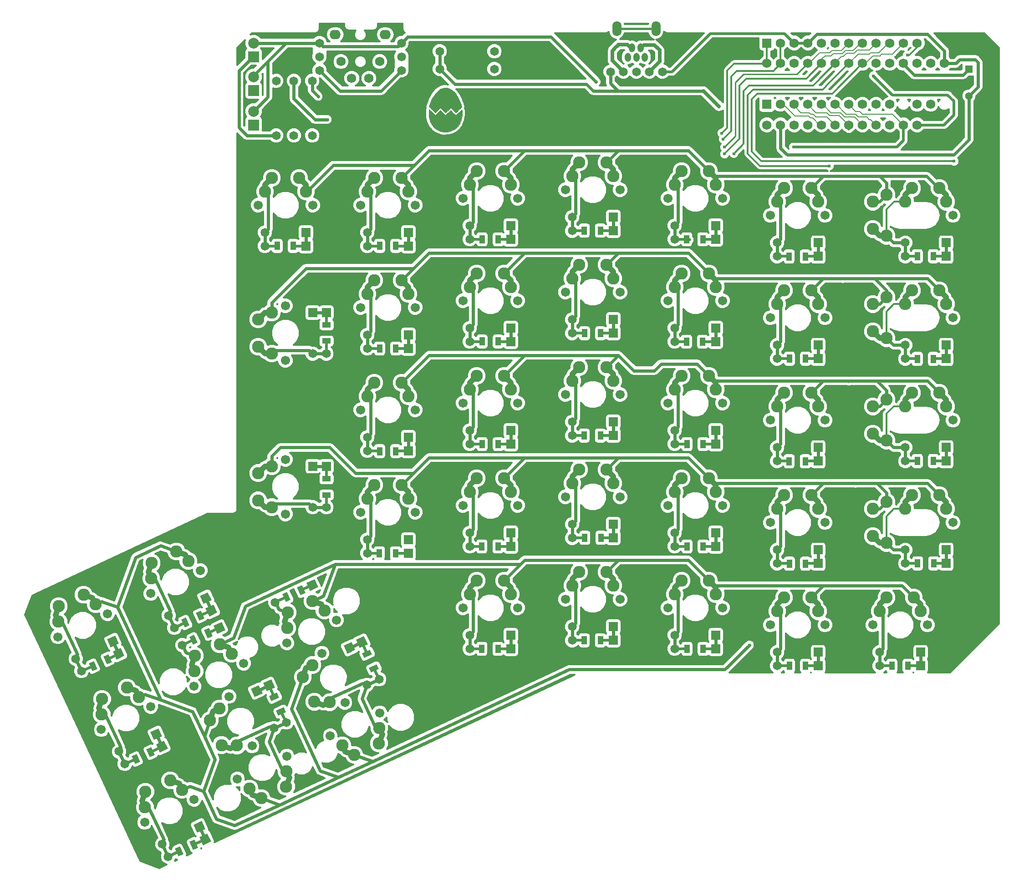
<source format=gbr>
G04 #@! TF.FileFunction,Copper,L2,Bot,Signal*
%FSLAX46Y46*%
G04 Gerber Fmt 4.6, Leading zero omitted, Abs format (unit mm)*
G04 Created by KiCad (PCBNEW 4.0.6) date 04/09/17 10:00:18*
%MOMM*%
%LPD*%
G01*
G04 APERTURE LIST*
%ADD10C,0.150000*%
%ADD11C,0.010000*%
%ADD12C,2.286000*%
%ADD13C,1.701800*%
%ADD14C,1.651000*%
%ADD15R,1.400000X1.400000*%
%ADD16C,1.400000*%
%ADD17O,1.143000X1.651000*%
%ADD18O,1.701800X2.794000*%
%ADD19O,2.057400X1.752600*%
%ADD20C,1.752600*%
%ADD21R,2.000000X2.000000*%
%ADD22C,2.000000*%
%ADD23R,1.651000X1.651000*%
%ADD24C,2.283460*%
%ADD25C,2.280920*%
%ADD26R,1.752600X1.752600*%
%ADD27R,1.000000X1.600000*%
%ADD28R,1.600000X1.000000*%
%ADD29C,0.609600*%
%ADD30C,0.033020*%
%ADD31C,0.304800*%
%ADD32C,0.508000*%
%ADD33C,0.609600*%
%ADD34C,0.203200*%
%ADD35C,0.254000*%
%ADD36C,1.016000*%
%ADD37C,0.711200*%
%ADD38C,0.406400*%
G04 APERTURE END LIST*
D10*
D11*
G36*
X99183192Y-47320749D02*
X99355496Y-47471896D01*
X99585028Y-47690626D01*
X99709662Y-47814662D01*
X100255099Y-48364991D01*
X100725892Y-47899110D01*
X101196686Y-47433229D01*
X102117314Y-48365437D01*
X102606824Y-47881036D01*
X103096333Y-47396634D01*
X103585617Y-47880812D01*
X104074901Y-48364991D01*
X104622168Y-47812815D01*
X104879655Y-47555134D01*
X105043757Y-47403991D01*
X105140200Y-47345563D01*
X105194705Y-47366027D01*
X105232997Y-47451559D01*
X105242395Y-47479518D01*
X105268149Y-47676765D01*
X105264912Y-47994978D01*
X105233458Y-48388429D01*
X105225922Y-48454768D01*
X105075863Y-49243278D01*
X104824193Y-49903450D01*
X104464865Y-50446739D01*
X103991828Y-50884600D01*
X103913474Y-50939995D01*
X103303500Y-51258689D01*
X102627834Y-51440699D01*
X101929874Y-51478653D01*
X101312351Y-51381896D01*
X100661233Y-51122623D01*
X100102315Y-50727823D01*
X99648299Y-50211484D01*
X99311888Y-49587589D01*
X99126107Y-48974666D01*
X99083130Y-48697577D01*
X99053160Y-48364729D01*
X99036857Y-48016682D01*
X99034881Y-47693996D01*
X99047892Y-47437230D01*
X99076549Y-47286944D01*
X99098279Y-47264333D01*
X99183192Y-47320749D01*
X99183192Y-47320749D01*
G37*
X99183192Y-47320749D02*
X99355496Y-47471896D01*
X99585028Y-47690626D01*
X99709662Y-47814662D01*
X100255099Y-48364991D01*
X100725892Y-47899110D01*
X101196686Y-47433229D01*
X102117314Y-48365437D01*
X102606824Y-47881036D01*
X103096333Y-47396634D01*
X103585617Y-47880812D01*
X104074901Y-48364991D01*
X104622168Y-47812815D01*
X104879655Y-47555134D01*
X105043757Y-47403991D01*
X105140200Y-47345563D01*
X105194705Y-47366027D01*
X105232997Y-47451559D01*
X105242395Y-47479518D01*
X105268149Y-47676765D01*
X105264912Y-47994978D01*
X105233458Y-48388429D01*
X105225922Y-48454768D01*
X105075863Y-49243278D01*
X104824193Y-49903450D01*
X104464865Y-50446739D01*
X103991828Y-50884600D01*
X103913474Y-50939995D01*
X103303500Y-51258689D01*
X102627834Y-51440699D01*
X101929874Y-51478653D01*
X101312351Y-51381896D01*
X100661233Y-51122623D01*
X100102315Y-50727823D01*
X99648299Y-50211484D01*
X99311888Y-49587589D01*
X99126107Y-48974666D01*
X99083130Y-48697577D01*
X99053160Y-48364729D01*
X99036857Y-48016682D01*
X99034881Y-47693996D01*
X99047892Y-47437230D01*
X99076549Y-47286944D01*
X99098279Y-47264333D01*
X99183192Y-47320749D01*
G36*
X102450398Y-43280467D02*
X102983045Y-43454025D01*
X103488349Y-43771545D01*
X103946173Y-44225659D01*
X104062180Y-44375014D01*
X104332838Y-44788000D01*
X104598212Y-45269623D01*
X104830397Y-45762805D01*
X105001494Y-46210464D01*
X105058826Y-46413886D01*
X105158995Y-46847840D01*
X104616948Y-47394749D01*
X104074901Y-47941657D01*
X103096333Y-46973301D01*
X102606824Y-47457702D01*
X102117314Y-47942104D01*
X101196686Y-47009896D01*
X100255276Y-47941482D01*
X99673073Y-47354784D01*
X99090870Y-46768085D01*
X99322551Y-46106043D01*
X99618791Y-45395940D01*
X99981319Y-44749940D01*
X100391339Y-44192766D01*
X100830060Y-43749140D01*
X101278687Y-43443785D01*
X101383625Y-43394719D01*
X101910545Y-43258242D01*
X102450398Y-43280467D01*
X102450398Y-43280467D01*
G37*
X102450398Y-43280467D02*
X102983045Y-43454025D01*
X103488349Y-43771545D01*
X103946173Y-44225659D01*
X104062180Y-44375014D01*
X104332838Y-44788000D01*
X104598212Y-45269623D01*
X104830397Y-45762805D01*
X105001494Y-46210464D01*
X105058826Y-46413886D01*
X105158995Y-46847840D01*
X104616948Y-47394749D01*
X104074901Y-47941657D01*
X103096333Y-46973301D01*
X102606824Y-47457702D01*
X102117314Y-47942104D01*
X101196686Y-47009896D01*
X100255276Y-47941482D01*
X99673073Y-47354784D01*
X99090870Y-46768085D01*
X99322551Y-46106043D01*
X99618791Y-45395940D01*
X99981319Y-44749940D01*
X100391339Y-44192766D01*
X100830060Y-43749140D01*
X101278687Y-43443785D01*
X101383625Y-43394719D01*
X101910545Y-43258242D01*
X102450398Y-43280467D01*
D12*
X52118441Y-129541946D03*
X47436837Y-134527594D03*
D13*
X47359276Y-137366341D03*
X56567364Y-133072539D03*
D12*
X54342902Y-131307243D03*
X47514397Y-131688847D03*
D14*
X50657188Y-141433659D03*
D10*
G36*
X57163967Y-139310336D02*
X56466225Y-137814022D01*
X57962539Y-137116280D01*
X58660281Y-138612594D01*
X57163967Y-139310336D01*
X57163967Y-139310336D01*
G37*
D14*
X51730638Y-143735681D03*
D10*
G36*
X58237418Y-141612358D02*
X57539676Y-140116044D01*
X59035990Y-139418302D01*
X59733732Y-140914616D01*
X58237418Y-141612358D01*
X58237418Y-141612358D01*
G37*
D15*
X199517000Y-39751000D03*
D16*
X199517000Y-44751000D03*
D17*
X136042400Y-37553900D03*
X136842500Y-35806380D03*
X137642600Y-37553900D03*
X138442700Y-35806380D03*
X139242800Y-37553900D03*
D18*
X141290040Y-32230060D03*
X133995160Y-32230060D03*
D14*
X135229600Y-40259000D03*
X132816600Y-40259000D03*
X137642600Y-40259000D03*
X142468600Y-40259000D03*
X140055600Y-40259000D03*
D19*
X90957400Y-33375600D03*
D20*
X82702400Y-38379400D03*
X87909400Y-41478200D03*
D19*
X81661000Y-33375600D03*
D20*
X84709000Y-41478200D03*
X89916000Y-38379400D03*
D14*
X93980000Y-40005000D03*
X93980000Y-37465000D03*
X93980000Y-34925000D03*
X78740000Y-40005000D03*
X78740000Y-37465000D03*
X78740000Y-34925000D03*
D21*
X66465000Y-37465000D03*
D22*
X66465000Y-34925000D03*
D21*
X66465000Y-43765000D03*
D22*
X66465000Y-41225000D03*
D21*
X66465000Y-50165000D03*
D22*
X66465000Y-47625000D03*
D14*
X101085000Y-36465000D03*
X111245000Y-36465000D03*
X101092000Y-39751000D03*
X111252000Y-39751000D03*
X70665000Y-41985000D03*
X70665000Y-52145000D03*
X73965000Y-41985000D03*
X73965000Y-52145000D03*
X77365000Y-41985000D03*
X77365000Y-52145000D03*
D12*
X34854061Y-137591206D03*
X30172457Y-142576854D03*
D13*
X30094896Y-145415601D03*
X39302984Y-141121799D03*
D12*
X37078522Y-139356503D03*
X30250017Y-139738107D03*
D14*
X33392808Y-149482919D03*
D10*
G36*
X39899587Y-147359596D02*
X39201845Y-145863282D01*
X40698159Y-145165540D01*
X41395901Y-146661854D01*
X39899587Y-147359596D01*
X39899587Y-147359596D01*
G37*
D14*
X34466258Y-151784941D03*
D10*
G36*
X40973038Y-149661618D02*
X40275296Y-148165304D01*
X41771610Y-147467562D01*
X42469352Y-148963876D01*
X40973038Y-149661618D01*
X40973038Y-149661618D01*
G37*
D12*
X42903321Y-154855586D03*
X38221717Y-159841234D03*
D13*
X38144156Y-162679981D03*
X47352244Y-158386179D03*
D12*
X45127782Y-156620883D03*
X38299277Y-157002487D03*
D14*
X41442068Y-166747299D03*
D10*
G36*
X47948847Y-164623976D02*
X47251105Y-163127662D01*
X48747419Y-162429920D01*
X49445161Y-163926234D01*
X47948847Y-164623976D01*
X47948847Y-164623976D01*
G37*
D14*
X42515518Y-169049321D03*
D10*
G36*
X49022298Y-166925998D02*
X48324556Y-165429684D01*
X49820870Y-164731942D01*
X50518612Y-166228256D01*
X49022298Y-166925998D01*
X49022298Y-166925998D01*
G37*
D12*
X75625366Y-152910359D03*
X80611014Y-157591963D03*
D13*
X83449761Y-157669524D03*
X79155959Y-148461436D03*
D12*
X77390663Y-150685898D03*
X77772267Y-157514403D03*
D14*
X87517079Y-154371612D03*
D10*
G36*
X85393756Y-147864833D02*
X83897442Y-148562575D01*
X83199700Y-147066261D01*
X84696014Y-146368519D01*
X85393756Y-147864833D01*
X85393756Y-147864833D01*
G37*
D14*
X89819101Y-153298162D03*
D10*
G36*
X87695778Y-146791382D02*
X86199464Y-147489124D01*
X85501722Y-145992810D01*
X86998036Y-145295068D01*
X87695778Y-146791382D01*
X87695778Y-146791382D01*
G37*
D12*
X58360986Y-160962159D03*
X63346634Y-165643763D03*
D13*
X66185381Y-165721324D03*
X61891579Y-156513236D03*
D12*
X60126283Y-158737698D03*
X60507887Y-165566203D03*
D14*
X70252699Y-162423412D03*
D10*
G36*
X68129376Y-155916633D02*
X66633062Y-156614375D01*
X65935320Y-155118061D01*
X67431634Y-154420319D01*
X68129376Y-155916633D01*
X68129376Y-155916633D01*
G37*
D14*
X72554721Y-161349962D03*
D10*
G36*
X70431398Y-154843182D02*
X68935084Y-155540924D01*
X68237342Y-154044610D01*
X69733656Y-153346868D01*
X70431398Y-154843182D01*
X70431398Y-154843182D01*
G37*
D12*
X50955121Y-172122506D03*
X46273517Y-177108154D03*
D13*
X46195956Y-179946901D03*
X55404044Y-175653099D03*
D12*
X53179582Y-173887803D03*
X46351077Y-174269407D03*
D14*
X49493868Y-184014219D03*
D10*
G36*
X56000647Y-181890896D02*
X55302905Y-180394582D01*
X56799219Y-179696840D01*
X57496961Y-181193154D01*
X56000647Y-181890896D01*
X56000647Y-181890896D01*
G37*
D14*
X50567318Y-186316241D03*
D10*
G36*
X57074098Y-184192918D02*
X56376356Y-182696604D01*
X57872670Y-181998862D01*
X58570412Y-183495176D01*
X57074098Y-184192918D01*
X57074098Y-184192918D01*
G37*
D12*
X113030000Y-134947660D03*
X106680000Y-137487660D03*
D13*
X105410000Y-140027660D03*
X115570000Y-140027660D03*
D12*
X114300000Y-137487660D03*
X107950000Y-134947660D03*
D14*
X106680000Y-145107660D03*
D23*
X114300000Y-145107660D03*
D14*
X106680000Y-147647660D03*
D23*
X114300000Y-147647660D03*
D12*
X132080000Y-133350000D03*
X125730000Y-135890000D03*
D13*
X124460000Y-138430000D03*
X134620000Y-138430000D03*
D12*
X133350000Y-135890000D03*
X127000000Y-133350000D03*
D14*
X125730000Y-143510000D03*
D23*
X133350000Y-143510000D03*
D14*
X125730000Y-146050000D03*
D23*
X133350000Y-146050000D03*
D12*
X151130000Y-134947660D03*
X144780000Y-137487660D03*
D13*
X143510000Y-140027660D03*
X153670000Y-140027660D03*
D12*
X152400000Y-137487660D03*
X146050000Y-134947660D03*
D14*
X144780000Y-145107660D03*
D23*
X152400000Y-145107660D03*
D14*
X144780000Y-147647660D03*
D23*
X152400000Y-147647660D03*
D12*
X170180000Y-138122660D03*
X163830000Y-140662660D03*
D13*
X162560000Y-143202660D03*
X172720000Y-143202660D03*
D12*
X171450000Y-140662660D03*
X165100000Y-138122660D03*
D14*
X163830000Y-148282660D03*
D23*
X171450000Y-148282660D03*
D14*
X163830000Y-150822660D03*
D23*
X171450000Y-150822660D03*
D12*
X189230000Y-138122660D03*
X182880000Y-140662660D03*
D13*
X181610000Y-143202660D03*
X191770000Y-143202660D03*
D12*
X190500000Y-140662660D03*
X184150000Y-138122660D03*
D14*
X182880000Y-148282660D03*
D23*
X190500000Y-148282660D03*
D14*
X182880000Y-150822660D03*
D23*
X190500000Y-150822660D03*
D12*
X67310000Y-114945160D03*
X69850000Y-121295160D03*
D13*
X72390000Y-122565160D03*
X72390000Y-112405160D03*
D12*
X69850000Y-113675160D03*
X67310000Y-120025160D03*
D14*
X77470000Y-121295160D03*
D23*
X77470000Y-113675160D03*
D14*
X80010000Y-121295160D03*
D23*
X80010000Y-113675160D03*
D12*
X93980000Y-117167660D03*
X87630000Y-119707660D03*
D13*
X86360000Y-122247660D03*
X96520000Y-122247660D03*
D12*
X95250000Y-119707660D03*
X88900000Y-117167660D03*
D14*
X87630000Y-127327660D03*
D23*
X95250000Y-127327660D03*
D14*
X87630000Y-129867660D03*
D23*
X95250000Y-129867660D03*
D12*
X113030000Y-115897660D03*
X106680000Y-118437660D03*
D13*
X105410000Y-120977660D03*
X115570000Y-120977660D03*
D12*
X114300000Y-118437660D03*
X107950000Y-115897660D03*
D14*
X106680000Y-126057660D03*
D23*
X114300000Y-126057660D03*
D14*
X106680000Y-128597660D03*
D23*
X114300000Y-128597660D03*
D12*
X132080000Y-114300000D03*
X125730000Y-116840000D03*
D13*
X124460000Y-119380000D03*
X134620000Y-119380000D03*
D12*
X133350000Y-116840000D03*
X127000000Y-114300000D03*
D14*
X125730000Y-124460000D03*
D23*
X133350000Y-124460000D03*
D14*
X125730000Y-127000000D03*
D23*
X133350000Y-127000000D03*
D12*
X151130000Y-115897660D03*
X144780000Y-118437660D03*
D13*
X143510000Y-120977660D03*
X153670000Y-120977660D03*
D12*
X152400000Y-118437660D03*
X146050000Y-115897660D03*
D14*
X144780000Y-126057660D03*
D23*
X152400000Y-126057660D03*
D14*
X144780000Y-128597660D03*
D23*
X152400000Y-128597660D03*
D12*
X170180000Y-119072660D03*
X163830000Y-121612660D03*
D13*
X162560000Y-124152660D03*
X172720000Y-124152660D03*
D12*
X171450000Y-121612660D03*
X165100000Y-119072660D03*
D14*
X163830000Y-129232660D03*
D23*
X171450000Y-129232660D03*
D14*
X163830000Y-131772660D03*
D23*
X171450000Y-131772660D03*
D12*
X93980000Y-98117660D03*
X87630000Y-100657660D03*
D13*
X86360000Y-103197660D03*
X96520000Y-103197660D03*
D12*
X95250000Y-100657660D03*
X88900000Y-98117660D03*
D14*
X87630000Y-108277660D03*
D23*
X95250000Y-108277660D03*
D14*
X87630000Y-110817660D03*
D23*
X95250000Y-110817660D03*
D12*
X113030000Y-96847660D03*
X106680000Y-99387660D03*
D13*
X105410000Y-101927660D03*
X115570000Y-101927660D03*
D12*
X114300000Y-99387660D03*
X107950000Y-96847660D03*
D14*
X106680000Y-107007660D03*
D23*
X114300000Y-107007660D03*
D14*
X106680000Y-109547660D03*
D23*
X114300000Y-109547660D03*
D12*
X132080000Y-95250000D03*
X125730000Y-97790000D03*
D13*
X124460000Y-100330000D03*
X134620000Y-100330000D03*
D12*
X133350000Y-97790000D03*
X127000000Y-95250000D03*
D14*
X125730000Y-105410000D03*
D23*
X133350000Y-105410000D03*
D14*
X125730000Y-107950000D03*
D23*
X133350000Y-107950000D03*
D12*
X151130000Y-96847660D03*
X144780000Y-99387660D03*
D13*
X143510000Y-101927660D03*
X153670000Y-101927660D03*
D12*
X152400000Y-99387660D03*
X146050000Y-96847660D03*
D14*
X144780000Y-107007660D03*
D23*
X152400000Y-107007660D03*
D14*
X144780000Y-109547660D03*
D23*
X152400000Y-109547660D03*
D12*
X170180000Y-100022660D03*
X163830000Y-102562660D03*
D13*
X162560000Y-105102660D03*
X172720000Y-105102660D03*
D12*
X171450000Y-102562660D03*
X165100000Y-100022660D03*
D14*
X163830000Y-110182660D03*
D23*
X171450000Y-110182660D03*
D14*
X163830000Y-112722660D03*
D23*
X171450000Y-112722660D03*
D12*
X67310000Y-86370160D03*
X69850000Y-92720160D03*
D13*
X72390000Y-93990160D03*
X72390000Y-83830160D03*
D12*
X69850000Y-85100160D03*
X67310000Y-91450160D03*
D14*
X77470000Y-92720160D03*
D23*
X77470000Y-85100160D03*
D14*
X80010000Y-92720160D03*
D23*
X80010000Y-85100160D03*
D12*
X93980000Y-79067660D03*
X87630000Y-81607660D03*
D13*
X86360000Y-84147660D03*
X96520000Y-84147660D03*
D12*
X95250000Y-81607660D03*
X88900000Y-79067660D03*
D14*
X87630000Y-89227660D03*
D23*
X95250000Y-89227660D03*
D14*
X87630000Y-91767660D03*
D23*
X95250000Y-91767660D03*
D12*
X113030000Y-77797660D03*
X106680000Y-80337660D03*
D13*
X105410000Y-82877660D03*
X115570000Y-82877660D03*
D12*
X114300000Y-80337660D03*
X107950000Y-77797660D03*
D14*
X106680000Y-87957660D03*
D23*
X114300000Y-87957660D03*
D14*
X106680000Y-90497660D03*
D23*
X114300000Y-90497660D03*
D12*
X132080000Y-76200000D03*
X125730000Y-78740000D03*
D13*
X124460000Y-81280000D03*
X134620000Y-81280000D03*
D12*
X133350000Y-78740000D03*
X127000000Y-76200000D03*
D14*
X125730000Y-86360000D03*
D23*
X133350000Y-86360000D03*
D14*
X125730000Y-88900000D03*
D23*
X133350000Y-88900000D03*
D12*
X151130000Y-77797660D03*
X144780000Y-80337660D03*
D13*
X143510000Y-82877660D03*
X153670000Y-82877660D03*
D12*
X152400000Y-80337660D03*
X146050000Y-77797660D03*
D14*
X144780000Y-87957660D03*
D23*
X152400000Y-87957660D03*
D14*
X144780000Y-90497660D03*
D23*
X152400000Y-90497660D03*
D12*
X170180000Y-80972660D03*
X163830000Y-83512660D03*
D13*
X162560000Y-86052660D03*
X172720000Y-86052660D03*
D12*
X171450000Y-83512660D03*
X165100000Y-80972660D03*
D14*
X163830000Y-91132660D03*
D23*
X171450000Y-91132660D03*
D14*
X163830000Y-93672660D03*
D23*
X171450000Y-93672660D03*
D12*
X193992500Y-80972660D03*
X187642500Y-83512660D03*
D13*
X196532500Y-86052660D03*
D24*
X195262500Y-83512660D03*
D12*
X188912500Y-80972660D03*
D14*
X187642500Y-91132660D03*
D23*
X195262500Y-91132660D03*
D14*
X187642500Y-93672660D03*
D23*
X195262500Y-93672660D03*
D25*
X181610000Y-83512660D03*
X184150000Y-82242660D03*
X184150000Y-89862660D03*
X181610000Y-88592660D03*
D12*
X74930000Y-60020200D03*
X68580000Y-62560200D03*
D13*
X67310000Y-65100200D03*
X77470000Y-65100200D03*
D12*
X76200000Y-62560200D03*
X69850000Y-60020200D03*
D14*
X68580000Y-70180200D03*
D23*
X76200000Y-70180200D03*
D14*
X68580000Y-72720200D03*
D23*
X76200000Y-72720200D03*
D12*
X93980000Y-60020200D03*
X87630000Y-62560200D03*
D13*
X86360000Y-65100200D03*
X96520000Y-65100200D03*
D12*
X95250000Y-62560200D03*
X88900000Y-60020200D03*
D14*
X87630000Y-70180200D03*
D23*
X95250000Y-70180200D03*
D14*
X87630000Y-72720200D03*
D23*
X95250000Y-72720200D03*
D12*
X113030000Y-58747660D03*
X106680000Y-61287660D03*
D13*
X105410000Y-63827660D03*
X115570000Y-63827660D03*
D12*
X114300000Y-61287660D03*
X107950000Y-58747660D03*
D14*
X106680000Y-68907660D03*
D23*
X114300000Y-68907660D03*
D14*
X106680000Y-71447660D03*
D23*
X114300000Y-71447660D03*
D12*
X132080000Y-57150000D03*
X125730000Y-59690000D03*
D13*
X124460000Y-62230000D03*
X134620000Y-62230000D03*
D12*
X133350000Y-59690000D03*
X127000000Y-57150000D03*
D14*
X125730000Y-67310000D03*
D23*
X133350000Y-67310000D03*
D14*
X125730000Y-69850000D03*
D23*
X133350000Y-69850000D03*
D12*
X151130000Y-58747660D03*
X144780000Y-61287660D03*
D13*
X143510000Y-63827660D03*
X153670000Y-63827660D03*
D12*
X152400000Y-61287660D03*
X146050000Y-58747660D03*
D14*
X144780000Y-68907660D03*
D23*
X152400000Y-68907660D03*
D14*
X144780000Y-71447660D03*
D23*
X152400000Y-71447660D03*
D12*
X170180000Y-61925200D03*
X163830000Y-64465200D03*
D13*
X162560000Y-67005200D03*
X172720000Y-67005200D03*
D12*
X171450000Y-64465200D03*
X165100000Y-61925200D03*
D14*
X163830000Y-72085200D03*
D23*
X171450000Y-72085200D03*
D14*
X163830000Y-74625200D03*
D23*
X171450000Y-74625200D03*
D12*
X193992500Y-61925200D03*
X187642500Y-64465200D03*
D13*
X196532500Y-67005200D03*
D24*
X195262500Y-64465200D03*
D12*
X188912500Y-61925200D03*
D14*
X187642500Y-72085200D03*
D23*
X195262500Y-72085200D03*
D14*
X187642500Y-74625200D03*
D23*
X195262500Y-74625200D03*
D25*
X181610000Y-64465200D03*
X184150000Y-63195200D03*
X184150000Y-70815200D03*
X181610000Y-69545200D03*
D12*
X85176179Y-167376434D03*
X89857783Y-162390786D03*
D13*
X89935344Y-159552039D03*
X80727256Y-163845841D03*
D12*
X82951718Y-165611137D03*
X89780223Y-165229533D03*
X67909259Y-175425694D03*
X72590863Y-170440046D03*
D13*
X72668424Y-167601299D03*
X63460336Y-171895101D03*
D12*
X65684798Y-173660397D03*
X72513303Y-173278793D03*
D26*
X161925000Y-34925000D03*
D20*
X164465000Y-34925000D03*
X167005000Y-34925000D03*
X169545000Y-34925000D03*
X172085000Y-34925000D03*
X174625000Y-34925000D03*
X177165000Y-34925000D03*
X179705000Y-34925000D03*
X182245000Y-34925000D03*
X184785000Y-34925000D03*
X187325000Y-34925000D03*
X189865000Y-34925000D03*
X189865000Y-50165000D03*
X187325000Y-50165000D03*
X184785000Y-50165000D03*
X182245000Y-50165000D03*
X179705000Y-50165000D03*
X177165000Y-50165000D03*
X174625000Y-50165000D03*
X167005000Y-50165000D03*
X164465000Y-50165000D03*
X161925000Y-50165000D03*
X172085000Y-50165000D03*
X169545000Y-50165000D03*
X164450000Y-46330000D03*
X166990000Y-46330000D03*
X169530000Y-46330000D03*
X172070000Y-46330000D03*
X174610000Y-46330000D03*
X177150000Y-46330000D03*
X179690000Y-46330000D03*
X182230000Y-46330000D03*
X184770000Y-46330000D03*
X189850000Y-46330000D03*
X192390000Y-46330000D03*
D26*
X161910000Y-46330000D03*
D20*
X194930000Y-38710000D03*
X192390000Y-38710000D03*
X189850000Y-38710000D03*
X187310000Y-38710000D03*
X184770000Y-38710000D03*
X182230000Y-38710000D03*
X179690000Y-38710000D03*
X177150000Y-38710000D03*
X174610000Y-38710000D03*
X172070000Y-38710000D03*
X169530000Y-38710000D03*
X166990000Y-38710000D03*
X164450000Y-38710000D03*
X161910000Y-38710000D03*
D12*
X60170241Y-146806326D03*
X55488637Y-151791974D03*
D13*
X55411076Y-154630721D03*
X64619164Y-150336919D03*
D12*
X62394702Y-148571623D03*
X55566197Y-148953227D03*
X77434621Y-138754526D03*
X72753017Y-143740174D03*
D13*
X72675456Y-146578921D03*
X81883544Y-142285119D03*
D12*
X79659082Y-140519823D03*
X72830577Y-140901427D03*
X193992500Y-119072660D03*
X187642500Y-121612660D03*
D13*
X196532500Y-124152660D03*
D24*
X195262500Y-121612660D03*
D12*
X188912500Y-119072660D03*
D14*
X187642500Y-129232660D03*
D23*
X195262500Y-129232660D03*
D14*
X187642500Y-131772660D03*
D23*
X195262500Y-131772660D03*
D25*
X181610000Y-121612660D03*
X184150000Y-120342660D03*
X184150000Y-127962660D03*
X181610000Y-126692660D03*
D12*
X193992500Y-100022660D03*
X187642500Y-102562660D03*
D13*
X196532500Y-105102660D03*
D24*
X195262500Y-102562660D03*
D12*
X188912500Y-100022660D03*
D14*
X187642500Y-110182660D03*
D23*
X195262500Y-110182660D03*
D14*
X187642500Y-112722660D03*
D23*
X195262500Y-112722660D03*
D25*
X181610000Y-102562660D03*
X184150000Y-101292660D03*
X184150000Y-108912660D03*
X181610000Y-107642660D03*
D27*
X70864600Y-72669400D03*
X73864600Y-72669400D03*
D28*
X80035400Y-90374600D03*
X80035400Y-87374600D03*
X80035400Y-119025800D03*
X80035400Y-116025800D03*
D10*
G36*
X55192879Y-146934482D02*
X54516689Y-145484390D01*
X55422997Y-145061772D01*
X56099187Y-146511864D01*
X55192879Y-146934482D01*
X55192879Y-146934482D01*
G37*
G36*
X57911803Y-145666628D02*
X57235613Y-144216536D01*
X58141921Y-143793918D01*
X58818111Y-145244010D01*
X57911803Y-145666628D01*
X57911803Y-145666628D01*
G37*
G36*
X36498479Y-151811282D02*
X35822289Y-150361190D01*
X36728597Y-149938572D01*
X37404787Y-151388664D01*
X36498479Y-151811282D01*
X36498479Y-151811282D01*
G37*
G36*
X39217403Y-150543428D02*
X38541213Y-149093336D01*
X39447521Y-148670718D01*
X40123711Y-150120810D01*
X39217403Y-150543428D01*
X39217403Y-150543428D01*
G37*
D27*
X89914600Y-72669400D03*
X92914600Y-72669400D03*
X89914600Y-91770200D03*
X92914600Y-91770200D03*
X89914600Y-110871000D03*
X92914600Y-110871000D03*
X89863800Y-129870200D03*
X92863800Y-129870200D03*
D10*
G36*
X72464879Y-138958882D02*
X71788689Y-137508790D01*
X72694997Y-137086172D01*
X73371187Y-138536264D01*
X72464879Y-138958882D01*
X72464879Y-138958882D01*
G37*
G36*
X75183803Y-137691028D02*
X74507613Y-136240936D01*
X75413921Y-135818318D01*
X76090111Y-137268410D01*
X75183803Y-137691028D01*
X75183803Y-137691028D01*
G37*
G36*
X53668879Y-143683282D02*
X52992689Y-142233190D01*
X53898997Y-141810572D01*
X54575187Y-143260664D01*
X53668879Y-143683282D01*
X53668879Y-143683282D01*
G37*
G36*
X56387803Y-142415428D02*
X55711613Y-140965336D01*
X56617921Y-140542718D01*
X57294111Y-141992810D01*
X56387803Y-142415428D01*
X56387803Y-142415428D01*
G37*
D27*
X108964600Y-71450200D03*
X111964600Y-71450200D03*
X108964600Y-90449400D03*
X111964600Y-90449400D03*
X108964600Y-109550200D03*
X111964600Y-109550200D03*
X108913800Y-128600200D03*
X111913800Y-128600200D03*
X108913800Y-147650200D03*
X111913800Y-147650200D03*
D10*
G36*
X44474079Y-169083282D02*
X43797889Y-167633190D01*
X44704197Y-167210572D01*
X45380387Y-168660664D01*
X44474079Y-169083282D01*
X44474079Y-169083282D01*
G37*
G36*
X47193003Y-167815428D02*
X46516813Y-166365336D01*
X47423121Y-165942718D01*
X48099311Y-167392810D01*
X47193003Y-167815428D01*
X47193003Y-167815428D01*
G37*
D27*
X127963800Y-69824600D03*
X130963800Y-69824600D03*
X128014600Y-88925400D03*
X131014600Y-88925400D03*
X127963800Y-107975400D03*
X130963800Y-107975400D03*
X128065400Y-126974600D03*
X131065400Y-126974600D03*
X127963800Y-146075400D03*
X130963800Y-146075400D03*
D10*
G36*
X89784482Y-151410721D02*
X88334390Y-152086911D01*
X87911772Y-151180603D01*
X89361864Y-150504413D01*
X89784482Y-151410721D01*
X89784482Y-151410721D01*
G37*
G36*
X88516628Y-148691797D02*
X87066536Y-149367987D01*
X86643918Y-148461679D01*
X88094010Y-147785489D01*
X88516628Y-148691797D01*
X88516628Y-148691797D01*
G37*
D27*
X147013800Y-71450200D03*
X150013800Y-71450200D03*
X146963000Y-90500200D03*
X149963000Y-90500200D03*
X147064600Y-109550200D03*
X150064600Y-109550200D03*
X147064600Y-128600200D03*
X150064600Y-128600200D03*
X147064600Y-147650200D03*
X150064600Y-147650200D03*
D10*
G36*
X72512482Y-159437121D02*
X71062390Y-160113311D01*
X70639772Y-159207003D01*
X72089864Y-158530813D01*
X72512482Y-159437121D01*
X72512482Y-159437121D01*
G37*
G36*
X71244628Y-156718197D02*
X69794536Y-157394387D01*
X69371918Y-156488079D01*
X70822010Y-155811889D01*
X71244628Y-156718197D01*
X71244628Y-156718197D01*
G37*
D27*
X166063800Y-74650600D03*
X169063800Y-74650600D03*
X166114600Y-93649800D03*
X169114600Y-93649800D03*
X166063800Y-112750600D03*
X169063800Y-112750600D03*
X166114600Y-131800600D03*
X169114600Y-131800600D03*
X166114600Y-150799800D03*
X169114600Y-150799800D03*
D10*
G36*
X52500479Y-186304482D02*
X51824289Y-184854390D01*
X52730597Y-184431772D01*
X53406787Y-185881864D01*
X52500479Y-186304482D01*
X52500479Y-186304482D01*
G37*
G36*
X55219403Y-185036628D02*
X54543213Y-183586536D01*
X55449521Y-183163918D01*
X56125711Y-184614010D01*
X55219403Y-185036628D01*
X55219403Y-185036628D01*
G37*
D27*
X189889000Y-74599800D03*
X192889000Y-74599800D03*
X189889000Y-93700600D03*
X192889000Y-93700600D03*
X189889000Y-112699800D03*
X192889000Y-112699800D03*
X189939800Y-131749800D03*
X192939800Y-131749800D03*
X185164600Y-150799800D03*
X188164600Y-150799800D03*
D14*
X53214367Y-146974376D03*
D10*
G36*
X59721147Y-144851052D02*
X59023405Y-143354738D01*
X60519719Y-142656996D01*
X61217461Y-144153310D01*
X59721147Y-144851052D01*
X59721147Y-144851052D01*
G37*
D14*
X70486367Y-138998776D03*
D10*
G36*
X76993147Y-136875452D02*
X76295405Y-135379138D01*
X77791719Y-134681396D01*
X78489461Y-136177710D01*
X76993147Y-136875452D01*
X76993147Y-136875452D01*
G37*
D29*
X196723000Y-56921400D03*
X173507400Y-57785000D03*
X154051000Y-55562500D03*
X155778200Y-55499000D03*
X154051000Y-54292500D03*
X153797000Y-52800000D03*
X153543000Y-51689000D03*
X188036202Y-37160202D03*
X181737000Y-41021000D03*
X80165000Y-49165000D03*
X78465000Y-44865000D03*
X166852600Y-54279800D03*
X158673800Y-146939000D03*
X178384200Y-116865400D03*
X177165000Y-97815400D03*
X176047400Y-78765400D03*
X130175000Y-42164000D03*
X153035000Y-46736000D03*
X150114000Y-43815000D03*
D30*
X162560000Y-143202660D02*
X161925000Y-143837660D01*
D31*
X159131000Y-55143400D02*
X160909000Y-56921400D01*
X160909000Y-56921400D02*
X196723000Y-56921400D01*
X159131000Y-55143400D02*
X159131000Y-52298600D01*
X159131000Y-52705000D02*
X159131000Y-52298600D01*
X159131000Y-52298600D02*
X159131000Y-52095400D01*
X159131000Y-45339000D02*
X160147000Y-44323000D01*
X160147000Y-44323000D02*
X174077000Y-44323000D01*
X174077000Y-44323000D02*
X179690000Y-38710000D01*
X159131000Y-52095400D02*
X159131000Y-45339000D01*
X159131000Y-52197000D02*
X159131000Y-52095400D01*
D32*
X190500000Y-150822660D02*
X188187460Y-150822660D01*
X188187460Y-150822660D02*
X188164600Y-150799800D01*
X195262500Y-131772660D02*
X192962660Y-131772660D01*
X192962660Y-131772660D02*
X192939800Y-131749800D01*
X195262500Y-112722660D02*
X192911860Y-112722660D01*
X192911860Y-112722660D02*
X192889000Y-112699800D01*
X195262500Y-93672660D02*
X192916940Y-93672660D01*
X192916940Y-93672660D02*
X192889000Y-93700600D01*
X195262500Y-74625200D02*
X192914400Y-74625200D01*
X192914400Y-74625200D02*
X192889000Y-74599800D01*
D33*
X195262500Y-129232660D02*
X195262500Y-131772660D01*
X195262500Y-110182660D02*
X195262500Y-112722660D01*
X195262500Y-91132660D02*
X195262500Y-93672660D01*
D34*
X182725000Y-37355000D02*
X182885000Y-37355000D01*
X182885000Y-37355000D02*
X182945000Y-37295000D01*
X182945000Y-37295000D02*
X183261000Y-36979000D01*
X179925000Y-38475000D02*
X180535000Y-38475000D01*
X181655000Y-37355000D02*
X180535000Y-38475000D01*
X185293000Y-36957000D02*
X187325000Y-34925000D01*
X185293000Y-36957000D02*
X183261000Y-36957000D01*
X183261000Y-36957000D02*
X183261000Y-36979000D01*
X182725000Y-37355000D02*
X181655000Y-37355000D01*
X179925000Y-38475000D02*
X179690000Y-38710000D01*
D33*
X195262500Y-72085200D02*
X195262500Y-74625200D01*
X190500000Y-148282660D02*
X190500000Y-150822660D01*
D31*
X179690000Y-38710000D02*
X179820000Y-38710000D01*
X179690000Y-38710000D02*
X179690000Y-38600000D01*
X173507400Y-57785000D02*
X160655000Y-57785000D01*
X158369000Y-55499000D02*
X158369000Y-53822600D01*
X160655000Y-57785000D02*
X158369000Y-55499000D01*
X158369000Y-45948600D02*
X158369000Y-53822600D01*
X172339000Y-43561000D02*
X172593000Y-43307000D01*
X172920000Y-42980000D02*
X172593000Y-43307000D01*
X172920000Y-42940000D02*
X172940000Y-42920000D01*
X172940000Y-42920000D02*
X177150000Y-38710000D01*
X172920000Y-42940000D02*
X172920000Y-42980000D01*
X158369000Y-46101000D02*
X158369000Y-45948600D01*
X158369000Y-45948600D02*
X158369000Y-44577000D01*
X158369000Y-44577000D02*
X158877000Y-44069000D01*
X159385000Y-43561000D02*
X158877000Y-44069000D01*
X172339000Y-43561000D02*
X159385000Y-43561000D01*
D32*
X57473384Y-183095890D02*
X55334462Y-184100273D01*
X171450000Y-112722660D02*
X169091740Y-112722660D01*
X169091740Y-112722660D02*
X169063800Y-112750600D01*
X171450000Y-74625200D02*
X169089200Y-74625200D01*
X169089200Y-74625200D02*
X169063800Y-74650600D01*
X171450000Y-150822660D02*
X169137460Y-150822660D01*
X169137460Y-150822660D02*
X169114600Y-150799800D01*
X171450000Y-131772660D02*
X169142540Y-131772660D01*
X169142540Y-131772660D02*
X169114600Y-131800600D01*
X171450000Y-93672660D02*
X169137460Y-93672660D01*
X169137460Y-93672660D02*
X169114600Y-93649800D01*
D34*
X180975000Y-36957000D02*
X178903000Y-36957000D01*
X178903000Y-36957000D02*
X177150000Y-38710000D01*
X182753000Y-36703000D02*
X181229000Y-36703000D01*
X184531000Y-34925000D02*
X182753000Y-36703000D01*
X181229000Y-36703000D02*
X180975000Y-36957000D01*
X184785000Y-34925000D02*
X184531000Y-34925000D01*
D33*
X171450000Y-72085200D02*
X171450000Y-74625200D01*
X171450000Y-148282660D02*
X171450000Y-150822660D01*
X171450000Y-91132660D02*
X171450000Y-93672660D01*
X171450000Y-129232660D02*
X171450000Y-131772660D01*
X171450000Y-110182660D02*
X171450000Y-112722660D01*
X57472580Y-183095900D02*
X56400700Y-180794660D01*
D34*
X177150000Y-38710000D02*
X177150000Y-38700000D01*
D31*
X177150000Y-38710000D02*
X177250000Y-38710000D01*
D32*
X86598750Y-146392096D02*
X87580273Y-148576738D01*
X133350000Y-146050000D02*
X130989200Y-146050000D01*
X130989200Y-146050000D02*
X130963800Y-146075400D01*
X133350000Y-127000000D02*
X131090800Y-127000000D01*
X131090800Y-127000000D02*
X131065400Y-126974600D01*
X133350000Y-107950000D02*
X130989200Y-107950000D01*
X130989200Y-107950000D02*
X130963800Y-107975400D01*
X133350000Y-88900000D02*
X131040000Y-88900000D01*
X131040000Y-88900000D02*
X131014600Y-88925400D01*
X133350000Y-69850000D02*
X130989200Y-69850000D01*
X130989200Y-69850000D02*
X130963800Y-69824600D01*
D34*
X178035000Y-36135000D02*
X177865000Y-36305000D01*
X178145000Y-36135000D02*
X178035000Y-36135000D01*
X178145000Y-36135000D02*
X179355000Y-34925000D01*
D31*
X158369000Y-41529000D02*
X169251000Y-41529000D01*
X156845000Y-42799000D02*
X158115000Y-41529000D01*
X158115000Y-41529000D02*
X158369000Y-41529000D01*
X156845000Y-51435000D02*
X156845000Y-52768500D01*
X154051000Y-55562500D02*
X156845000Y-52768500D01*
X156845000Y-51435000D02*
X156845000Y-42799000D01*
X169251000Y-41529000D02*
X169325000Y-41455000D01*
D33*
X133350000Y-105410000D02*
X133350000Y-107950000D01*
X133350000Y-67310000D02*
X133350000Y-69850000D01*
X133350000Y-143510000D02*
X133350000Y-146050000D01*
X133350000Y-86360000D02*
X133350000Y-88900000D01*
X133350000Y-124460000D02*
X133350000Y-127000000D01*
X84297520Y-147464780D02*
X86601300Y-146392900D01*
D31*
X169325000Y-41455000D02*
X172070000Y-38710000D01*
D34*
X177865000Y-36305000D02*
X176503424Y-36305000D01*
X172695000Y-37305000D02*
X173835000Y-37305000D01*
X172070000Y-37930000D02*
X172695000Y-37305000D01*
X173835000Y-37305000D02*
X174255000Y-36885000D01*
X175923424Y-36885000D02*
X174255000Y-36885000D01*
X176503424Y-36305000D02*
X175923424Y-36885000D01*
X179705000Y-34925000D02*
X179355000Y-34925000D01*
X172070000Y-38710000D02*
X172070000Y-37930000D01*
D31*
X172070000Y-38710000D02*
X172270000Y-38710000D01*
X157607000Y-53670200D02*
X155778200Y-55499000D01*
X157607000Y-50165000D02*
X157607000Y-43815000D01*
X157607000Y-50165000D02*
X157607000Y-53670200D01*
X157607000Y-43815000D02*
X158369000Y-43053000D01*
X158369000Y-43053000D02*
X158623000Y-42799000D01*
X171100000Y-42220000D02*
X174610000Y-38710000D01*
X158623000Y-42799000D02*
X158877000Y-42799000D01*
X158877000Y-42799000D02*
X170307000Y-42799000D01*
X170521000Y-42799000D02*
X171100000Y-42220000D01*
X170307000Y-42799000D02*
X170521000Y-42799000D01*
D32*
X70308273Y-156603138D02*
X69334370Y-154443896D01*
X152400000Y-147647660D02*
X150067140Y-147647660D01*
X150067140Y-147647660D02*
X150064600Y-147650200D01*
X152400000Y-128597660D02*
X150067140Y-128597660D01*
X150067140Y-128597660D02*
X150064600Y-128600200D01*
X152400000Y-109547660D02*
X150067140Y-109547660D01*
X150067140Y-109547660D02*
X150064600Y-109550200D01*
X152400000Y-90497660D02*
X149965540Y-90497660D01*
X149965540Y-90497660D02*
X149963000Y-90500200D01*
X152400000Y-71447660D02*
X150016340Y-71447660D01*
X150016340Y-71447660D02*
X150013800Y-71450200D01*
D33*
X152400000Y-87957660D02*
X152400000Y-90497660D01*
X152400000Y-68907660D02*
X152400000Y-71447660D01*
X152400000Y-145107660D02*
X152400000Y-147647660D01*
X152400000Y-126057660D02*
X152400000Y-128597660D01*
X152400000Y-107007660D02*
X152400000Y-109547660D01*
X67033140Y-155516580D02*
X69334380Y-154442160D01*
D34*
X178729212Y-36269212D02*
X180900788Y-36269212D01*
X178185422Y-36813002D02*
X178729212Y-36269212D01*
X176423424Y-37103424D02*
X176484578Y-37103424D01*
X176133846Y-37393002D02*
X176423424Y-37103424D01*
X175733002Y-37495000D02*
X175835000Y-37393002D01*
X174610000Y-38560000D02*
X175675000Y-37495000D01*
X175675000Y-37495000D02*
X175733002Y-37495000D01*
X175835000Y-37393002D02*
X176133846Y-37393002D01*
X176484578Y-37103424D02*
X176775000Y-36813002D01*
X176775000Y-36813002D02*
X178185422Y-36813002D01*
X180900788Y-36269212D02*
X182245000Y-34925000D01*
X174610000Y-38710000D02*
X174610000Y-38560000D01*
D31*
X174610000Y-38710000D02*
X174970000Y-38710000D01*
D32*
X49421584Y-165828970D02*
X47308062Y-166879073D01*
X114300000Y-147647660D02*
X111916340Y-147647660D01*
X111916340Y-147647660D02*
X111913800Y-147650200D01*
X114300000Y-128597660D02*
X111916340Y-128597660D01*
X111916340Y-128597660D02*
X111913800Y-128600200D01*
X114300000Y-109547660D02*
X111967140Y-109547660D01*
X111967140Y-109547660D02*
X111964600Y-109550200D01*
X114300000Y-90497660D02*
X112012860Y-90497660D01*
X112012860Y-90497660D02*
X111964600Y-90449400D01*
X114300000Y-71447660D02*
X111967140Y-71447660D01*
X111967140Y-71447660D02*
X111964600Y-71450200D01*
D35*
X157568901Y-40728901D02*
X167511099Y-40728901D01*
X167511099Y-40728901D02*
X169530000Y-38710000D01*
X156083000Y-47625000D02*
X156083000Y-42214802D01*
X154051000Y-54292500D02*
X156083000Y-52260500D01*
X156083000Y-47625000D02*
X156083000Y-52260500D01*
X156083000Y-42214802D02*
X157568901Y-40728901D01*
X157568901Y-40728901D02*
X157607000Y-40690802D01*
D33*
X114300000Y-87957660D02*
X114300000Y-90497660D01*
X114300000Y-126057660D02*
X114300000Y-128597660D01*
X114300000Y-107007660D02*
X114300000Y-109547660D01*
X49423320Y-165831520D02*
X48348900Y-163527740D01*
X114300000Y-145107660D02*
X114300000Y-147647660D01*
X114300000Y-68907660D02*
X114300000Y-71447660D01*
D34*
X173984212Y-36284212D02*
X175805788Y-36284212D01*
X173541210Y-36727214D02*
X173984212Y-36284212D01*
X171198424Y-37248424D02*
X171203790Y-37248424D01*
X171203790Y-37248424D02*
X171725000Y-36727214D01*
X171725000Y-36727214D02*
X173541210Y-36727214D01*
X175805788Y-36284212D02*
X177165000Y-34925000D01*
X169530000Y-38710000D02*
X169736848Y-38710000D01*
X169736848Y-38710000D02*
X171198424Y-37248424D01*
X171198424Y-37248424D02*
X171228424Y-37218424D01*
X169530000Y-38710000D02*
X169740000Y-38710000D01*
D31*
X169530000Y-38710000D02*
X169530000Y-38700000D01*
X169530000Y-38710000D02*
X169539204Y-38710000D01*
X169530000Y-38710000D02*
X169550000Y-38710000D01*
D32*
X77443233Y-135727624D02*
X75298862Y-136754673D01*
D31*
X156540200Y-40106600D02*
X156337000Y-40106600D01*
X156337000Y-40106600D02*
X155321000Y-41122600D01*
X155321000Y-41884600D02*
X155321000Y-49403000D01*
X153797000Y-52800000D02*
X155321000Y-51276000D01*
X155321000Y-49403000D02*
X155321000Y-51276000D01*
X155321000Y-41884600D02*
X155321000Y-41122600D01*
D32*
X58636704Y-140515330D02*
X56502862Y-141479073D01*
X95250000Y-129867660D02*
X92866340Y-129867660D01*
X92866340Y-129867660D02*
X92863800Y-129870200D01*
X95250000Y-110817660D02*
X92967940Y-110817660D01*
X92967940Y-110817660D02*
X92914600Y-110871000D01*
X95250000Y-91767660D02*
X92917140Y-91767660D01*
X92917140Y-91767660D02*
X92914600Y-91770200D01*
X95250000Y-72720200D02*
X92965400Y-72720200D01*
X92965400Y-72720200D02*
X92914600Y-72669400D01*
D31*
X164450000Y-38710000D02*
X164450000Y-38750000D01*
X164450000Y-38750000D02*
X163195000Y-40106600D01*
X163195000Y-40106600D02*
X156540200Y-40106600D01*
X164450000Y-38710000D02*
X164450000Y-34940000D01*
X164450000Y-34940000D02*
X164465000Y-34925000D01*
D33*
X57564020Y-138211560D02*
X58635900Y-140515340D01*
X95250000Y-89227660D02*
X95250000Y-91767660D01*
X95250000Y-108277660D02*
X95250000Y-110817660D01*
X95250000Y-70180200D02*
X95250000Y-72720200D01*
D31*
X164450000Y-38710000D02*
X164450000Y-38380000D01*
D32*
X164465000Y-34925000D02*
X164465000Y-34465000D01*
X164465000Y-34925000D02*
X164465000Y-34865000D01*
X41372324Y-148564590D02*
X39332462Y-149607073D01*
X60120433Y-143754024D02*
X58026862Y-144730273D01*
X80010000Y-113675160D02*
X80010000Y-116000400D01*
X80010000Y-116000400D02*
X80035400Y-116025800D01*
X80010000Y-85100160D02*
X80010000Y-87349200D01*
X80010000Y-87349200D02*
X80035400Y-87374600D01*
X76200000Y-72720200D02*
X73915400Y-72720200D01*
X73915400Y-72720200D02*
X73864600Y-72669400D01*
D31*
X155829000Y-38735000D02*
X154559000Y-40005000D01*
X153543000Y-51689000D02*
X154559000Y-50673000D01*
X154559000Y-40005000D02*
X154559000Y-50673000D01*
X159131000Y-38735000D02*
X155829000Y-38735000D01*
X159131000Y-38735000D02*
X161885000Y-38735000D01*
X161885000Y-38735000D02*
X161910000Y-38710000D01*
X161925000Y-34925000D02*
X161925000Y-38695000D01*
X161925000Y-38695000D02*
X161910000Y-38710000D01*
D33*
X40297100Y-146263360D02*
X41371520Y-148564600D01*
X76200000Y-70180200D02*
X76200000Y-72720200D01*
X77470000Y-85100160D02*
X80010000Y-85100160D01*
X77470000Y-113675160D02*
X80010000Y-113675160D01*
D31*
X188417200Y-37185600D02*
X189865000Y-35737800D01*
X188061600Y-37185600D02*
X188417200Y-37185600D01*
X188036202Y-37160202D02*
X188061600Y-37185600D01*
X189865000Y-35737800D02*
X189865000Y-34925000D01*
D32*
X189865000Y-50165000D02*
X194843400Y-50165000D01*
X185293000Y-44577000D02*
X181737000Y-41021000D01*
X195503800Y-44577000D02*
X185293000Y-44577000D01*
X196672200Y-45745400D02*
X195503800Y-44577000D01*
X196672200Y-48336200D02*
X196672200Y-45745400D01*
X194843400Y-50165000D02*
X196672200Y-48336200D01*
D33*
X77865000Y-49165000D02*
X80165000Y-49165000D01*
X73965000Y-41985000D02*
X73965000Y-45265000D01*
X73965000Y-45265000D02*
X77065000Y-48365000D01*
X77865000Y-49165000D02*
X77065000Y-48365000D01*
X77365000Y-43765000D02*
X78465000Y-44865000D01*
X77365000Y-41985000D02*
X77365000Y-43765000D01*
D32*
X187325000Y-53060600D02*
X186105800Y-54279800D01*
X186105800Y-54279800D02*
X166852600Y-54279800D01*
X187325000Y-50165000D02*
X187325000Y-53060600D01*
D33*
X154135646Y-151477154D02*
X125177483Y-151477154D01*
X158673800Y-146939000D02*
X154135646Y-151477154D01*
X88125338Y-168802974D02*
X125177483Y-151477154D01*
D34*
X179705000Y-48133000D02*
X185293000Y-48133000D01*
X185293000Y-48133000D02*
X187325000Y-50165000D01*
X178435000Y-47624998D02*
X179196998Y-47624998D01*
X177150000Y-46339998D02*
X178435000Y-47624998D01*
X179196998Y-47624998D02*
X179705000Y-48133000D01*
X177150000Y-46330000D02*
X177150000Y-46339998D01*
D33*
X73477120Y-158818580D02*
X78844140Y-170327320D01*
X53179980Y-173888400D02*
X54617620Y-173217840D01*
X78844140Y-170327320D02*
X82219800Y-171556680D01*
D36*
X34853880Y-137591800D02*
X36540440Y-138206480D01*
X42903140Y-154856180D02*
X44592240Y-155470860D01*
D33*
X55140860Y-159311340D02*
X49232820Y-157159960D01*
X49164240Y-128465580D02*
X44561760Y-130614420D01*
D36*
X52644040Y-172737780D02*
X53179980Y-173888400D01*
D33*
X75628500Y-152910540D02*
X73477120Y-158818580D01*
D36*
X75628500Y-152910540D02*
X76240640Y-151223980D01*
D33*
X82219800Y-171556680D02*
X88125338Y-168802974D01*
X88125338Y-168802974D02*
X88549480Y-168605200D01*
X71285100Y-176654460D02*
X82219800Y-171556680D01*
D36*
X50954940Y-172123100D02*
X52644040Y-172737780D01*
D33*
X67909440Y-175427640D02*
X71285100Y-176654460D01*
X38229540Y-138821160D02*
X41183560Y-139895580D01*
X37078920Y-139357100D02*
X38229540Y-138821160D01*
X46278800Y-156085540D02*
X49232820Y-157159960D01*
X45128180Y-156621480D02*
X46278800Y-156085540D01*
X59565540Y-179318920D02*
X57150000Y-174137320D01*
X62941200Y-180545740D02*
X59565540Y-179318920D01*
X71285100Y-176654460D02*
X62941200Y-180545740D01*
X54617620Y-173217840D02*
X57150000Y-174137320D01*
X52118260Y-129542540D02*
X49164240Y-128465580D01*
X41183560Y-139895580D02*
X49232820Y-157159960D01*
D36*
X58361580Y-160962340D02*
X58976260Y-159273240D01*
D33*
X59298840Y-168231820D02*
X57287160Y-163913820D01*
X57287160Y-163913820D02*
X55140860Y-159311340D01*
D36*
X44592240Y-155470860D02*
X45128180Y-156621480D01*
D33*
X58361580Y-160962340D02*
X57287160Y-163913820D01*
X85176360Y-167375840D02*
X88549480Y-168605200D01*
D36*
X67909440Y-175427640D02*
X66222880Y-174812960D01*
X53807360Y-130154680D02*
X54343300Y-131307840D01*
X52118260Y-129542540D02*
X53807360Y-130154680D01*
D33*
X57150000Y-174137320D02*
X59298840Y-168231820D01*
D36*
X85176360Y-167375840D02*
X83487260Y-166761160D01*
X66222880Y-174812960D02*
X65684400Y-173662340D01*
X83487260Y-166761160D02*
X82951320Y-165610540D01*
D33*
X44561760Y-130614420D02*
X41183560Y-139895580D01*
D36*
X36540440Y-138206480D02*
X37078920Y-139357100D01*
X58976260Y-159273240D02*
X60126880Y-158737300D01*
X76240640Y-151223980D02*
X77393800Y-150685500D01*
D33*
X174218600Y-135890000D02*
X152072340Y-135890000D01*
X152072340Y-135890000D02*
X151130000Y-134947660D01*
D34*
X180975000Y-49149000D02*
X181229000Y-49149000D01*
X181229000Y-49149000D02*
X182245000Y-50165000D01*
X180467000Y-48662788D02*
X180488788Y-48662788D01*
X180488788Y-48662788D02*
X180975000Y-49149000D01*
X178921212Y-48662788D02*
X180467000Y-48662788D01*
X178435000Y-48176576D02*
X178921212Y-48662788D01*
X178435000Y-48133000D02*
X178435000Y-48176576D01*
X176657000Y-48133000D02*
X178435000Y-48133000D01*
X174854000Y-46330000D02*
X176657000Y-48133000D01*
X174610000Y-46330000D02*
X174854000Y-46330000D01*
D31*
X151130000Y-134947660D02*
X151902340Y-134947660D01*
D36*
X114300000Y-136217660D02*
X114300000Y-137487660D01*
X190500000Y-139392660D02*
X190500000Y-140662660D01*
X189230000Y-138122660D02*
X190500000Y-139392660D01*
D33*
X172402500Y-135890000D02*
X174218600Y-135890000D01*
X174218600Y-135890000D02*
X186997340Y-135890000D01*
X170180000Y-138112500D02*
X172402500Y-135890000D01*
X186997340Y-135890000D02*
X189230000Y-138122660D01*
D36*
X152400000Y-136217660D02*
X152400000Y-137487660D01*
X151130000Y-134947660D02*
X152400000Y-136217660D01*
D33*
X115892580Y-132085080D02*
X113030000Y-134947660D01*
X116067840Y-131909820D02*
X115892580Y-132085080D01*
D36*
X132080000Y-133350000D02*
X133350000Y-134620000D01*
D33*
X81600040Y-131909820D02*
X116067840Y-131909820D01*
D36*
X77434440Y-138755120D02*
X79123540Y-139369800D01*
D33*
X60170060Y-146806920D02*
X62758320Y-145597880D01*
X170180000Y-138122660D02*
X170180000Y-138112500D01*
D36*
X60170060Y-146806920D02*
X61856620Y-147421600D01*
X79123540Y-139369800D02*
X79659480Y-140520420D01*
D33*
X134302500Y-131127500D02*
X147309840Y-131127500D01*
X147309840Y-131127500D02*
X151130000Y-134947660D01*
X77434440Y-138755120D02*
X79448660Y-137815320D01*
X64909700Y-139692380D02*
X81600040Y-131909820D01*
D36*
X61856620Y-147421600D02*
X62395100Y-148572220D01*
D33*
X134302500Y-131127500D02*
X116850160Y-131127500D01*
X116850160Y-131127500D02*
X116067840Y-131909820D01*
X79448660Y-137815320D02*
X81600040Y-131909820D01*
D36*
X133350000Y-134620000D02*
X133350000Y-135890000D01*
X170180000Y-138122660D02*
X171450000Y-139392660D01*
X171450000Y-139392660D02*
X171450000Y-140662660D01*
X113030000Y-134947660D02*
X114300000Y-136217660D01*
D33*
X132080000Y-133350000D02*
X134302500Y-131127500D01*
X62758320Y-145597880D02*
X64909700Y-139692380D01*
D36*
X193992500Y-119072660D02*
X195262500Y-120342660D01*
X195262500Y-120342660D02*
X195262500Y-121612660D01*
D33*
X174015400Y-116840000D02*
X152072340Y-116840000D01*
X152072340Y-116840000D02*
X151130000Y-115897660D01*
D32*
X178358800Y-116840000D02*
X178181000Y-116840000D01*
X178384200Y-116865400D02*
X178358800Y-116840000D01*
D34*
X176381212Y-48662788D02*
X178202788Y-48662788D01*
X178202788Y-48662788D02*
X179705000Y-50165000D01*
X173863000Y-47878998D02*
X175597422Y-47878998D01*
X175597422Y-47878998D02*
X176381212Y-48662788D01*
X172070000Y-46330000D02*
X172314002Y-46330000D01*
X172314002Y-46330000D02*
X173863000Y-47878998D01*
X173863000Y-47878998D02*
X173863000Y-47878998D01*
D31*
X151130000Y-115897660D02*
X151962340Y-115897660D01*
D33*
X85407500Y-114935000D02*
X96212660Y-114935000D01*
D36*
X152400000Y-117167660D02*
X152400000Y-118437660D01*
X151130000Y-115897660D02*
X152400000Y-117167660D01*
D33*
X116850160Y-112077500D02*
X134302500Y-112077500D01*
X172402500Y-116840000D02*
X174015400Y-116840000D01*
X174015400Y-116840000D02*
X178181000Y-116840000D01*
X170180000Y-119062500D02*
X172402500Y-116840000D01*
X178181000Y-116840000D02*
X181229000Y-116840000D01*
X181917340Y-116840000D02*
X182245000Y-116840000D01*
X181229000Y-116840000D02*
X181917340Y-116840000D01*
D36*
X170180000Y-119072660D02*
X171450000Y-120342660D01*
X171450000Y-120342660D02*
X171450000Y-121612660D01*
X113030000Y-115897660D02*
X114300000Y-117167660D01*
D33*
X71437500Y-110172500D02*
X80645000Y-110172500D01*
X147309840Y-112077500D02*
X151130000Y-115897660D01*
X134302500Y-112077500D02*
X147309840Y-112077500D01*
X69850000Y-113675160D02*
X69850000Y-111760000D01*
D36*
X93980000Y-117167660D02*
X95250000Y-118437660D01*
D33*
X99070160Y-112077500D02*
X116850160Y-112077500D01*
D36*
X95250000Y-118437660D02*
X95250000Y-119707660D01*
D33*
X93980000Y-117167660D02*
X96212660Y-114935000D01*
X80645000Y-110172500D02*
X85407500Y-114935000D01*
D36*
X114300000Y-117167660D02*
X114300000Y-118437660D01*
D33*
X96212660Y-114935000D02*
X99070160Y-112077500D01*
X170180000Y-119072660D02*
X170180000Y-119062500D01*
X132080000Y-114300000D02*
X134302500Y-112077500D01*
X69850000Y-111760000D02*
X71437500Y-110172500D01*
D36*
X132080000Y-114300000D02*
X133350000Y-115570000D01*
X68580000Y-113675160D02*
X69850000Y-113675160D01*
D33*
X113030000Y-115897660D02*
X116850160Y-112077500D01*
D36*
X67310000Y-114945160D02*
X68580000Y-113675160D01*
X133350000Y-115570000D02*
X133350000Y-116840000D01*
D33*
X182245000Y-116840000D02*
X182372000Y-116840000D01*
X182372000Y-116840000D02*
X184150000Y-118618000D01*
X184150000Y-118618000D02*
X184150000Y-120342660D01*
X191759840Y-116840000D02*
X193992500Y-119072660D01*
X182245000Y-116840000D02*
X191759840Y-116840000D01*
X181610000Y-121612660D02*
X182880000Y-121612660D01*
X182880000Y-121612660D02*
X184150000Y-120342660D01*
X172948600Y-97790000D02*
X152072340Y-97790000D01*
X152072340Y-97790000D02*
X151130000Y-96847660D01*
D32*
X177165000Y-97815400D02*
X177165000Y-97790000D01*
X178130200Y-97866200D02*
X178130200Y-97790000D01*
X178130200Y-97790000D02*
X178130200Y-97866200D01*
X178130200Y-97866200D02*
X178130200Y-97790000D01*
X177165000Y-50165000D02*
X177165000Y-50927000D01*
D34*
X171069000Y-47879000D02*
X173101000Y-47879000D01*
X173101000Y-47879000D02*
X173609000Y-48387000D01*
X173609000Y-48387000D02*
X175387000Y-48387000D01*
X169530000Y-46340000D02*
X171069000Y-47879000D01*
X175387000Y-48387000D02*
X177165000Y-50165000D01*
X169530000Y-46330000D02*
X169530000Y-46340000D01*
D33*
X113030000Y-96847660D02*
X116850160Y-93027500D01*
D36*
X113030000Y-96847660D02*
X114300000Y-98117660D01*
X170180000Y-100022660D02*
X171450000Y-101292660D01*
X171450000Y-101292660D02*
X171450000Y-102562660D01*
X151130000Y-96847660D02*
X152400000Y-98117660D01*
X152400000Y-98117660D02*
X152400000Y-99387660D01*
X95250000Y-99387660D02*
X95250000Y-100657660D01*
X132080000Y-95250000D02*
X133350000Y-96520000D01*
D33*
X170180000Y-100022660D02*
X170180000Y-100012500D01*
X134302500Y-93027500D02*
X137160000Y-95885000D01*
X132080000Y-95250000D02*
X134302500Y-93027500D01*
X151130000Y-96837500D02*
X148907500Y-94615000D01*
X99070160Y-93027500D02*
X116850160Y-93027500D01*
D36*
X93980000Y-98117660D02*
X95250000Y-99387660D01*
D33*
X170180000Y-100012500D02*
X172402500Y-97790000D01*
D36*
X133350000Y-96520000D02*
X133350000Y-97790000D01*
D33*
X137160000Y-95885000D02*
X140970000Y-95885000D01*
D36*
X114300000Y-98117660D02*
X114300000Y-99387660D01*
D33*
X142240000Y-94615000D02*
X148907500Y-94615000D01*
X93980000Y-98117660D02*
X99070160Y-93027500D01*
X116850160Y-93027500D02*
X134302500Y-93027500D01*
X140970000Y-95885000D02*
X142240000Y-94615000D01*
X151130000Y-96847660D02*
X151130000Y-96837500D01*
X172402500Y-97790000D02*
X172948600Y-97790000D01*
X172948600Y-97790000D02*
X177165000Y-97790000D01*
X181917340Y-97790000D02*
X182372000Y-97790000D01*
D32*
X177165000Y-97917000D02*
X177165000Y-97790000D01*
X177165000Y-97790000D02*
X177165000Y-97917000D01*
X177165000Y-97917000D02*
X177165000Y-97790000D01*
D33*
X177165000Y-97790000D02*
X178130200Y-97790000D01*
X178130200Y-97790000D02*
X181917340Y-97790000D01*
X181917340Y-97790000D02*
X191759840Y-97790000D01*
X191759840Y-97790000D02*
X193992500Y-100022660D01*
D36*
X193992500Y-100022660D02*
X195262500Y-101292660D01*
X195262500Y-101292660D02*
X195262500Y-102562660D01*
D33*
X181610000Y-102562660D02*
X182880000Y-102562660D01*
X182880000Y-102562660D02*
X184150000Y-101292660D01*
X184150000Y-99568000D02*
X184150000Y-101292660D01*
X182372000Y-97790000D02*
X184150000Y-99568000D01*
X173964600Y-78740000D02*
X152072340Y-78740000D01*
X152072340Y-78740000D02*
X151130000Y-77797660D01*
D32*
X176047400Y-78765400D02*
X176047400Y-78740000D01*
X176047400Y-78740000D02*
X176047400Y-78765400D01*
X176047400Y-78765400D02*
X176047400Y-78740000D01*
D33*
X181610000Y-83512660D02*
X182880000Y-83512660D01*
X182880000Y-83512660D02*
X184150000Y-82242660D01*
X184150000Y-82242660D02*
X184150000Y-80972660D01*
X184150000Y-80972660D02*
X181917340Y-78740000D01*
D34*
X170053000Y-48133000D02*
X170561000Y-48133000D01*
X170561000Y-48133000D02*
X171069000Y-48641000D01*
X168275000Y-47879000D02*
X169799000Y-47879000D01*
X169799000Y-47879000D02*
X170053000Y-48133000D01*
X171069000Y-48641000D02*
X173101000Y-48641000D01*
X173101000Y-48641000D02*
X174625000Y-50165000D01*
X166990000Y-46594000D02*
X168275000Y-47879000D01*
X166990000Y-46330000D02*
X166990000Y-46594000D01*
D33*
X151130000Y-77797660D02*
X151130000Y-77760000D01*
D31*
X151130000Y-77797660D02*
X151162340Y-77797660D01*
D33*
X191759840Y-78740000D02*
X193992500Y-80972660D01*
X170180000Y-80972660D02*
X170180000Y-80962500D01*
D36*
X114300000Y-79067660D02*
X114300000Y-80337660D01*
X195262500Y-82242660D02*
X195262500Y-83512660D01*
X67310000Y-86370160D02*
X68580000Y-85100160D01*
X132080000Y-76200000D02*
X133350000Y-77470000D01*
X193992500Y-80972660D02*
X195262500Y-82242660D01*
X151130000Y-77797660D02*
X152400000Y-79067660D01*
X152400000Y-79067660D02*
X152400000Y-80337660D01*
D33*
X69850000Y-85100160D02*
X69850000Y-83185000D01*
X132080000Y-76200000D02*
X134302500Y-73977500D01*
D36*
X133350000Y-77470000D02*
X133350000Y-78740000D01*
X113030000Y-77797660D02*
X114300000Y-79067660D01*
D33*
X76200000Y-76835000D02*
X96212660Y-76835000D01*
X181917340Y-78740000D02*
X191759840Y-78740000D01*
D36*
X171450000Y-82242660D02*
X171450000Y-83512660D01*
X170180000Y-80972660D02*
X171450000Y-82242660D01*
D33*
X113030000Y-77797660D02*
X116850160Y-73977500D01*
X99070160Y-73977500D02*
X116850160Y-73977500D01*
X69850000Y-83185000D02*
X76200000Y-76835000D01*
X93980000Y-79067660D02*
X99070160Y-73977500D01*
D36*
X95250000Y-80337660D02*
X95250000Y-81607660D01*
X93980000Y-79067660D02*
X95250000Y-80337660D01*
D33*
X170180000Y-80962500D02*
X172402500Y-78740000D01*
X172402500Y-78740000D02*
X173964600Y-78740000D01*
X173964600Y-78740000D02*
X176047400Y-78740000D01*
X176047400Y-78740000D02*
X176403000Y-78740000D01*
X93980000Y-79067660D02*
X96212660Y-76835000D01*
D36*
X68580000Y-85100160D02*
X69850000Y-85100160D01*
D33*
X176403000Y-78740000D02*
X181917340Y-78740000D01*
X116850160Y-73977500D02*
X134302500Y-73977500D01*
D32*
X174625000Y-50165000D02*
X174625000Y-50005000D01*
D33*
X147309840Y-73977500D02*
X151130000Y-77797660D01*
X134302500Y-73977500D02*
X147309840Y-73977500D01*
X96082500Y-57665000D02*
X96202500Y-57785000D01*
X91624800Y-57665000D02*
X96082500Y-57665000D01*
X81265000Y-57665000D02*
X91624800Y-57665000D01*
X76369800Y-62560200D02*
X81265000Y-57665000D01*
X172796200Y-59690000D02*
X152072340Y-59690000D01*
X152072340Y-59690000D02*
X151130000Y-58747660D01*
X181610000Y-64465200D02*
X182880000Y-64465200D01*
X182880000Y-64465200D02*
X184150000Y-63195200D01*
X182499000Y-59690000D02*
X182880000Y-59690000D01*
X184150000Y-60960000D02*
X184150000Y-63195200D01*
X182880000Y-59690000D02*
X184150000Y-60960000D01*
X76200000Y-62560200D02*
X76369800Y-62560200D01*
D34*
X170025000Y-48845000D02*
X170425000Y-48845000D01*
X169694000Y-48514000D02*
X170025000Y-48845000D01*
X167132000Y-48514000D02*
X169418000Y-48514000D01*
X164948000Y-46330000D02*
X167132000Y-48514000D01*
X169418000Y-48514000D02*
X169694000Y-48514000D01*
X170425000Y-48845000D02*
X171745000Y-50165000D01*
X171745000Y-50165000D02*
X172085000Y-50165000D01*
X164450000Y-46330000D02*
X164948000Y-46330000D01*
D33*
X193992500Y-61925200D02*
X193825200Y-61925200D01*
X193825200Y-61925200D02*
X191590000Y-59690000D01*
X191590000Y-59690000D02*
X182499000Y-59690000D01*
X182499000Y-59690000D02*
X181914800Y-59690000D01*
X170180000Y-61925200D02*
X172415200Y-59690000D01*
X172415200Y-59690000D02*
X172796200Y-59690000D01*
X172796200Y-59690000D02*
X181914800Y-59690000D01*
D31*
X151130000Y-58747660D02*
X151130000Y-58310000D01*
D36*
X152400000Y-60017660D02*
X152400000Y-61287660D01*
X151130000Y-58747660D02*
X152400000Y-60017660D01*
X193992500Y-61925200D02*
X195262500Y-63195200D01*
X132080000Y-57150000D02*
X133350000Y-58420000D01*
X195262500Y-63195200D02*
X195262500Y-64465200D01*
D33*
X116840000Y-54927500D02*
X134302500Y-54927500D01*
X147309840Y-54927500D02*
X151130000Y-58747660D01*
X134302500Y-54927500D02*
X147309840Y-54927500D01*
X132080000Y-57150000D02*
X134302500Y-54927500D01*
X96202500Y-57785000D02*
X99060000Y-54927500D01*
X99060000Y-54927500D02*
X116840000Y-54927500D01*
X93980000Y-60007500D02*
X96202500Y-57785000D01*
D36*
X113030000Y-58747660D02*
X114300000Y-60017660D01*
X170180000Y-61925200D02*
X171450000Y-63195200D01*
X171450000Y-63195200D02*
X171450000Y-64465200D01*
D33*
X113030000Y-58737500D02*
X116840000Y-54927500D01*
D36*
X93980000Y-60020200D02*
X95250000Y-61290200D01*
X95250000Y-61290200D02*
X95250000Y-62560200D01*
D33*
X93980000Y-60020200D02*
X93980000Y-60007500D01*
D36*
X133350000Y-58420000D02*
X133350000Y-59690000D01*
D33*
X113030000Y-58747660D02*
X113030000Y-58737500D01*
D36*
X114300000Y-60017660D02*
X114300000Y-61287660D01*
X76200000Y-61290200D02*
X76200000Y-62560200D01*
X74930000Y-60020200D02*
X76200000Y-61290200D01*
D33*
X82550000Y-43815000D02*
X90170000Y-43815000D01*
X82550000Y-43815000D02*
X78740000Y-40005000D01*
X93980000Y-40005000D02*
X90170000Y-43815000D01*
X194930000Y-38710000D02*
X197052800Y-38710000D01*
X201193400Y-43074600D02*
X199517000Y-44751000D01*
X201193400Y-38531800D02*
X201193400Y-43074600D01*
X200634600Y-37973000D02*
X201193400Y-38531800D01*
X197789800Y-37973000D02*
X200634600Y-37973000D01*
X197052800Y-38710000D02*
X197789800Y-37973000D01*
X194930000Y-38710000D02*
X194930000Y-36383200D01*
X171221400Y-33248600D02*
X169545000Y-34925000D01*
X191795400Y-33248600D02*
X171221400Y-33248600D01*
X194930000Y-36383200D02*
X191795400Y-33248600D01*
X164465000Y-50165000D02*
X164465000Y-54483000D01*
X199517000Y-52908200D02*
X199517000Y-44751000D01*
X196723000Y-55702200D02*
X199517000Y-52908200D01*
X165684200Y-55702200D02*
X196723000Y-55702200D01*
X164465000Y-54483000D02*
X165684200Y-55702200D01*
X95123000Y-33782000D02*
X121793000Y-33782000D01*
X121793000Y-33782000D02*
X130175000Y-42164000D01*
X93980000Y-34925000D02*
X95123000Y-33782000D01*
X78740000Y-34925000D02*
X79375000Y-35560000D01*
X93345000Y-35560000D02*
X93980000Y-34925000D01*
X79375000Y-35560000D02*
X93345000Y-35560000D01*
D32*
X142468600Y-40259000D02*
X144321000Y-40259000D01*
X165227000Y-33147000D02*
X167005000Y-34925000D01*
X151433000Y-33147000D02*
X144321000Y-40259000D01*
X165227000Y-33147000D02*
X151433000Y-33147000D01*
D33*
X69115000Y-38315000D02*
X69115000Y-44975000D01*
X69115000Y-44975000D02*
X66465000Y-47625000D01*
X72465000Y-34925000D02*
X72465000Y-34965000D01*
X72465000Y-34965000D02*
X69115000Y-38315000D01*
X69115000Y-38315000D02*
X66465000Y-40965000D01*
X66465000Y-40965000D02*
X66465000Y-41225000D01*
X78740000Y-34925000D02*
X75125000Y-34925000D01*
X75125000Y-34925000D02*
X72465000Y-34925000D01*
X72465000Y-34925000D02*
X71165000Y-34925000D01*
X71165000Y-34925000D02*
X70965000Y-34925000D01*
X70965000Y-34925000D02*
X70465000Y-34925000D01*
X70465000Y-34925000D02*
X66465000Y-34925000D01*
X93980000Y-34925000D02*
X93980000Y-35080000D01*
X93980000Y-34925000D02*
X94025000Y-34925000D01*
D32*
X167005000Y-34925000D02*
X169545000Y-34925000D01*
X189850000Y-38710000D02*
X190110000Y-38710000D01*
X189865000Y-38725000D02*
X189850000Y-38710000D01*
D33*
X187310000Y-38710000D02*
X187310000Y-38872400D01*
X187310000Y-38872400D02*
X189306200Y-40868600D01*
X198399400Y-40868600D02*
X199517000Y-39751000D01*
X189306200Y-40868600D02*
X198399400Y-40868600D01*
X101092000Y-39751000D02*
X101092000Y-36472000D01*
X101092000Y-36472000D02*
X101085000Y-36465000D01*
X101092000Y-39751000D02*
X103886000Y-42545000D01*
X103886000Y-42545000D02*
X128397000Y-42545000D01*
X128397000Y-42545000D02*
X129667000Y-43815000D01*
X129667000Y-43815000D02*
X134239000Y-43815000D01*
X132816600Y-40259000D02*
X132816600Y-42392600D01*
X134239000Y-43815000D02*
X150114000Y-43815000D01*
X132816600Y-42392600D02*
X134239000Y-43815000D01*
D37*
X153035000Y-46736000D02*
X150114000Y-43815000D01*
X134315000Y-35215000D02*
X135976800Y-35215000D01*
X135976800Y-35215000D02*
X136842500Y-36080700D01*
X134315000Y-35215000D02*
X134165000Y-35365000D01*
X133815000Y-35715000D02*
X134165000Y-35365000D01*
X135229600Y-40259000D02*
X134165000Y-39194400D01*
X133765000Y-38794400D02*
X134165000Y-39194400D01*
X133165000Y-38194400D02*
X133765000Y-38794400D01*
X133815000Y-35715000D02*
X133165000Y-36365000D01*
X133165000Y-36365000D02*
X133165000Y-38194400D01*
X136842500Y-36080700D02*
X136842500Y-35542500D01*
X141965000Y-36265000D02*
X141965000Y-38349600D01*
X140665000Y-35265000D02*
X140965000Y-35265000D01*
X139065000Y-35265000D02*
X140665000Y-35265000D01*
X138442700Y-35887300D02*
X139065000Y-35265000D01*
X140965000Y-35265000D02*
X141965000Y-36265000D01*
X141965000Y-38349600D02*
X140055600Y-40259000D01*
X140055600Y-40259000D02*
X140055600Y-39874400D01*
X138442700Y-36080700D02*
X138442700Y-35887300D01*
X138442700Y-36080700D02*
X138449300Y-36080700D01*
X140055600Y-40259000D02*
X140271000Y-40259000D01*
X138442700Y-36080700D02*
X138442700Y-35787300D01*
X140055600Y-40259000D02*
X140055600Y-40174400D01*
D33*
X63765000Y-40065000D02*
X63765000Y-50665000D01*
X66365000Y-37465000D02*
X63765000Y-40065000D01*
X65245000Y-52145000D02*
X70665000Y-52145000D01*
X63765000Y-50665000D02*
X65245000Y-52145000D01*
X66465000Y-37465000D02*
X66365000Y-37465000D01*
D38*
X133995160Y-32230060D02*
X141290040Y-32230060D01*
D32*
X68580000Y-72720200D02*
X70813800Y-72720200D01*
X70813800Y-72720200D02*
X70864600Y-72669400D01*
D33*
X69215000Y-69545200D02*
X68580000Y-70180200D01*
D36*
X69850000Y-60020200D02*
X68580000Y-61290200D01*
D33*
X68580000Y-70180200D02*
X68580000Y-72720200D01*
X68580000Y-62560200D02*
X69215000Y-63195200D01*
X69215000Y-63195200D02*
X69215000Y-69545200D01*
D36*
X68580000Y-61290200D02*
X68580000Y-62560200D01*
D32*
X80010000Y-92720160D02*
X80010000Y-90400000D01*
X80010000Y-90400000D02*
X80035400Y-90374600D01*
D33*
X76824840Y-92075000D02*
X77470000Y-92720160D01*
X70495160Y-92075000D02*
X76824840Y-92075000D01*
D36*
X67310000Y-91450160D02*
X68580000Y-92720160D01*
X68580000Y-92720160D02*
X69850000Y-92720160D01*
D33*
X69850000Y-92720160D02*
X70495160Y-92075000D01*
X77470000Y-92720160D02*
X80010000Y-92720160D01*
D32*
X80010000Y-121295160D02*
X80010000Y-119051200D01*
X80010000Y-119051200D02*
X80035400Y-119025800D01*
D33*
X77470000Y-121295160D02*
X80010000Y-121295160D01*
D36*
X68580000Y-121295160D02*
X69850000Y-121295160D01*
D33*
X69850000Y-121295160D02*
X70495160Y-120650000D01*
D36*
X67310000Y-120025160D02*
X68580000Y-121295160D01*
D33*
X76824840Y-120650000D02*
X77470000Y-121295160D01*
X70495160Y-120650000D02*
X76824840Y-120650000D01*
D32*
X53214367Y-146974376D02*
X55307938Y-145998127D01*
D36*
X55565040Y-148953220D02*
X54950360Y-150642320D01*
D33*
X53878480Y-148338540D02*
X55565040Y-148953220D01*
X53340000Y-147187920D02*
X53878480Y-148338540D01*
D36*
X54950360Y-150642320D02*
X55488840Y-151792940D01*
D32*
X34466258Y-151784941D02*
X36613538Y-150874927D01*
D33*
X31015940Y-142885160D02*
X33698180Y-148640800D01*
X33393380Y-149484080D02*
X34465260Y-151785320D01*
D36*
X30248860Y-139738100D02*
X29634180Y-141427200D01*
D33*
X33698180Y-148640800D02*
X33393380Y-149484080D01*
X30172660Y-142577820D02*
X31015940Y-142885160D01*
D36*
X29634180Y-141427200D02*
X30172660Y-142577820D01*
D32*
X87630000Y-72720200D02*
X89863800Y-72720200D01*
X89863800Y-72720200D02*
X89914600Y-72669400D01*
D36*
X88900000Y-60020200D02*
X87630000Y-61290200D01*
D33*
X88265000Y-63195200D02*
X88265000Y-69545200D01*
X87630000Y-62560200D02*
X88265000Y-63195200D01*
D36*
X87630000Y-61290200D02*
X87630000Y-62560200D01*
D33*
X88265000Y-69545200D02*
X87630000Y-70180200D01*
X87630000Y-70180200D02*
X87630000Y-72720200D01*
D32*
X87630000Y-91767660D02*
X89912060Y-91767660D01*
X89912060Y-91767660D02*
X89914600Y-91770200D01*
D36*
X88900000Y-79067660D02*
X87630000Y-80337660D01*
D33*
X88265000Y-82242660D02*
X88265000Y-88592660D01*
X87630000Y-81607660D02*
X88265000Y-82242660D01*
X87630000Y-89227660D02*
X87630000Y-91767660D01*
D36*
X87630000Y-80337660D02*
X87630000Y-81607660D01*
D33*
X88265000Y-88592660D02*
X87630000Y-89227660D01*
D32*
X87630000Y-110817660D02*
X89861260Y-110817660D01*
X89861260Y-110817660D02*
X89914600Y-110871000D01*
D36*
X88900000Y-98117660D02*
X87630000Y-99387660D01*
D33*
X87630000Y-108277660D02*
X87630000Y-110817660D01*
X87630000Y-100657660D02*
X88265000Y-101292660D01*
D36*
X87630000Y-99387660D02*
X87630000Y-100657660D01*
D33*
X88265000Y-101292660D02*
X88265000Y-107642660D01*
X88265000Y-107642660D02*
X87630000Y-108277660D01*
D32*
X87630000Y-129867660D02*
X89861260Y-129867660D01*
X89861260Y-129867660D02*
X89863800Y-129870200D01*
D36*
X87630000Y-118437660D02*
X87630000Y-119707660D01*
D33*
X88265000Y-120342660D02*
X88265000Y-126692660D01*
X87630000Y-119707660D02*
X88265000Y-120342660D01*
X87630000Y-127327660D02*
X88265000Y-126692660D01*
D36*
X88900000Y-117167660D02*
X87630000Y-118437660D01*
D33*
X87630000Y-127327660D02*
X87630000Y-129867660D01*
D32*
X70537167Y-138947976D02*
X72579938Y-138022527D01*
D33*
X70606920Y-139136120D02*
X71142860Y-140289280D01*
X71142860Y-140289280D02*
X72829420Y-140901420D01*
D36*
X72217280Y-142590520D02*
X72753220Y-143741140D01*
X72829420Y-140901420D02*
X72217280Y-142590520D01*
D32*
X51730638Y-143735681D02*
X53783938Y-142746927D01*
D36*
X46901100Y-133375400D02*
X47437040Y-134526020D01*
X47513240Y-131688840D02*
X46901100Y-133375400D01*
D33*
X50965100Y-140589000D02*
X50657760Y-141432280D01*
X47437040Y-134526020D02*
X48280320Y-134833360D01*
X48280320Y-134833360D02*
X50965100Y-140589000D01*
X50657760Y-141432280D02*
X51729640Y-143736060D01*
D32*
X106680000Y-71447660D02*
X108962060Y-71447660D01*
X108962060Y-71447660D02*
X108964600Y-71450200D01*
D33*
X106680000Y-68907660D02*
X106680000Y-71447660D01*
X106680000Y-61287660D02*
X107315000Y-61922660D01*
X107315000Y-61922660D02*
X107315000Y-68272660D01*
D36*
X106680000Y-60017660D02*
X106680000Y-61287660D01*
D33*
X107315000Y-68272660D02*
X106680000Y-68907660D01*
D36*
X107950000Y-58747660D02*
X106680000Y-60017660D01*
D32*
X106680000Y-90497660D02*
X108916340Y-90497660D01*
X108916340Y-90497660D02*
X108964600Y-90449400D01*
D36*
X107950000Y-77797660D02*
X106680000Y-79067660D01*
X106680000Y-79067660D02*
X106680000Y-80337660D01*
D33*
X106680000Y-87957660D02*
X106680000Y-90497660D01*
X106680000Y-80337660D02*
X107315000Y-80972660D01*
X107315000Y-80972660D02*
X107315000Y-87322660D01*
X107315000Y-87322660D02*
X106680000Y-87957660D01*
D32*
X106680000Y-109547660D02*
X108962060Y-109547660D01*
X108962060Y-109547660D02*
X108964600Y-109550200D01*
D33*
X107315000Y-106372660D02*
X106680000Y-107007660D01*
X106680000Y-99387660D02*
X107315000Y-100022660D01*
D36*
X106680000Y-98117660D02*
X106680000Y-99387660D01*
X107950000Y-96847660D02*
X106680000Y-98117660D01*
D33*
X107315000Y-100022660D02*
X107315000Y-106372660D01*
X106680000Y-107007660D02*
X106680000Y-109547660D01*
D32*
X106680000Y-128597660D02*
X108911260Y-128597660D01*
X108911260Y-128597660D02*
X108913800Y-128600200D01*
D36*
X106680000Y-117167660D02*
X106680000Y-118437660D01*
D33*
X106680000Y-118437660D02*
X107315000Y-119072660D01*
X107315000Y-119072660D02*
X107315000Y-125422660D01*
X107315000Y-125422660D02*
X106680000Y-126057660D01*
D36*
X107950000Y-115897660D02*
X106680000Y-117167660D01*
D33*
X106680000Y-126057660D02*
X106680000Y-128597660D01*
D32*
X106680000Y-147647660D02*
X108911260Y-147647660D01*
X108911260Y-147647660D02*
X108913800Y-147650200D01*
D33*
X107315000Y-138122660D02*
X107315000Y-144472660D01*
D36*
X106680000Y-136217660D02*
X106680000Y-137487660D01*
X107950000Y-134947660D02*
X106680000Y-136217660D01*
D33*
X106680000Y-145107660D02*
X106680000Y-147647660D01*
X106680000Y-137487660D02*
X107315000Y-138122660D01*
X107315000Y-144472660D02*
X106680000Y-145107660D01*
D32*
X42515518Y-169049321D02*
X44589138Y-168146927D01*
D33*
X38221920Y-159842200D02*
X39067740Y-160149540D01*
X39067740Y-160149540D02*
X41749980Y-165905180D01*
D36*
X37685980Y-158691580D02*
X38221920Y-159842200D01*
X38300660Y-157005020D02*
X37685980Y-158691580D01*
D33*
X41442640Y-166748460D02*
X42517060Y-169052240D01*
X41749980Y-165905180D02*
X41442640Y-166748460D01*
D32*
X125730000Y-88900000D02*
X127989200Y-88900000D01*
X127989200Y-88900000D02*
X128014600Y-88925400D01*
D36*
X127000000Y-76200000D02*
X125730000Y-77470000D01*
D33*
X125730000Y-78740000D02*
X126365000Y-79375000D01*
X126365000Y-85725000D02*
X125730000Y-86360000D01*
X125730000Y-86360000D02*
X125730000Y-88900000D01*
X126365000Y-79375000D02*
X126365000Y-85725000D01*
D36*
X125730000Y-77470000D02*
X125730000Y-78740000D01*
D32*
X125730000Y-107950000D02*
X127938400Y-107950000D01*
X127938400Y-107950000D02*
X127963800Y-107975400D01*
D36*
X127000000Y-95250000D02*
X125730000Y-96520000D01*
D33*
X125730000Y-105410000D02*
X125730000Y-107950000D01*
X126365000Y-104775000D02*
X125730000Y-105410000D01*
X125730000Y-97790000D02*
X126365000Y-98425000D01*
X126365000Y-98425000D02*
X126365000Y-104775000D01*
D36*
X125730000Y-96520000D02*
X125730000Y-97790000D01*
D32*
X125730000Y-127000000D02*
X128040000Y-127000000D01*
X128040000Y-127000000D02*
X128065400Y-126974600D01*
D36*
X125730000Y-115570000D02*
X125730000Y-116840000D01*
D33*
X126365000Y-117475000D02*
X126365000Y-123825000D01*
X126365000Y-123825000D02*
X125730000Y-124460000D01*
D36*
X127000000Y-114300000D02*
X125730000Y-115570000D01*
D33*
X125730000Y-124460000D02*
X125730000Y-127000000D01*
X125730000Y-116840000D02*
X126365000Y-117475000D01*
D32*
X125730000Y-146050000D02*
X127938400Y-146050000D01*
X127938400Y-146050000D02*
X127963800Y-146075400D01*
D36*
X125730000Y-134620000D02*
X125730000Y-135890000D01*
X127000000Y-133350000D02*
X125730000Y-134620000D01*
D33*
X126365000Y-136525000D02*
X126365000Y-142875000D01*
X126365000Y-142875000D02*
X125730000Y-143510000D01*
X125730000Y-135890000D02*
X126365000Y-136525000D01*
X125730000Y-143510000D02*
X125730000Y-146050000D01*
D32*
X89819101Y-153298162D02*
X88848127Y-151295662D01*
D36*
X77774800Y-157515560D02*
X79461360Y-158127700D01*
D33*
X80919320Y-156748480D02*
X86674960Y-154063700D01*
D36*
X89778840Y-165229540D02*
X90393520Y-163540440D01*
D33*
X89011760Y-162082480D02*
X89857580Y-162389820D01*
X87518240Y-154371040D02*
X86598760Y-156903420D01*
D36*
X90393520Y-163540440D02*
X89857580Y-162389820D01*
D33*
X86674960Y-154063700D02*
X87518240Y-154371040D01*
X86598760Y-156903420D02*
X89011760Y-162082480D01*
D36*
X79461360Y-158127700D02*
X80611980Y-157591760D01*
D33*
X80611980Y-157591760D02*
X80919320Y-156748480D01*
X87518240Y-154371040D02*
X89822020Y-153299160D01*
D32*
X144780000Y-90497660D02*
X146960460Y-90497660D01*
X146960460Y-90497660D02*
X146963000Y-90500200D01*
D33*
X144780000Y-80337660D02*
X145415000Y-80972660D01*
D36*
X144780000Y-79067660D02*
X144780000Y-80337660D01*
D33*
X145415000Y-87322660D02*
X144780000Y-87957660D01*
D36*
X146050000Y-77797660D02*
X144780000Y-79067660D01*
D33*
X145415000Y-80972660D02*
X145415000Y-87322660D01*
X144780000Y-87957660D02*
X144780000Y-90497660D01*
D32*
X144780000Y-109547660D02*
X147062060Y-109547660D01*
X147062060Y-109547660D02*
X147064600Y-109550200D01*
D33*
X145415000Y-100022660D02*
X145415000Y-106372660D01*
X145415000Y-106372660D02*
X144780000Y-107007660D01*
D36*
X144780000Y-98117660D02*
X144780000Y-99387660D01*
X146050000Y-96847660D02*
X144780000Y-98117660D01*
D33*
X144780000Y-107007660D02*
X144780000Y-109547660D01*
X144780000Y-99387660D02*
X145415000Y-100022660D01*
D32*
X144780000Y-128597660D02*
X147062060Y-128597660D01*
X147062060Y-128597660D02*
X147064600Y-128600200D01*
D33*
X144780000Y-126057660D02*
X144780000Y-128597660D01*
X145415000Y-119072660D02*
X145415000Y-125422660D01*
X145415000Y-125422660D02*
X144780000Y-126057660D01*
D36*
X146050000Y-115897660D02*
X144780000Y-117167660D01*
D33*
X144780000Y-118437660D02*
X145415000Y-119072660D01*
D36*
X144780000Y-117167660D02*
X144780000Y-118437660D01*
D32*
X144780000Y-147647660D02*
X147062060Y-147647660D01*
X147062060Y-147647660D02*
X147064600Y-147650200D01*
D36*
X146050000Y-134947660D02*
X144780000Y-136217660D01*
D33*
X144780000Y-145107660D02*
X144780000Y-147647660D01*
X145415000Y-138122660D02*
X145415000Y-144472660D01*
X145415000Y-144472660D02*
X144780000Y-145107660D01*
X144780000Y-137487660D02*
X145415000Y-138122660D01*
D36*
X144780000Y-136217660D02*
X144780000Y-137487660D01*
D32*
X71576127Y-159322062D02*
X72554721Y-161349962D01*
D33*
X63654940Y-164800280D02*
X69410580Y-162115500D01*
X69410580Y-162115500D02*
X70253860Y-162422840D01*
X70253860Y-162422840D02*
X72555100Y-161348420D01*
D36*
X62196980Y-166179500D02*
X63347600Y-165643560D01*
X72514460Y-173278800D02*
X73129140Y-171592240D01*
X73129140Y-171592240D02*
X72590660Y-170441620D01*
X60507880Y-165564820D02*
X62196980Y-166179500D01*
D33*
X63347600Y-165643560D02*
X63654940Y-164800280D01*
X70253860Y-162422840D02*
X69331840Y-164955220D01*
X71747380Y-170134280D02*
X72590660Y-170441620D01*
X69331840Y-164955220D02*
X71747380Y-170134280D01*
D32*
X163830000Y-74625200D02*
X166038400Y-74625200D01*
X166038400Y-74625200D02*
X166063800Y-74650600D01*
D33*
X163830000Y-72085200D02*
X163830000Y-74625200D01*
D36*
X163830000Y-63195200D02*
X163830000Y-64465200D01*
D33*
X163830000Y-64465200D02*
X164465000Y-65100200D01*
D36*
X165100000Y-61925200D02*
X163830000Y-63195200D01*
D33*
X164465000Y-65100200D02*
X164465000Y-71450200D01*
X164465000Y-71450200D02*
X163830000Y-72085200D01*
D32*
X163830000Y-93672660D02*
X166091740Y-93672660D01*
X166091740Y-93672660D02*
X166114600Y-93649800D01*
D36*
X163830000Y-82242660D02*
X163830000Y-83512660D01*
X165100000Y-80972660D02*
X163830000Y-82242660D01*
D33*
X164465000Y-90497660D02*
X163830000Y-91132660D01*
X163830000Y-83512660D02*
X164465000Y-84147660D01*
X163830000Y-91132660D02*
X163830000Y-93672660D01*
X164465000Y-84147660D02*
X164465000Y-90497660D01*
D32*
X163830000Y-131772660D02*
X166086660Y-131772660D01*
X166086660Y-131772660D02*
X166114600Y-131800600D01*
D36*
X163830000Y-120342660D02*
X163830000Y-121612660D01*
D33*
X164465000Y-128597660D02*
X163830000Y-129232660D01*
X164465000Y-122247660D02*
X164465000Y-128597660D01*
X163830000Y-129232660D02*
X163830000Y-131772660D01*
X163830000Y-121612660D02*
X164465000Y-122247660D01*
D36*
X165100000Y-119072660D02*
X163830000Y-120342660D01*
D33*
X164465000Y-147647660D02*
X163830000Y-148282660D01*
X164465000Y-141297660D02*
X164465000Y-147647660D01*
X163830000Y-140662660D02*
X164465000Y-141297660D01*
D32*
X163830000Y-150822660D02*
X166091740Y-150822660D01*
X166091740Y-150822660D02*
X166114600Y-150799800D01*
D36*
X165100000Y-138122660D02*
X163830000Y-139392660D01*
X163830000Y-139392660D02*
X163830000Y-140662660D01*
D33*
X163830000Y-148282660D02*
X163830000Y-150822660D01*
D32*
X50567318Y-186316241D02*
X52615538Y-185368127D01*
D33*
X46273720Y-177109120D02*
X47117000Y-177416460D01*
X47117000Y-177416460D02*
X49801780Y-183169560D01*
X49801780Y-183169560D02*
X49494440Y-184015380D01*
X49494440Y-184015380D02*
X50566320Y-186316620D01*
D36*
X46349920Y-174269400D02*
X45737780Y-175955960D01*
X45737780Y-175955960D02*
X46273720Y-177109120D01*
D31*
X187642500Y-64465200D02*
X185572400Y-64465200D01*
X184150000Y-65887600D02*
X184150000Y-70815200D01*
X185572400Y-64465200D02*
X184150000Y-65887600D01*
D32*
X187642500Y-74625200D02*
X189863600Y-74625200D01*
X189863600Y-74625200D02*
X189889000Y-74599800D01*
D36*
X188912500Y-61925200D02*
X187642500Y-63195200D01*
D33*
X185420000Y-72085200D02*
X187642500Y-72085200D01*
X184150000Y-70815200D02*
X185420000Y-72085200D01*
X184150000Y-70815200D02*
X183832500Y-70497700D01*
D36*
X182880000Y-70815200D02*
X184150000Y-70815200D01*
X181610000Y-69545200D02*
X182880000Y-70815200D01*
X187642500Y-63195200D02*
X187642500Y-64465200D01*
D33*
X187312300Y-64135000D02*
X187642500Y-64465200D01*
X187642500Y-72085200D02*
X187642500Y-74625200D01*
D31*
X187642500Y-83512660D02*
X185524140Y-83512660D01*
X184150000Y-84886800D02*
X184150000Y-89862660D01*
X185524140Y-83512660D02*
X184150000Y-84886800D01*
D32*
X187642500Y-93672660D02*
X189861060Y-93672660D01*
X189861060Y-93672660D02*
X189889000Y-93700600D01*
D36*
X181610000Y-88592660D02*
X182880000Y-89862660D01*
X182880000Y-89862660D02*
X184150000Y-89862660D01*
D33*
X184150000Y-89862660D02*
X183832500Y-89545160D01*
X184150000Y-89862660D02*
X185420000Y-91132660D01*
X185420000Y-91132660D02*
X187642500Y-91132660D01*
X187642500Y-91132660D02*
X187642500Y-93672660D01*
D36*
X188912500Y-80972660D02*
X187642500Y-82242660D01*
D31*
X187642500Y-102562660D02*
X185473340Y-102562660D01*
X184150000Y-103886000D02*
X184150000Y-108912660D01*
X185473340Y-102562660D02*
X184150000Y-103886000D01*
D32*
X187642500Y-112722660D02*
X189866140Y-112722660D01*
X189866140Y-112722660D02*
X189889000Y-112699800D01*
D36*
X181610000Y-107642660D02*
X182880000Y-108912660D01*
X182880000Y-108912660D02*
X184150000Y-108912660D01*
D33*
X184150000Y-108912660D02*
X183832500Y-108595160D01*
D36*
X188912500Y-100022660D02*
X187642500Y-101292660D01*
D33*
X187642500Y-110182660D02*
X187642500Y-112722660D01*
D36*
X187642500Y-101292660D02*
X187642500Y-102562660D01*
D33*
X184150000Y-108912660D02*
X185420000Y-110182660D01*
X185420000Y-110182660D02*
X187642500Y-110182660D01*
D36*
X187642500Y-120342660D02*
X187642500Y-121612660D01*
X188912500Y-119072660D02*
X187642500Y-120342660D01*
D31*
X187642500Y-121612660D02*
X185524140Y-121612660D01*
X184150000Y-122986800D02*
X184150000Y-127962660D01*
X185524140Y-121612660D02*
X184150000Y-122986800D01*
D32*
X187642500Y-131772660D02*
X189916940Y-131772660D01*
X189916940Y-131772660D02*
X189939800Y-131749800D01*
D33*
X187314840Y-121285000D02*
X187642500Y-121612660D01*
D36*
X182880000Y-127962660D02*
X184150000Y-127962660D01*
X181610000Y-126692660D02*
X182880000Y-127962660D01*
D33*
X187642500Y-129232660D02*
X187642500Y-131772660D01*
X184150000Y-127962660D02*
X185420000Y-129232660D01*
X185420000Y-129232660D02*
X187642500Y-129232660D01*
X184150000Y-127962660D02*
X183832500Y-127645160D01*
D32*
X182880000Y-150822660D02*
X185141740Y-150822660D01*
X185141740Y-150822660D02*
X185164600Y-150799800D01*
D36*
X182880000Y-139392660D02*
X182880000Y-140662660D01*
D33*
X183515000Y-141297660D02*
X183515000Y-147647660D01*
D36*
X184150000Y-138122660D02*
X182880000Y-139392660D01*
D33*
X183515000Y-147647660D02*
X182880000Y-148282660D01*
X182880000Y-140662660D02*
X183515000Y-141297660D01*
X182880000Y-148282660D02*
X182880000Y-150822660D01*
D32*
X125730000Y-69850000D02*
X127938400Y-69850000D01*
X127938400Y-69850000D02*
X127963800Y-69824600D01*
D36*
X127000000Y-57150000D02*
X125730000Y-58420000D01*
D33*
X125730000Y-67310000D02*
X125730000Y-69850000D01*
X126365000Y-60325000D02*
X126365000Y-66675000D01*
X126365000Y-66675000D02*
X125730000Y-67310000D01*
X125730000Y-59690000D02*
X126365000Y-60325000D01*
D36*
X125730000Y-58420000D02*
X125730000Y-59690000D01*
D32*
X163830000Y-112722660D02*
X166035860Y-112722660D01*
X166035860Y-112722660D02*
X166063800Y-112750600D01*
D36*
X163830000Y-101292660D02*
X163830000Y-102562660D01*
D33*
X163830000Y-102562660D02*
X164465000Y-103197660D01*
X163830000Y-110182660D02*
X163830000Y-112722660D01*
X164465000Y-109547660D02*
X163830000Y-110182660D01*
D36*
X165100000Y-100022660D02*
X163830000Y-101292660D01*
D33*
X164465000Y-103197660D02*
X164465000Y-109547660D01*
D32*
X144780000Y-71447660D02*
X147444460Y-71447660D01*
X147444460Y-71447660D02*
X147548600Y-71551800D01*
D33*
X145415000Y-68272660D02*
X144780000Y-68907660D01*
X144780000Y-68907660D02*
X144780000Y-71447660D01*
D36*
X146050000Y-58747660D02*
X144780000Y-60017660D01*
X144780000Y-60017660D02*
X144780000Y-61287660D01*
D33*
X144780000Y-61287660D02*
X145415000Y-61922660D01*
X145415000Y-61922660D02*
X145415000Y-68272660D01*
D31*
G36*
X205066900Y-35785454D02*
X205066900Y-143030546D01*
X196040346Y-152057100D01*
X191845365Y-152057100D01*
X191945788Y-151910126D01*
X191998838Y-151648160D01*
X191998838Y-149997160D01*
X191952789Y-149752430D01*
X191822702Y-149550269D01*
X191945788Y-149370126D01*
X191998838Y-149108160D01*
X191998838Y-147457160D01*
X191952789Y-147212430D01*
X191808154Y-146987661D01*
X191587466Y-146836872D01*
X191325500Y-146783822D01*
X189674500Y-146783822D01*
X189429770Y-146829871D01*
X189205001Y-146974506D01*
X189054212Y-147195194D01*
X189001162Y-147457160D01*
X189001162Y-149108160D01*
X189047211Y-149352890D01*
X189177298Y-149555051D01*
X189170027Y-149565692D01*
X189147254Y-149530301D01*
X188926566Y-149379512D01*
X188664600Y-149326462D01*
X187664600Y-149326462D01*
X187419870Y-149372511D01*
X187195101Y-149517146D01*
X187044312Y-149737834D01*
X186991262Y-149999800D01*
X186991262Y-151599800D01*
X187037311Y-151844530D01*
X187174096Y-152057100D01*
X186151423Y-152057100D01*
X186284888Y-151861766D01*
X186337938Y-151599800D01*
X186337938Y-149999800D01*
X186291889Y-149755070D01*
X186147254Y-149530301D01*
X185926566Y-149379512D01*
X185664600Y-149326462D01*
X184664600Y-149326462D01*
X184419870Y-149372511D01*
X184195101Y-149517146D01*
X184044312Y-149737834D01*
X184019403Y-149860837D01*
X183845200Y-149686329D01*
X183845200Y-149418692D01*
X184138951Y-149125454D01*
X184365642Y-148579521D01*
X184366080Y-148077862D01*
X184406729Y-148017026D01*
X184480200Y-147647660D01*
X184480200Y-144746027D01*
X185184497Y-145451554D01*
X186159711Y-145856498D01*
X187215657Y-145857420D01*
X188191576Y-145454178D01*
X188938894Y-144708163D01*
X189343838Y-143732949D01*
X189344760Y-142677003D01*
X188941518Y-141701084D01*
X188195503Y-140953766D01*
X187220289Y-140548822D01*
X186164343Y-140547900D01*
X185188424Y-140951142D01*
X184480200Y-141658131D01*
X184480200Y-141511558D01*
X184683087Y-141022952D01*
X184683713Y-140305515D01*
X184524151Y-139919346D01*
X185170210Y-139652400D01*
X185677957Y-139145538D01*
X185953087Y-138482952D01*
X185953713Y-137765515D01*
X185679740Y-137102450D01*
X185432921Y-136855200D01*
X186597542Y-136855200D01*
X187449739Y-137707397D01*
X187426913Y-137762368D01*
X187426287Y-138479805D01*
X187700260Y-139142870D01*
X188207122Y-139650617D01*
X188855713Y-139919936D01*
X188696913Y-140302368D01*
X188696287Y-141019805D01*
X188970260Y-141682870D01*
X189477122Y-142190617D01*
X190139708Y-142465747D01*
X190439473Y-142466009D01*
X190258963Y-142900725D01*
X190258438Y-143501957D01*
X190488035Y-144057624D01*
X190912800Y-144483131D01*
X191468065Y-144713697D01*
X192069297Y-144714222D01*
X192624964Y-144484625D01*
X193050471Y-144059860D01*
X193281037Y-143504595D01*
X193281562Y-142903363D01*
X193051965Y-142347696D01*
X192627200Y-141922189D01*
X192071935Y-141691623D01*
X192021905Y-141691579D01*
X192027957Y-141685538D01*
X192303087Y-141022952D01*
X192303713Y-140305515D01*
X192029740Y-139642450D01*
X191640533Y-139252564D01*
X191625501Y-139176993D01*
X191579461Y-138945532D01*
X191416681Y-138701915D01*
X191326184Y-138566476D01*
X191326181Y-138566474D01*
X191033270Y-138273562D01*
X191033713Y-137765515D01*
X190759740Y-137102450D01*
X190252878Y-136594703D01*
X189590292Y-136319573D01*
X188872855Y-136318947D01*
X188815135Y-136342796D01*
X187679839Y-135207501D01*
X187366706Y-134998271D01*
X186997340Y-134924800D01*
X152933421Y-134924800D01*
X152933713Y-134590515D01*
X152659740Y-133927450D01*
X152152878Y-133419703D01*
X151490292Y-133144573D01*
X150772855Y-133143947D01*
X150715135Y-133167796D01*
X147992339Y-130445001D01*
X147679206Y-130235771D01*
X147309840Y-130162300D01*
X116850160Y-130162300D01*
X116480794Y-130235771D01*
X116167661Y-130445000D01*
X115668042Y-130944620D01*
X96697916Y-130944620D01*
X96748838Y-130693160D01*
X96748838Y-129042160D01*
X96702789Y-128797430D01*
X96572702Y-128595269D01*
X96695788Y-128415126D01*
X96748838Y-128153160D01*
X96748838Y-126502160D01*
X96702789Y-126257430D01*
X96558154Y-126032661D01*
X96337466Y-125881872D01*
X96075500Y-125828822D01*
X94424500Y-125828822D01*
X94179770Y-125874871D01*
X93955001Y-126019506D01*
X93804212Y-126240194D01*
X93751162Y-126502160D01*
X93751162Y-128153160D01*
X93797211Y-128397890D01*
X93927298Y-128600051D01*
X93885448Y-128661300D01*
X93846454Y-128600701D01*
X93625766Y-128449912D01*
X93363800Y-128396862D01*
X92363800Y-128396862D01*
X92119070Y-128442911D01*
X91894301Y-128587546D01*
X91743512Y-128808234D01*
X91690462Y-129070200D01*
X91690462Y-130670200D01*
X91736511Y-130914930D01*
X91755616Y-130944620D01*
X90975579Y-130944620D01*
X90984088Y-130932166D01*
X91037138Y-130670200D01*
X91037138Y-129070200D01*
X90991089Y-128825470D01*
X90846454Y-128600701D01*
X90625766Y-128449912D01*
X90363800Y-128396862D01*
X89363800Y-128396862D01*
X89119070Y-128442911D01*
X88894301Y-128587546D01*
X88743512Y-128808234D01*
X88731447Y-128867814D01*
X88595200Y-128731329D01*
X88595200Y-128463692D01*
X88888951Y-128170454D01*
X89115642Y-127624521D01*
X89116080Y-127122862D01*
X89156729Y-127062026D01*
X89230200Y-126692660D01*
X89230200Y-123791027D01*
X89934497Y-124496554D01*
X90909711Y-124901498D01*
X91965657Y-124902420D01*
X92941576Y-124499178D01*
X93688894Y-123753163D01*
X94093838Y-122777949D01*
X94094760Y-121722003D01*
X93691518Y-120746084D01*
X92945503Y-119998766D01*
X91970289Y-119593822D01*
X90914343Y-119592900D01*
X89938424Y-119996142D01*
X89230200Y-120703131D01*
X89230200Y-120556558D01*
X89433087Y-120067952D01*
X89433713Y-119350515D01*
X89274151Y-118964346D01*
X89920210Y-118697400D01*
X90427957Y-118190538D01*
X90703087Y-117527952D01*
X90703713Y-116810515D01*
X90429740Y-116147450D01*
X90182921Y-115900200D01*
X92697052Y-115900200D01*
X92452043Y-116144782D01*
X92176913Y-116807368D01*
X92176287Y-117524805D01*
X92450260Y-118187870D01*
X92957122Y-118695617D01*
X93605713Y-118964936D01*
X93446913Y-119347368D01*
X93446287Y-120064805D01*
X93720260Y-120727870D01*
X94227122Y-121235617D01*
X94889708Y-121510747D01*
X95189473Y-121511009D01*
X95008963Y-121945725D01*
X95008438Y-122546957D01*
X95238035Y-123102624D01*
X95662800Y-123528131D01*
X96218065Y-123758697D01*
X96819297Y-123759222D01*
X97374964Y-123529625D01*
X97800471Y-123104860D01*
X98031037Y-122549595D01*
X98031562Y-121948363D01*
X97801965Y-121392696D01*
X97686428Y-121276957D01*
X103898438Y-121276957D01*
X104128035Y-121832624D01*
X104552800Y-122258131D01*
X105108065Y-122488697D01*
X105709297Y-122489222D01*
X106264964Y-122259625D01*
X106349800Y-122174937D01*
X106349800Y-124586349D01*
X105839405Y-124797240D01*
X105421049Y-125214866D01*
X105194358Y-125760799D01*
X105193842Y-126351927D01*
X105419580Y-126898255D01*
X105714800Y-127193991D01*
X105714800Y-127461628D01*
X105421049Y-127754866D01*
X105194358Y-128300799D01*
X105193842Y-128891927D01*
X105419580Y-129438255D01*
X105837206Y-129856611D01*
X106383139Y-130083302D01*
X106974267Y-130083818D01*
X107520595Y-129858080D01*
X107778226Y-129600899D01*
X107786511Y-129644930D01*
X107931146Y-129869699D01*
X108151834Y-130020488D01*
X108413800Y-130073538D01*
X109413800Y-130073538D01*
X109658530Y-130027489D01*
X109883299Y-129882854D01*
X110034088Y-129662166D01*
X110087138Y-129400200D01*
X110087138Y-127800200D01*
X110740462Y-127800200D01*
X110740462Y-129400200D01*
X110786511Y-129644930D01*
X110931146Y-129869699D01*
X111151834Y-130020488D01*
X111413800Y-130073538D01*
X112413800Y-130073538D01*
X112658530Y-130027489D01*
X112883299Y-129882854D01*
X112935951Y-129805795D01*
X112991846Y-129892659D01*
X113212534Y-130043448D01*
X113474500Y-130096498D01*
X115125500Y-130096498D01*
X115370230Y-130050449D01*
X115594999Y-129905814D01*
X115745788Y-129685126D01*
X115798838Y-129423160D01*
X115798838Y-127772160D01*
X115752789Y-127527430D01*
X115622702Y-127325269D01*
X115745788Y-127145126D01*
X115798838Y-126883160D01*
X115798838Y-125232160D01*
X115752789Y-124987430D01*
X115608154Y-124762661D01*
X115387466Y-124611872D01*
X115125500Y-124558822D01*
X113474500Y-124558822D01*
X113229770Y-124604871D01*
X113005001Y-124749506D01*
X112854212Y-124970194D01*
X112801162Y-125232160D01*
X112801162Y-126883160D01*
X112847211Y-127127890D01*
X112977298Y-127330051D01*
X112935448Y-127391300D01*
X112896454Y-127330701D01*
X112675766Y-127179912D01*
X112413800Y-127126862D01*
X111413800Y-127126862D01*
X111169070Y-127172911D01*
X110944301Y-127317546D01*
X110793512Y-127538234D01*
X110740462Y-127800200D01*
X110087138Y-127800200D01*
X110041089Y-127555470D01*
X109896454Y-127330701D01*
X109675766Y-127179912D01*
X109413800Y-127126862D01*
X108413800Y-127126862D01*
X108169070Y-127172911D01*
X107944301Y-127317546D01*
X107793512Y-127538234D01*
X107781447Y-127597814D01*
X107645200Y-127461329D01*
X107645200Y-127193692D01*
X107938951Y-126900454D01*
X108165642Y-126354521D01*
X108166080Y-125852862D01*
X108206729Y-125792026D01*
X108280200Y-125422660D01*
X108280200Y-122521027D01*
X108984497Y-123226554D01*
X109959711Y-123631498D01*
X111015657Y-123632420D01*
X111991576Y-123229178D01*
X112738894Y-122483163D01*
X113143838Y-121507949D01*
X113144760Y-120452003D01*
X112741518Y-119476084D01*
X111995503Y-118728766D01*
X111020289Y-118323822D01*
X109964343Y-118322900D01*
X108988424Y-118726142D01*
X108280200Y-119433131D01*
X108280200Y-119286558D01*
X108483087Y-118797952D01*
X108483713Y-118080515D01*
X108324151Y-117694346D01*
X108970210Y-117427400D01*
X109477957Y-116920538D01*
X109753087Y-116257952D01*
X109753713Y-115540515D01*
X109479740Y-114877450D01*
X108972878Y-114369703D01*
X108310292Y-114094573D01*
X107592855Y-114093947D01*
X106929790Y-114367920D01*
X106422043Y-114874782D01*
X106146913Y-115537368D01*
X106146467Y-116048826D01*
X105853816Y-116341476D01*
X105600539Y-116720532D01*
X105539349Y-117028151D01*
X105152043Y-117414782D01*
X104876913Y-118077368D01*
X104876287Y-118794805D01*
X105150260Y-119457870D01*
X105158515Y-119466140D01*
X105110703Y-119466098D01*
X104555036Y-119695695D01*
X104129529Y-120120460D01*
X103898963Y-120675725D01*
X103898438Y-121276957D01*
X97686428Y-121276957D01*
X97377200Y-120967189D01*
X96821935Y-120736623D01*
X96771905Y-120736579D01*
X96777957Y-120730538D01*
X97053087Y-120067952D01*
X97053713Y-119350515D01*
X96779740Y-118687450D01*
X96390533Y-118297564D01*
X96383824Y-118263834D01*
X96329461Y-117990532D01*
X96152887Y-117726271D01*
X96076184Y-117611476D01*
X96076181Y-117611474D01*
X95783270Y-117318562D01*
X95783713Y-116810515D01*
X95759864Y-116752795D01*
X96895159Y-115617500D01*
X96895161Y-115617497D01*
X99469959Y-113042700D01*
X114519961Y-113042700D01*
X113445263Y-114117399D01*
X113390292Y-114094573D01*
X112672855Y-114093947D01*
X112009790Y-114367920D01*
X111502043Y-114874782D01*
X111226913Y-115537368D01*
X111226287Y-116254805D01*
X111500260Y-116917870D01*
X112007122Y-117425617D01*
X112655713Y-117694936D01*
X112496913Y-118077368D01*
X112496287Y-118794805D01*
X112770260Y-119457870D01*
X113277122Y-119965617D01*
X113939708Y-120240747D01*
X114239473Y-120241009D01*
X114058963Y-120675725D01*
X114058438Y-121276957D01*
X114288035Y-121832624D01*
X114712800Y-122258131D01*
X115268065Y-122488697D01*
X115869297Y-122489222D01*
X116424964Y-122259625D01*
X116850471Y-121834860D01*
X117081037Y-121279595D01*
X117081562Y-120678363D01*
X116851965Y-120122696D01*
X116427200Y-119697189D01*
X115871935Y-119466623D01*
X115821905Y-119466579D01*
X115827957Y-119460538D01*
X116103087Y-118797952D01*
X116103713Y-118080515D01*
X115829740Y-117417450D01*
X115440533Y-117027564D01*
X115379461Y-116720532D01*
X115225474Y-116490075D01*
X115126184Y-116341476D01*
X115126181Y-116341474D01*
X114833270Y-116048562D01*
X114833713Y-115540515D01*
X114809863Y-115482795D01*
X117249959Y-113042700D01*
X125706874Y-113042700D01*
X125472043Y-113277122D01*
X125196913Y-113939708D01*
X125196467Y-114451166D01*
X124903816Y-114743816D01*
X124650539Y-115122872D01*
X124589349Y-115430491D01*
X124202043Y-115817122D01*
X123926913Y-116479708D01*
X123926287Y-117197145D01*
X124200260Y-117860210D01*
X124208515Y-117868480D01*
X124160703Y-117868438D01*
X123605036Y-118098035D01*
X123179529Y-118522800D01*
X122948963Y-119078065D01*
X122948438Y-119679297D01*
X123178035Y-120234964D01*
X123602800Y-120660471D01*
X124158065Y-120891037D01*
X124759297Y-120891562D01*
X125314964Y-120661965D01*
X125399800Y-120577277D01*
X125399800Y-122988689D01*
X124889405Y-123199580D01*
X124471049Y-123617206D01*
X124244358Y-124163139D01*
X124243842Y-124754267D01*
X124469580Y-125300595D01*
X124764800Y-125596331D01*
X124764800Y-125863968D01*
X124471049Y-126157206D01*
X124244358Y-126703139D01*
X124243842Y-127294267D01*
X124469580Y-127840595D01*
X124887206Y-128258951D01*
X125433139Y-128485642D01*
X126024267Y-128486158D01*
X126570595Y-128260420D01*
X126917220Y-127914400D01*
X126918367Y-127914400D01*
X126938111Y-128019330D01*
X127082746Y-128244099D01*
X127303434Y-128394888D01*
X127565400Y-128447938D01*
X128565400Y-128447938D01*
X128810130Y-128401889D01*
X129034899Y-128257254D01*
X129185688Y-128036566D01*
X129238738Y-127774600D01*
X129238738Y-126174600D01*
X129892062Y-126174600D01*
X129892062Y-127774600D01*
X129938111Y-128019330D01*
X130082746Y-128244099D01*
X130303434Y-128394888D01*
X130565400Y-128447938D01*
X131565400Y-128447938D01*
X131810130Y-128401889D01*
X132022636Y-128265145D01*
X132041846Y-128294999D01*
X132262534Y-128445788D01*
X132524500Y-128498838D01*
X134175500Y-128498838D01*
X134420230Y-128452789D01*
X134644999Y-128308154D01*
X134795788Y-128087466D01*
X134848838Y-127825500D01*
X134848838Y-126174500D01*
X134802789Y-125929770D01*
X134672702Y-125727609D01*
X134795788Y-125547466D01*
X134848838Y-125285500D01*
X134848838Y-123634500D01*
X134802789Y-123389770D01*
X134658154Y-123165001D01*
X134437466Y-123014212D01*
X134175500Y-122961162D01*
X132524500Y-122961162D01*
X132279770Y-123007211D01*
X132055001Y-123151846D01*
X131904212Y-123372534D01*
X131851162Y-123634500D01*
X131851162Y-125285500D01*
X131897211Y-125530230D01*
X131979672Y-125658378D01*
X131827366Y-125554312D01*
X131565400Y-125501262D01*
X130565400Y-125501262D01*
X130320670Y-125547311D01*
X130095901Y-125691946D01*
X129945112Y-125912634D01*
X129892062Y-126174600D01*
X129238738Y-126174600D01*
X129192689Y-125929870D01*
X129048054Y-125705101D01*
X128827366Y-125554312D01*
X128565400Y-125501262D01*
X127565400Y-125501262D01*
X127320670Y-125547311D01*
X127095901Y-125691946D01*
X126945112Y-125912634D01*
X126911208Y-126080055D01*
X126695200Y-125863669D01*
X126695200Y-125596032D01*
X126988951Y-125302794D01*
X127215642Y-124756861D01*
X127216080Y-124255202D01*
X127256729Y-124194366D01*
X127330200Y-123825000D01*
X127330200Y-120923367D01*
X128034497Y-121628894D01*
X129009711Y-122033838D01*
X130065657Y-122034760D01*
X131041576Y-121631518D01*
X131396756Y-121276957D01*
X141998438Y-121276957D01*
X142228035Y-121832624D01*
X142652800Y-122258131D01*
X143208065Y-122488697D01*
X143809297Y-122489222D01*
X144364964Y-122259625D01*
X144449800Y-122174937D01*
X144449800Y-124586349D01*
X143939405Y-124797240D01*
X143521049Y-125214866D01*
X143294358Y-125760799D01*
X143293842Y-126351927D01*
X143519580Y-126898255D01*
X143814800Y-127193991D01*
X143814800Y-127461628D01*
X143521049Y-127754866D01*
X143294358Y-128300799D01*
X143293842Y-128891927D01*
X143519580Y-129438255D01*
X143937206Y-129856611D01*
X144483139Y-130083302D01*
X145074267Y-130083818D01*
X145620595Y-129858080D01*
X145920993Y-129558206D01*
X145937311Y-129644930D01*
X146081946Y-129869699D01*
X146302634Y-130020488D01*
X146564600Y-130073538D01*
X147564600Y-130073538D01*
X147809330Y-130027489D01*
X148034099Y-129882854D01*
X148184888Y-129662166D01*
X148237938Y-129400200D01*
X148237938Y-127800200D01*
X148891262Y-127800200D01*
X148891262Y-129400200D01*
X148937311Y-129644930D01*
X149081946Y-129869699D01*
X149302634Y-130020488D01*
X149564600Y-130073538D01*
X150564600Y-130073538D01*
X150809330Y-130027489D01*
X151034099Y-129882854D01*
X151060589Y-129844084D01*
X151091846Y-129892659D01*
X151312534Y-130043448D01*
X151574500Y-130096498D01*
X153225500Y-130096498D01*
X153470230Y-130050449D01*
X153694999Y-129905814D01*
X153845788Y-129685126D01*
X153898838Y-129423160D01*
X153898838Y-127772160D01*
X153852789Y-127527430D01*
X153722702Y-127325269D01*
X153845788Y-127145126D01*
X153898838Y-126883160D01*
X153898838Y-125232160D01*
X153852789Y-124987430D01*
X153708154Y-124762661D01*
X153487466Y-124611872D01*
X153225500Y-124558822D01*
X151574500Y-124558822D01*
X151329770Y-124604871D01*
X151105001Y-124749506D01*
X150954212Y-124970194D01*
X150901162Y-125232160D01*
X150901162Y-126883160D01*
X150947211Y-127127890D01*
X151077298Y-127330051D01*
X151061610Y-127353011D01*
X151047254Y-127330701D01*
X150826566Y-127179912D01*
X150564600Y-127126862D01*
X149564600Y-127126862D01*
X149319870Y-127172911D01*
X149095101Y-127317546D01*
X148944312Y-127538234D01*
X148891262Y-127800200D01*
X148237938Y-127800200D01*
X148191889Y-127555470D01*
X148047254Y-127330701D01*
X147826566Y-127179912D01*
X147564600Y-127126862D01*
X146564600Y-127126862D01*
X146319870Y-127172911D01*
X146095101Y-127317546D01*
X145944312Y-127538234D01*
X145923679Y-127640120D01*
X145745200Y-127461329D01*
X145745200Y-127193692D01*
X146038951Y-126900454D01*
X146265642Y-126354521D01*
X146266080Y-125852862D01*
X146306729Y-125792026D01*
X146380200Y-125422660D01*
X146380200Y-122521027D01*
X147084497Y-123226554D01*
X148059711Y-123631498D01*
X149115657Y-123632420D01*
X150091576Y-123229178D01*
X150838894Y-122483163D01*
X151243838Y-121507949D01*
X151244760Y-120452003D01*
X150841518Y-119476084D01*
X150095503Y-118728766D01*
X149120289Y-118323822D01*
X148064343Y-118322900D01*
X147088424Y-118726142D01*
X146380200Y-119433131D01*
X146380200Y-119286558D01*
X146583087Y-118797952D01*
X146583713Y-118080515D01*
X146424151Y-117694346D01*
X147070210Y-117427400D01*
X147577957Y-116920538D01*
X147853087Y-116257952D01*
X147853713Y-115540515D01*
X147579740Y-114877450D01*
X147072878Y-114369703D01*
X146410292Y-114094573D01*
X145692855Y-114093947D01*
X145029790Y-114367920D01*
X144522043Y-114874782D01*
X144246913Y-115537368D01*
X144246467Y-116048826D01*
X143953816Y-116341476D01*
X143700539Y-116720532D01*
X143639349Y-117028151D01*
X143252043Y-117414782D01*
X142976913Y-118077368D01*
X142976287Y-118794805D01*
X143250260Y-119457870D01*
X143258515Y-119466140D01*
X143210703Y-119466098D01*
X142655036Y-119695695D01*
X142229529Y-120120460D01*
X141998963Y-120675725D01*
X141998438Y-121276957D01*
X131396756Y-121276957D01*
X131788894Y-120885503D01*
X132193838Y-119910289D01*
X132194760Y-118854343D01*
X131791518Y-117878424D01*
X131045503Y-117131106D01*
X130070289Y-116726162D01*
X129014343Y-116725240D01*
X128038424Y-117128482D01*
X127330200Y-117835471D01*
X127330200Y-117688898D01*
X127533087Y-117200292D01*
X127533713Y-116482855D01*
X127374151Y-116096686D01*
X128020210Y-115829740D01*
X128527957Y-115322878D01*
X128803087Y-114660292D01*
X128803713Y-113942855D01*
X128529740Y-113279790D01*
X128293063Y-113042700D01*
X130786874Y-113042700D01*
X130552043Y-113277122D01*
X130276913Y-113939708D01*
X130276287Y-114657145D01*
X130550260Y-115320210D01*
X131057122Y-115827957D01*
X131705713Y-116097276D01*
X131546913Y-116479708D01*
X131546287Y-117197145D01*
X131820260Y-117860210D01*
X132327122Y-118367957D01*
X132989708Y-118643087D01*
X133289473Y-118643349D01*
X133108963Y-119078065D01*
X133108438Y-119679297D01*
X133338035Y-120234964D01*
X133762800Y-120660471D01*
X134318065Y-120891037D01*
X134919297Y-120891562D01*
X135474964Y-120661965D01*
X135900471Y-120237200D01*
X136131037Y-119681935D01*
X136131562Y-119080703D01*
X135901965Y-118525036D01*
X135477200Y-118099529D01*
X134921935Y-117868963D01*
X134871905Y-117868919D01*
X134877957Y-117862878D01*
X135153087Y-117200292D01*
X135153713Y-116482855D01*
X134879740Y-115819790D01*
X134490533Y-115429904D01*
X134469254Y-115322924D01*
X134429461Y-115122872D01*
X134284225Y-114905512D01*
X134176184Y-114743816D01*
X134176181Y-114743814D01*
X133883270Y-114450902D01*
X133883713Y-113942855D01*
X133859864Y-113885135D01*
X134702299Y-113042700D01*
X146910042Y-113042700D01*
X149349739Y-115482397D01*
X149326913Y-115537368D01*
X149326287Y-116254805D01*
X149600260Y-116917870D01*
X150107122Y-117425617D01*
X150755713Y-117694936D01*
X150596913Y-118077368D01*
X150596287Y-118794805D01*
X150870260Y-119457870D01*
X151377122Y-119965617D01*
X152039708Y-120240747D01*
X152339473Y-120241009D01*
X152158963Y-120675725D01*
X152158438Y-121276957D01*
X152388035Y-121832624D01*
X152812800Y-122258131D01*
X153368065Y-122488697D01*
X153969297Y-122489222D01*
X154524964Y-122259625D01*
X154950471Y-121834860D01*
X155181037Y-121279595D01*
X155181562Y-120678363D01*
X154951965Y-120122696D01*
X154527200Y-119697189D01*
X153971935Y-119466623D01*
X153921905Y-119466579D01*
X153927957Y-119460538D01*
X154203087Y-118797952D01*
X154203713Y-118080515D01*
X154089955Y-117805200D01*
X163817052Y-117805200D01*
X163572043Y-118049782D01*
X163296913Y-118712368D01*
X163296467Y-119223826D01*
X163003816Y-119516476D01*
X162750539Y-119895532D01*
X162689349Y-120203151D01*
X162302043Y-120589782D01*
X162026913Y-121252368D01*
X162026287Y-121969805D01*
X162300260Y-122632870D01*
X162308515Y-122641140D01*
X162260703Y-122641098D01*
X161705036Y-122870695D01*
X161279529Y-123295460D01*
X161048963Y-123850725D01*
X161048438Y-124451957D01*
X161278035Y-125007624D01*
X161702800Y-125433131D01*
X162258065Y-125663697D01*
X162859297Y-125664222D01*
X163414964Y-125434625D01*
X163499800Y-125349937D01*
X163499800Y-127761349D01*
X162989405Y-127972240D01*
X162571049Y-128389866D01*
X162344358Y-128935799D01*
X162343842Y-129526927D01*
X162569580Y-130073255D01*
X162864800Y-130368991D01*
X162864800Y-130636628D01*
X162571049Y-130929866D01*
X162344358Y-131475799D01*
X162343842Y-132066927D01*
X162569580Y-132613255D01*
X162987206Y-133031611D01*
X163533139Y-133258302D01*
X164124267Y-133258818D01*
X164670595Y-133033080D01*
X164966969Y-132737223D01*
X164987311Y-132845330D01*
X165131946Y-133070099D01*
X165352634Y-133220888D01*
X165614600Y-133273938D01*
X166614600Y-133273938D01*
X166859330Y-133227889D01*
X167084099Y-133083254D01*
X167234888Y-132862566D01*
X167287938Y-132600600D01*
X167287938Y-131000600D01*
X167941262Y-131000600D01*
X167941262Y-132600600D01*
X167987311Y-132845330D01*
X168131946Y-133070099D01*
X168352634Y-133220888D01*
X168614600Y-133273938D01*
X169614600Y-133273938D01*
X169859330Y-133227889D01*
X170084099Y-133083254D01*
X170119006Y-133032165D01*
X170141846Y-133067659D01*
X170362534Y-133218448D01*
X170624500Y-133271498D01*
X172275500Y-133271498D01*
X172520230Y-133225449D01*
X172744999Y-133080814D01*
X172895788Y-132860126D01*
X172948838Y-132598160D01*
X172948838Y-130947160D01*
X172902789Y-130702430D01*
X172772702Y-130500269D01*
X172895788Y-130320126D01*
X172948838Y-130058160D01*
X172948838Y-128407160D01*
X172902789Y-128162430D01*
X172758154Y-127937661D01*
X172537466Y-127786872D01*
X172275500Y-127733822D01*
X170624500Y-127733822D01*
X170379770Y-127779871D01*
X170155001Y-127924506D01*
X170004212Y-128145194D01*
X169951162Y-128407160D01*
X169951162Y-130058160D01*
X169997211Y-130302890D01*
X170127298Y-130505051D01*
X170103193Y-130540330D01*
X170097254Y-130531101D01*
X169876566Y-130380312D01*
X169614600Y-130327262D01*
X168614600Y-130327262D01*
X168369870Y-130373311D01*
X168145101Y-130517946D01*
X167994312Y-130738634D01*
X167941262Y-131000600D01*
X167287938Y-131000600D01*
X167241889Y-130755870D01*
X167097254Y-130531101D01*
X166876566Y-130380312D01*
X166614600Y-130327262D01*
X165614600Y-130327262D01*
X165369870Y-130373311D01*
X165145101Y-130517946D01*
X164994312Y-130738634D01*
X164977956Y-130819404D01*
X164795200Y-130636329D01*
X164795200Y-130368692D01*
X165088951Y-130075454D01*
X165315642Y-129529521D01*
X165316080Y-129027862D01*
X165356729Y-128967026D01*
X165430200Y-128597660D01*
X165430200Y-125696027D01*
X166134497Y-126401554D01*
X167109711Y-126806498D01*
X168165657Y-126807420D01*
X169141576Y-126404178D01*
X169888894Y-125658163D01*
X170293838Y-124682949D01*
X170294760Y-123627003D01*
X169891518Y-122651084D01*
X169145503Y-121903766D01*
X168170289Y-121498822D01*
X167114343Y-121497900D01*
X166138424Y-121901142D01*
X165430200Y-122608131D01*
X165430200Y-122461558D01*
X165633087Y-121972952D01*
X165633713Y-121255515D01*
X165474151Y-120869346D01*
X166120210Y-120602400D01*
X166627957Y-120095538D01*
X166903087Y-119432952D01*
X166903713Y-118715515D01*
X166629740Y-118052450D01*
X166382921Y-117805200D01*
X168897052Y-117805200D01*
X168652043Y-118049782D01*
X168376913Y-118712368D01*
X168376287Y-119429805D01*
X168650260Y-120092870D01*
X169157122Y-120600617D01*
X169805713Y-120869936D01*
X169646913Y-121252368D01*
X169646287Y-121969805D01*
X169920260Y-122632870D01*
X170427122Y-123140617D01*
X171089708Y-123415747D01*
X171389473Y-123416009D01*
X171208963Y-123850725D01*
X171208438Y-124451957D01*
X171438035Y-125007624D01*
X171862800Y-125433131D01*
X172418065Y-125663697D01*
X173019297Y-125664222D01*
X173574964Y-125434625D01*
X174000471Y-125009860D01*
X174231037Y-124454595D01*
X174231562Y-123853363D01*
X174001965Y-123297696D01*
X173577200Y-122872189D01*
X173021935Y-122641623D01*
X172971905Y-122641579D01*
X172977957Y-122635538D01*
X173253087Y-121972952D01*
X173253713Y-121255515D01*
X172979740Y-120592450D01*
X172590533Y-120202564D01*
X172580692Y-120153089D01*
X172529461Y-119895532D01*
X172423318Y-119736678D01*
X172276184Y-119516476D01*
X172276181Y-119516474D01*
X171983270Y-119223562D01*
X171983713Y-118715515D01*
X171956893Y-118650606D01*
X172802299Y-117805200D01*
X178130603Y-117805200D01*
X178191368Y-117830432D01*
X178575348Y-117830767D01*
X178637225Y-117805200D01*
X181972202Y-117805200D01*
X183056587Y-118889585D01*
X182624195Y-119321223D01*
X182354096Y-119971693D01*
X181969785Y-119812113D01*
X181253358Y-119811488D01*
X180591227Y-120085075D01*
X180084195Y-120591223D01*
X179809453Y-121252875D01*
X179808828Y-121969302D01*
X180082415Y-122631433D01*
X180588563Y-123138465D01*
X181250215Y-123413207D01*
X181966642Y-123413832D01*
X182628773Y-123140245D01*
X183135805Y-122634097D01*
X183184289Y-122517333D01*
X183249366Y-122504389D01*
X183562499Y-122295159D01*
X183736681Y-122120978D01*
X183790215Y-122143207D01*
X183844074Y-122143254D01*
X183575264Y-122412064D01*
X183399071Y-122675755D01*
X183337200Y-122986800D01*
X183337200Y-126156992D01*
X183137585Y-125673887D01*
X182631437Y-125166855D01*
X181969785Y-124892113D01*
X181253358Y-124891488D01*
X180591227Y-125165075D01*
X180084195Y-125671223D01*
X179809453Y-126332875D01*
X179808828Y-127049302D01*
X180082415Y-127711433D01*
X180588563Y-128218465D01*
X181250215Y-128493207D01*
X181758623Y-128493651D01*
X182053814Y-128788841D01*
X182053816Y-128788844D01*
X182261867Y-128927859D01*
X182432872Y-129042121D01*
X182744969Y-129104201D01*
X183128563Y-129488465D01*
X183790215Y-129763207D01*
X184506642Y-129763832D01*
X184562920Y-129740579D01*
X184737500Y-129915159D01*
X185050633Y-130124389D01*
X185111915Y-130136578D01*
X185420000Y-130197860D01*
X186506468Y-130197860D01*
X186677300Y-130368991D01*
X186677300Y-130636628D01*
X186383549Y-130929866D01*
X186156858Y-131475799D01*
X186156342Y-132066927D01*
X186382080Y-132613255D01*
X186799706Y-133031611D01*
X187345639Y-133258302D01*
X187936767Y-133258818D01*
X188483095Y-133033080D01*
X188798208Y-132718517D01*
X188812511Y-132794530D01*
X188957146Y-133019299D01*
X189177834Y-133170088D01*
X189439800Y-133223138D01*
X190439800Y-133223138D01*
X190684530Y-133177089D01*
X190909299Y-133032454D01*
X191060088Y-132811766D01*
X191113138Y-132549800D01*
X191113138Y-130949800D01*
X191766462Y-130949800D01*
X191766462Y-132549800D01*
X191812511Y-132794530D01*
X191957146Y-133019299D01*
X192177834Y-133170088D01*
X192439800Y-133223138D01*
X193439800Y-133223138D01*
X193684530Y-133177089D01*
X193909299Y-133032454D01*
X193920831Y-133015576D01*
X193954346Y-133067659D01*
X194175034Y-133218448D01*
X194437000Y-133271498D01*
X196088000Y-133271498D01*
X196332730Y-133225449D01*
X196557499Y-133080814D01*
X196708288Y-132860126D01*
X196761338Y-132598160D01*
X196761338Y-130947160D01*
X196715289Y-130702430D01*
X196585202Y-130500269D01*
X196708288Y-130320126D01*
X196761338Y-130058160D01*
X196761338Y-128407160D01*
X196715289Y-128162430D01*
X196570654Y-127937661D01*
X196349966Y-127786872D01*
X196088000Y-127733822D01*
X194437000Y-127733822D01*
X194192270Y-127779871D01*
X193967501Y-127924506D01*
X193816712Y-128145194D01*
X193763662Y-128407160D01*
X193763662Y-130058160D01*
X193809711Y-130302890D01*
X193939798Y-130505051D01*
X193939068Y-130506120D01*
X193922454Y-130480301D01*
X193701766Y-130329512D01*
X193439800Y-130276462D01*
X192439800Y-130276462D01*
X192195070Y-130322511D01*
X191970301Y-130467146D01*
X191819512Y-130687834D01*
X191766462Y-130949800D01*
X191113138Y-130949800D01*
X191067089Y-130705070D01*
X190922454Y-130480301D01*
X190701766Y-130329512D01*
X190439800Y-130276462D01*
X189439800Y-130276462D01*
X189195070Y-130322511D01*
X188970301Y-130467146D01*
X188819512Y-130687834D01*
X188792461Y-130821413D01*
X188607700Y-130636329D01*
X188607700Y-130368692D01*
X188901451Y-130075454D01*
X189128142Y-129529521D01*
X189128658Y-128938393D01*
X188902920Y-128392065D01*
X188485294Y-127973709D01*
X187939361Y-127747018D01*
X187348233Y-127746502D01*
X186801905Y-127972240D01*
X186506169Y-128267460D01*
X185950595Y-128267460D01*
X185951172Y-127606018D01*
X185677585Y-126943887D01*
X185171437Y-126436855D01*
X184962800Y-126350221D01*
X184962800Y-126196308D01*
X185574321Y-126604913D01*
X186590078Y-126806960D01*
X191549882Y-126806960D01*
X192565639Y-126604913D01*
X193426756Y-126029534D01*
X194002135Y-125168417D01*
X194204182Y-124152660D01*
X194002135Y-123136903D01*
X193426756Y-122275786D01*
X192565639Y-121700407D01*
X191549882Y-121498360D01*
X189446001Y-121498360D01*
X189446213Y-121255515D01*
X189286651Y-120869346D01*
X189932710Y-120602400D01*
X190440457Y-120095538D01*
X190715587Y-119432952D01*
X190716213Y-118715515D01*
X190442240Y-118052450D01*
X190195421Y-117805200D01*
X191360042Y-117805200D01*
X192212239Y-118657397D01*
X192189413Y-118712368D01*
X192188787Y-119429805D01*
X192462760Y-120092870D01*
X192969622Y-120600617D01*
X193619386Y-120870423D01*
X193460683Y-121252622D01*
X193460058Y-121969553D01*
X193733838Y-122632151D01*
X194240342Y-123139541D01*
X194902462Y-123414477D01*
X195202500Y-123414739D01*
X195021463Y-123850725D01*
X195020938Y-124451957D01*
X195250535Y-125007624D01*
X195675300Y-125433131D01*
X196230565Y-125663697D01*
X196831797Y-125664222D01*
X197387464Y-125434625D01*
X197812971Y-125009860D01*
X198043537Y-124454595D01*
X198044062Y-123853363D01*
X197814465Y-123297696D01*
X197389700Y-122872189D01*
X196834435Y-122641623D01*
X196782609Y-122641578D01*
X196789381Y-122634818D01*
X197064317Y-121972698D01*
X197064942Y-121255767D01*
X196791162Y-120593169D01*
X196403480Y-120204809D01*
X196393192Y-120153089D01*
X196341961Y-119895532D01*
X196235818Y-119736678D01*
X196088684Y-119516476D01*
X196088681Y-119516474D01*
X195795770Y-119223562D01*
X195796213Y-118715515D01*
X195522240Y-118052450D01*
X195015378Y-117544703D01*
X194352792Y-117269573D01*
X193635355Y-117268947D01*
X193577635Y-117292796D01*
X192442339Y-116157501D01*
X192129206Y-115948271D01*
X191759840Y-115874800D01*
X152933421Y-115874800D01*
X152933713Y-115540515D01*
X152659740Y-114877450D01*
X152152878Y-114369703D01*
X151490292Y-114094573D01*
X150772855Y-114093947D01*
X150715135Y-114117796D01*
X147992339Y-111395001D01*
X147679206Y-111185771D01*
X147309840Y-111112300D01*
X99070160Y-111112300D01*
X98792222Y-111167585D01*
X98700793Y-111185771D01*
X98387660Y-111395001D01*
X95812862Y-113969800D01*
X85807299Y-113969800D01*
X81327499Y-109490001D01*
X81014366Y-109280771D01*
X80972508Y-109272445D01*
X80645000Y-109207300D01*
X71437500Y-109207300D01*
X71109992Y-109272445D01*
X71068134Y-109280771D01*
X70755001Y-109490001D01*
X69167501Y-111077501D01*
X68958271Y-111390634D01*
X68884800Y-111760000D01*
X68884800Y-112122690D01*
X68829790Y-112145420D01*
X68439904Y-112534627D01*
X68132872Y-112595699D01*
X68048190Y-112652282D01*
X67753816Y-112848976D01*
X67753814Y-112848979D01*
X67460902Y-113141890D01*
X66952855Y-113141447D01*
X66289790Y-113415420D01*
X65782043Y-113922282D01*
X65506913Y-114584868D01*
X65506287Y-115302305D01*
X65780260Y-115965370D01*
X66287122Y-116473117D01*
X66949708Y-116748247D01*
X67667145Y-116748873D01*
X68330210Y-116474900D01*
X68837957Y-115968038D01*
X69107276Y-115319447D01*
X69489708Y-115478247D01*
X70207145Y-115478873D01*
X70870210Y-115204900D01*
X71377957Y-114698038D01*
X71653087Y-114035452D01*
X71653349Y-113735687D01*
X72088065Y-113916197D01*
X72689297Y-113916722D01*
X73244964Y-113687125D01*
X73670471Y-113262360D01*
X73841838Y-112849660D01*
X75971162Y-112849660D01*
X75971162Y-114500660D01*
X76017211Y-114745390D01*
X76161846Y-114970159D01*
X76382534Y-115120948D01*
X76644500Y-115173998D01*
X78295500Y-115173998D01*
X78540230Y-115127949D01*
X78742391Y-114997862D01*
X78787925Y-115028974D01*
X78765901Y-115043146D01*
X78615112Y-115263834D01*
X78562062Y-115525800D01*
X78562062Y-116525800D01*
X78608111Y-116770530D01*
X78752746Y-116995299D01*
X78973434Y-117146088D01*
X79235400Y-117199138D01*
X80835400Y-117199138D01*
X81080130Y-117153089D01*
X81304899Y-117008454D01*
X81455688Y-116787766D01*
X81508738Y-116525800D01*
X81508738Y-115525800D01*
X81462689Y-115281070D01*
X81318054Y-115056301D01*
X81256710Y-115014387D01*
X81304999Y-114983314D01*
X81455788Y-114762626D01*
X81508838Y-114500660D01*
X81508838Y-112849660D01*
X81462789Y-112604930D01*
X81318154Y-112380161D01*
X81097466Y-112229372D01*
X80835500Y-112176322D01*
X79184500Y-112176322D01*
X78939770Y-112222371D01*
X78737609Y-112352458D01*
X78557466Y-112229372D01*
X78295500Y-112176322D01*
X76644500Y-112176322D01*
X76399770Y-112222371D01*
X76175001Y-112367006D01*
X76024212Y-112587694D01*
X75971162Y-112849660D01*
X73841838Y-112849660D01*
X73901037Y-112707095D01*
X73901562Y-112105863D01*
X73671965Y-111550196D01*
X73260188Y-111137700D01*
X80245202Y-111137700D01*
X84725000Y-115617499D01*
X84812366Y-115675875D01*
X85038134Y-115826729D01*
X85407500Y-115900200D01*
X87617052Y-115900200D01*
X87372043Y-116144782D01*
X87096913Y-116807368D01*
X87096467Y-117318826D01*
X86803816Y-117611476D01*
X86550539Y-117990532D01*
X86489349Y-118298151D01*
X86102043Y-118684782D01*
X85826913Y-119347368D01*
X85826287Y-120064805D01*
X86100260Y-120727870D01*
X86108515Y-120736140D01*
X86060703Y-120736098D01*
X85505036Y-120965695D01*
X85079529Y-121390460D01*
X84848963Y-121945725D01*
X84848438Y-122546957D01*
X85078035Y-123102624D01*
X85502800Y-123528131D01*
X86058065Y-123758697D01*
X86659297Y-123759222D01*
X87214964Y-123529625D01*
X87299800Y-123444937D01*
X87299800Y-125856349D01*
X86789405Y-126067240D01*
X86371049Y-126484866D01*
X86144358Y-127030799D01*
X86143842Y-127621927D01*
X86369580Y-128168255D01*
X86664800Y-128463991D01*
X86664800Y-128731628D01*
X86371049Y-129024866D01*
X86144358Y-129570799D01*
X86143842Y-130161927D01*
X86369580Y-130708255D01*
X86605533Y-130944620D01*
X81600040Y-130944620D01*
X81579211Y-130948763D01*
X81558220Y-130945526D01*
X81558086Y-130945559D01*
X81557951Y-130945538D01*
X81395106Y-130985384D01*
X81230674Y-131018091D01*
X81213011Y-131029893D01*
X81192385Y-131034934D01*
X81192278Y-131035013D01*
X81192141Y-131035046D01*
X64501801Y-138817606D01*
X64347132Y-138931011D01*
X64198270Y-139040093D01*
X64198200Y-139040209D01*
X64198089Y-139040290D01*
X64100907Y-139200437D01*
X64002805Y-139361998D01*
X61988087Y-144892361D01*
X61176506Y-145271471D01*
X60772537Y-145103728D01*
X61502026Y-144763562D01*
X61704365Y-144618400D01*
X61846950Y-144392324D01*
X61890345Y-144128587D01*
X61827713Y-143868745D01*
X61129971Y-142372431D01*
X60984809Y-142170092D01*
X60758733Y-142027507D01*
X60494996Y-141984112D01*
X60235154Y-142046744D01*
X58738840Y-142744486D01*
X58536501Y-142889648D01*
X58393916Y-143115724D01*
X58385435Y-143167267D01*
X58380935Y-143164429D01*
X58117198Y-143121034D01*
X57857356Y-143183666D01*
X56951048Y-143606284D01*
X56748709Y-143751447D01*
X56606124Y-143977522D01*
X56562729Y-144241260D01*
X56625362Y-144501101D01*
X57301552Y-145951193D01*
X57446713Y-146153532D01*
X57672789Y-146296117D01*
X57936526Y-146339512D01*
X58196368Y-146276880D01*
X58495268Y-146137501D01*
X58367154Y-146446034D01*
X58366528Y-147163471D01*
X58640501Y-147826536D01*
X59147363Y-148334283D01*
X59809949Y-148609413D01*
X60527386Y-148610039D01*
X60591290Y-148583634D01*
X60590989Y-148928768D01*
X60864962Y-149591833D01*
X61371824Y-150099580D01*
X62034410Y-150374710D01*
X62751847Y-150375336D01*
X63107958Y-150228194D01*
X63107602Y-150636216D01*
X63337199Y-151191883D01*
X63761964Y-151617390D01*
X64317229Y-151847956D01*
X64918461Y-151848481D01*
X65474128Y-151618884D01*
X65899635Y-151194119D01*
X66130201Y-150638854D01*
X66130726Y-150037622D01*
X65901129Y-149481955D01*
X65893228Y-149474040D01*
X66559570Y-149198713D01*
X67174587Y-148584768D01*
X67507843Y-147782199D01*
X67508601Y-146913191D01*
X67176747Y-146110042D01*
X66562802Y-145495025D01*
X65760233Y-145161769D01*
X64891225Y-145161011D01*
X64088076Y-145492865D01*
X63672814Y-145907403D01*
X65679800Y-140398263D01*
X69000596Y-138849805D01*
X69000209Y-139293043D01*
X69225947Y-139839371D01*
X69643573Y-140257727D01*
X70164348Y-140473971D01*
X70267573Y-140696077D01*
X70268205Y-140696942D01*
X70268460Y-140697978D01*
X70379181Y-140848698D01*
X70489874Y-141000069D01*
X70490788Y-141000625D01*
X70491421Y-141001487D01*
X70651834Y-141098630D01*
X70811587Y-141195849D01*
X70812641Y-141196013D01*
X70813558Y-141196568D01*
X71034357Y-141276708D01*
X71256134Y-141813448D01*
X71118792Y-142192421D01*
X71084618Y-142416513D01*
X71049970Y-142640983D01*
X71050226Y-142642033D01*
X71050064Y-142643098D01*
X71104310Y-142863464D01*
X71126552Y-142954529D01*
X70993290Y-143275461D01*
X70363493Y-143013946D01*
X69494485Y-143013188D01*
X68691336Y-143345042D01*
X68076319Y-143958987D01*
X67743063Y-144761556D01*
X67742305Y-145630564D01*
X68074159Y-146433713D01*
X68688104Y-147048730D01*
X69490673Y-147381986D01*
X70359681Y-147382744D01*
X71162830Y-147050890D01*
X71214095Y-146999714D01*
X71393491Y-147433885D01*
X71818256Y-147859392D01*
X72373521Y-148089958D01*
X72974753Y-148090483D01*
X73530420Y-147860886D01*
X73955927Y-147436121D01*
X74186493Y-146880856D01*
X74187018Y-146279624D01*
X73957421Y-145723957D01*
X73582740Y-145348622D01*
X73773227Y-145269914D01*
X74086009Y-144957677D01*
X74624740Y-144957677D01*
X75027982Y-145933596D01*
X75773997Y-146680914D01*
X76749211Y-147085858D01*
X77805157Y-147086780D01*
X78781076Y-146683538D01*
X79528394Y-145937523D01*
X79933338Y-144962309D01*
X79934260Y-143906363D01*
X79531018Y-142930444D01*
X78785003Y-142183126D01*
X77809789Y-141778182D01*
X76753843Y-141777260D01*
X75777924Y-142180502D01*
X75030606Y-142926517D01*
X74625662Y-143901731D01*
X74624740Y-144957677D01*
X74086009Y-144957677D01*
X74280974Y-144763052D01*
X74556104Y-144100466D01*
X74556730Y-143383029D01*
X74282757Y-142719964D01*
X73922751Y-142359329D01*
X74358534Y-141924305D01*
X74633664Y-141261719D01*
X74634290Y-140544282D01*
X74360317Y-139881217D01*
X73853455Y-139373470D01*
X73491426Y-139223142D01*
X73655752Y-139146516D01*
X73858091Y-139001353D01*
X74000676Y-138775278D01*
X74044071Y-138511540D01*
X73981438Y-138251699D01*
X73320943Y-136835265D01*
X73913060Y-136559165D01*
X74573552Y-137975593D01*
X74718713Y-138177932D01*
X74944789Y-138320517D01*
X75208526Y-138363912D01*
X75468368Y-138301280D01*
X75718580Y-138184604D01*
X75631534Y-138394234D01*
X75630908Y-139111671D01*
X75904881Y-139774736D01*
X76411743Y-140282483D01*
X77074329Y-140557613D01*
X77791766Y-140558239D01*
X77855670Y-140531834D01*
X77855369Y-140876968D01*
X78129342Y-141540033D01*
X78636204Y-142047780D01*
X79298790Y-142322910D01*
X80016227Y-142323536D01*
X80372338Y-142176394D01*
X80371982Y-142584416D01*
X80601579Y-143140083D01*
X81026344Y-143565590D01*
X81581609Y-143796156D01*
X82182841Y-143796681D01*
X82738508Y-143567084D01*
X83164015Y-143142319D01*
X83394581Y-142587054D01*
X83395106Y-141985822D01*
X83165509Y-141430155D01*
X83102286Y-141366822D01*
X83208925Y-141411102D01*
X84264871Y-141412024D01*
X85240790Y-141008782D01*
X85923805Y-140326957D01*
X103898438Y-140326957D01*
X104128035Y-140882624D01*
X104552800Y-141308131D01*
X105108065Y-141538697D01*
X105709297Y-141539222D01*
X106264964Y-141309625D01*
X106349800Y-141224937D01*
X106349800Y-143636349D01*
X105839405Y-143847240D01*
X105421049Y-144264866D01*
X105194358Y-144810799D01*
X105193842Y-145401927D01*
X105419580Y-145948255D01*
X105714800Y-146243991D01*
X105714800Y-146511628D01*
X105421049Y-146804866D01*
X105194358Y-147350799D01*
X105193842Y-147941927D01*
X105419580Y-148488255D01*
X105837206Y-148906611D01*
X106383139Y-149133302D01*
X106974267Y-149133818D01*
X107520595Y-148908080D01*
X107778226Y-148650899D01*
X107786511Y-148694930D01*
X107931146Y-148919699D01*
X108151834Y-149070488D01*
X108413800Y-149123538D01*
X109413800Y-149123538D01*
X109658530Y-149077489D01*
X109883299Y-148932854D01*
X110034088Y-148712166D01*
X110087138Y-148450200D01*
X110087138Y-146850200D01*
X110740462Y-146850200D01*
X110740462Y-148450200D01*
X110786511Y-148694930D01*
X110931146Y-148919699D01*
X111151834Y-149070488D01*
X111413800Y-149123538D01*
X112413800Y-149123538D01*
X112658530Y-149077489D01*
X112883299Y-148932854D01*
X112935951Y-148855795D01*
X112991846Y-148942659D01*
X113212534Y-149093448D01*
X113474500Y-149146498D01*
X115125500Y-149146498D01*
X115370230Y-149100449D01*
X115594999Y-148955814D01*
X115745788Y-148735126D01*
X115798838Y-148473160D01*
X115798838Y-146822160D01*
X115752789Y-146577430D01*
X115622702Y-146375269D01*
X115745788Y-146195126D01*
X115798838Y-145933160D01*
X115798838Y-144282160D01*
X115752789Y-144037430D01*
X115608154Y-143812661D01*
X115387466Y-143661872D01*
X115125500Y-143608822D01*
X113474500Y-143608822D01*
X113229770Y-143654871D01*
X113005001Y-143799506D01*
X112854212Y-144020194D01*
X112801162Y-144282160D01*
X112801162Y-145933160D01*
X112847211Y-146177890D01*
X112977298Y-146380051D01*
X112935448Y-146441300D01*
X112896454Y-146380701D01*
X112675766Y-146229912D01*
X112413800Y-146176862D01*
X111413800Y-146176862D01*
X111169070Y-146222911D01*
X110944301Y-146367546D01*
X110793512Y-146588234D01*
X110740462Y-146850200D01*
X110087138Y-146850200D01*
X110041089Y-146605470D01*
X109896454Y-146380701D01*
X109675766Y-146229912D01*
X109413800Y-146176862D01*
X108413800Y-146176862D01*
X108169070Y-146222911D01*
X107944301Y-146367546D01*
X107793512Y-146588234D01*
X107781447Y-146647814D01*
X107645200Y-146511329D01*
X107645200Y-146243692D01*
X107938951Y-145950454D01*
X108165642Y-145404521D01*
X108166080Y-144902862D01*
X108206729Y-144842026D01*
X108280200Y-144472660D01*
X108280200Y-141571027D01*
X108984497Y-142276554D01*
X109959711Y-142681498D01*
X111015657Y-142682420D01*
X111991576Y-142279178D01*
X112738894Y-141533163D01*
X113143838Y-140557949D01*
X113144760Y-139502003D01*
X112741518Y-138526084D01*
X111995503Y-137778766D01*
X111020289Y-137373822D01*
X109964343Y-137372900D01*
X108988424Y-137776142D01*
X108280200Y-138483131D01*
X108280200Y-138336558D01*
X108483087Y-137847952D01*
X108483713Y-137130515D01*
X108324151Y-136744346D01*
X108970210Y-136477400D01*
X109477957Y-135970538D01*
X109753087Y-135307952D01*
X109753713Y-134590515D01*
X109479740Y-133927450D01*
X108972878Y-133419703D01*
X108310292Y-133144573D01*
X107592855Y-133143947D01*
X106929790Y-133417920D01*
X106422043Y-133924782D01*
X106146913Y-134587368D01*
X106146467Y-135098826D01*
X105853816Y-135391476D01*
X105600539Y-135770532D01*
X105539349Y-136078151D01*
X105152043Y-136464782D01*
X104876913Y-137127368D01*
X104876287Y-137844805D01*
X105150260Y-138507870D01*
X105158515Y-138516140D01*
X105110703Y-138516098D01*
X104555036Y-138745695D01*
X104129529Y-139170460D01*
X103898963Y-139725725D01*
X103898438Y-140326957D01*
X85923805Y-140326957D01*
X85988108Y-140262767D01*
X86393052Y-139287553D01*
X86393974Y-138231607D01*
X85990732Y-137255688D01*
X85244717Y-136508370D01*
X84269503Y-136103426D01*
X83213557Y-136102504D01*
X82237638Y-136505746D01*
X81490320Y-137251761D01*
X81085376Y-138226975D01*
X81084454Y-139282921D01*
X81163514Y-139474261D01*
X80681960Y-138991866D01*
X80085962Y-138744386D01*
X80047333Y-138691708D01*
X79979906Y-138599666D01*
X80008365Y-138578789D01*
X80160090Y-138467608D01*
X80160223Y-138467388D01*
X80160427Y-138467239D01*
X80257027Y-138307965D01*
X80355555Y-138145703D01*
X82275670Y-132875020D01*
X113737642Y-132875020D01*
X113445263Y-133167399D01*
X113390292Y-133144573D01*
X112672855Y-133143947D01*
X112009790Y-133417920D01*
X111502043Y-133924782D01*
X111226913Y-134587368D01*
X111226287Y-135304805D01*
X111500260Y-135967870D01*
X112007122Y-136475617D01*
X112655713Y-136744936D01*
X112496913Y-137127368D01*
X112496287Y-137844805D01*
X112770260Y-138507870D01*
X113277122Y-139015617D01*
X113939708Y-139290747D01*
X114239473Y-139291009D01*
X114058963Y-139725725D01*
X114058438Y-140326957D01*
X114288035Y-140882624D01*
X114712800Y-141308131D01*
X115268065Y-141538697D01*
X115869297Y-141539222D01*
X116424964Y-141309625D01*
X116850471Y-140884860D01*
X117081037Y-140329595D01*
X117081562Y-139728363D01*
X116851965Y-139172696D01*
X116427200Y-138747189D01*
X115871935Y-138516623D01*
X115821905Y-138516579D01*
X115827957Y-138510538D01*
X116103087Y-137847952D01*
X116103713Y-137130515D01*
X115829740Y-136467450D01*
X115440533Y-136077564D01*
X115379461Y-135770532D01*
X115232421Y-135550472D01*
X115126184Y-135391476D01*
X115126181Y-135391474D01*
X114833270Y-135098562D01*
X114833713Y-134590515D01*
X114809864Y-134532795D01*
X116575079Y-132767580D01*
X116575081Y-132767577D01*
X116750339Y-132592320D01*
X116750341Y-132592317D01*
X117249959Y-132092700D01*
X125706874Y-132092700D01*
X125472043Y-132327122D01*
X125196913Y-132989708D01*
X125196467Y-133501166D01*
X124903816Y-133793816D01*
X124650539Y-134172872D01*
X124589349Y-134480491D01*
X124202043Y-134867122D01*
X123926913Y-135529708D01*
X123926287Y-136247145D01*
X124200260Y-136910210D01*
X124208515Y-136918480D01*
X124160703Y-136918438D01*
X123605036Y-137148035D01*
X123179529Y-137572800D01*
X122948963Y-138128065D01*
X122948438Y-138729297D01*
X123178035Y-139284964D01*
X123602800Y-139710471D01*
X124158065Y-139941037D01*
X124759297Y-139941562D01*
X125314964Y-139711965D01*
X125399800Y-139627277D01*
X125399800Y-142038689D01*
X124889405Y-142249580D01*
X124471049Y-142667206D01*
X124244358Y-143213139D01*
X124243842Y-143804267D01*
X124469580Y-144350595D01*
X124764800Y-144646331D01*
X124764800Y-144913968D01*
X124471049Y-145207206D01*
X124244358Y-145753139D01*
X124243842Y-146344267D01*
X124469580Y-146890595D01*
X124887206Y-147308951D01*
X125433139Y-147535642D01*
X126024267Y-147536158D01*
X126570595Y-147310420D01*
X126824605Y-147056853D01*
X126836511Y-147120130D01*
X126981146Y-147344899D01*
X127201834Y-147495688D01*
X127463800Y-147548738D01*
X128463800Y-147548738D01*
X128708530Y-147502689D01*
X128933299Y-147358054D01*
X129084088Y-147137366D01*
X129137138Y-146875400D01*
X129137138Y-145275400D01*
X129790462Y-145275400D01*
X129790462Y-146875400D01*
X129836511Y-147120130D01*
X129981146Y-147344899D01*
X130201834Y-147495688D01*
X130463800Y-147548738D01*
X131463800Y-147548738D01*
X131708530Y-147502689D01*
X131933299Y-147358054D01*
X131993526Y-147269908D01*
X132041846Y-147344999D01*
X132262534Y-147495788D01*
X132524500Y-147548838D01*
X134175500Y-147548838D01*
X134420230Y-147502789D01*
X134644999Y-147358154D01*
X134795788Y-147137466D01*
X134848838Y-146875500D01*
X134848838Y-145224500D01*
X134802789Y-144979770D01*
X134672702Y-144777609D01*
X134795788Y-144597466D01*
X134848838Y-144335500D01*
X134848838Y-142684500D01*
X134802789Y-142439770D01*
X134658154Y-142215001D01*
X134437466Y-142064212D01*
X134175500Y-142011162D01*
X132524500Y-142011162D01*
X132279770Y-142057211D01*
X132055001Y-142201846D01*
X131904212Y-142422534D01*
X131851162Y-142684500D01*
X131851162Y-144335500D01*
X131897211Y-144580230D01*
X132027298Y-144782391D01*
X131977873Y-144854727D01*
X131946454Y-144805901D01*
X131725766Y-144655112D01*
X131463800Y-144602062D01*
X130463800Y-144602062D01*
X130219070Y-144648111D01*
X129994301Y-144792746D01*
X129843512Y-145013434D01*
X129790462Y-145275400D01*
X129137138Y-145275400D01*
X129091089Y-145030670D01*
X128946454Y-144805901D01*
X128725766Y-144655112D01*
X128463800Y-144602062D01*
X127463800Y-144602062D01*
X127219070Y-144648111D01*
X126994301Y-144792746D01*
X126843512Y-145013434D01*
X126835295Y-145054009D01*
X126695200Y-144913669D01*
X126695200Y-144646032D01*
X126988951Y-144352794D01*
X127215642Y-143806861D01*
X127216080Y-143305202D01*
X127256729Y-143244366D01*
X127330200Y-142875000D01*
X127330200Y-139973367D01*
X128034497Y-140678894D01*
X129009711Y-141083838D01*
X130065657Y-141084760D01*
X131041576Y-140681518D01*
X131396756Y-140326957D01*
X141998438Y-140326957D01*
X142228035Y-140882624D01*
X142652800Y-141308131D01*
X143208065Y-141538697D01*
X143809297Y-141539222D01*
X144364964Y-141309625D01*
X144449800Y-141224937D01*
X144449800Y-143636349D01*
X143939405Y-143847240D01*
X143521049Y-144264866D01*
X143294358Y-144810799D01*
X143293842Y-145401927D01*
X143519580Y-145948255D01*
X143814800Y-146243991D01*
X143814800Y-146511628D01*
X143521049Y-146804866D01*
X143294358Y-147350799D01*
X143293842Y-147941927D01*
X143519580Y-148488255D01*
X143937206Y-148906611D01*
X144483139Y-149133302D01*
X145074267Y-149133818D01*
X145620595Y-148908080D01*
X145920993Y-148608206D01*
X145937311Y-148694930D01*
X146081946Y-148919699D01*
X146302634Y-149070488D01*
X146564600Y-149123538D01*
X147564600Y-149123538D01*
X147809330Y-149077489D01*
X148034099Y-148932854D01*
X148184888Y-148712166D01*
X148237938Y-148450200D01*
X148237938Y-146850200D01*
X148891262Y-146850200D01*
X148891262Y-148450200D01*
X148937311Y-148694930D01*
X149081946Y-148919699D01*
X149302634Y-149070488D01*
X149564600Y-149123538D01*
X150564600Y-149123538D01*
X150809330Y-149077489D01*
X151034099Y-148932854D01*
X151060589Y-148894084D01*
X151091846Y-148942659D01*
X151312534Y-149093448D01*
X151574500Y-149146498D01*
X153225500Y-149146498D01*
X153470230Y-149100449D01*
X153694999Y-148955814D01*
X153845788Y-148735126D01*
X153898838Y-148473160D01*
X153898838Y-146822160D01*
X153852789Y-146577430D01*
X153722702Y-146375269D01*
X153845788Y-146195126D01*
X153898838Y-145933160D01*
X153898838Y-144282160D01*
X153852789Y-144037430D01*
X153708154Y-143812661D01*
X153487466Y-143661872D01*
X153225500Y-143608822D01*
X151574500Y-143608822D01*
X151329770Y-143654871D01*
X151105001Y-143799506D01*
X150954212Y-144020194D01*
X150901162Y-144282160D01*
X150901162Y-145933160D01*
X150947211Y-146177890D01*
X151077298Y-146380051D01*
X151061610Y-146403011D01*
X151047254Y-146380701D01*
X150826566Y-146229912D01*
X150564600Y-146176862D01*
X149564600Y-146176862D01*
X149319870Y-146222911D01*
X149095101Y-146367546D01*
X148944312Y-146588234D01*
X148891262Y-146850200D01*
X148237938Y-146850200D01*
X148191889Y-146605470D01*
X148047254Y-146380701D01*
X147826566Y-146229912D01*
X147564600Y-146176862D01*
X146564600Y-146176862D01*
X146319870Y-146222911D01*
X146095101Y-146367546D01*
X145944312Y-146588234D01*
X145923679Y-146690120D01*
X145745200Y-146511329D01*
X145745200Y-146243692D01*
X146038951Y-145950454D01*
X146265642Y-145404521D01*
X146266080Y-144902862D01*
X146306729Y-144842026D01*
X146380200Y-144472660D01*
X146380200Y-141571027D01*
X147084497Y-142276554D01*
X148059711Y-142681498D01*
X149115657Y-142682420D01*
X150091576Y-142279178D01*
X150838894Y-141533163D01*
X151243838Y-140557949D01*
X151244760Y-139502003D01*
X150841518Y-138526084D01*
X150095503Y-137778766D01*
X149120289Y-137373822D01*
X148064343Y-137372900D01*
X147088424Y-137776142D01*
X146380200Y-138483131D01*
X146380200Y-138336558D01*
X146583087Y-137847952D01*
X146583713Y-137130515D01*
X146424151Y-136744346D01*
X147070210Y-136477400D01*
X147577957Y-135970538D01*
X147853087Y-135307952D01*
X147853713Y-134590515D01*
X147579740Y-133927450D01*
X147072878Y-133419703D01*
X146410292Y-133144573D01*
X145692855Y-133143947D01*
X145029790Y-133417920D01*
X144522043Y-133924782D01*
X144246913Y-134587368D01*
X144246467Y-135098826D01*
X143953816Y-135391476D01*
X143700539Y-135770532D01*
X143639349Y-136078151D01*
X143252043Y-136464782D01*
X142976913Y-137127368D01*
X142976287Y-137844805D01*
X143250260Y-138507870D01*
X143258515Y-138516140D01*
X143210703Y-138516098D01*
X142655036Y-138745695D01*
X142229529Y-139170460D01*
X141998963Y-139725725D01*
X141998438Y-140326957D01*
X131396756Y-140326957D01*
X131788894Y-139935503D01*
X132193838Y-138960289D01*
X132194760Y-137904343D01*
X131791518Y-136928424D01*
X131045503Y-136181106D01*
X130070289Y-135776162D01*
X129014343Y-135775240D01*
X128038424Y-136178482D01*
X127330200Y-136885471D01*
X127330200Y-136738898D01*
X127533087Y-136250292D01*
X127533713Y-135532855D01*
X127374151Y-135146686D01*
X128020210Y-134879740D01*
X128527957Y-134372878D01*
X128803087Y-133710292D01*
X128803713Y-132992855D01*
X128529740Y-132329790D01*
X128293063Y-132092700D01*
X130786874Y-132092700D01*
X130552043Y-132327122D01*
X130276913Y-132989708D01*
X130276287Y-133707145D01*
X130550260Y-134370210D01*
X131057122Y-134877957D01*
X131705713Y-135147276D01*
X131546913Y-135529708D01*
X131546287Y-136247145D01*
X131820260Y-136910210D01*
X132327122Y-137417957D01*
X132989708Y-137693087D01*
X133289473Y-137693349D01*
X133108963Y-138128065D01*
X133108438Y-138729297D01*
X133338035Y-139284964D01*
X133762800Y-139710471D01*
X134318065Y-139941037D01*
X134919297Y-139941562D01*
X135474964Y-139711965D01*
X135900471Y-139287200D01*
X136131037Y-138731935D01*
X136131562Y-138130703D01*
X135901965Y-137575036D01*
X135477200Y-137149529D01*
X134921935Y-136918963D01*
X134871905Y-136918919D01*
X134877957Y-136912878D01*
X135153087Y-136250292D01*
X135153713Y-135532855D01*
X134879740Y-134869790D01*
X134490533Y-134479904D01*
X134481380Y-134433886D01*
X134429461Y-134172872D01*
X134302232Y-133982461D01*
X134176184Y-133793816D01*
X134176181Y-133793814D01*
X133883270Y-133500902D01*
X133883713Y-132992855D01*
X133859864Y-132935135D01*
X134702299Y-132092700D01*
X146910042Y-132092700D01*
X149349739Y-134532397D01*
X149326913Y-134587368D01*
X149326287Y-135304805D01*
X149600260Y-135967870D01*
X150107122Y-136475617D01*
X150755713Y-136744936D01*
X150596913Y-137127368D01*
X150596287Y-137844805D01*
X150870260Y-138507870D01*
X151377122Y-139015617D01*
X152039708Y-139290747D01*
X152339473Y-139291009D01*
X152158963Y-139725725D01*
X152158438Y-140326957D01*
X152388035Y-140882624D01*
X152812800Y-141308131D01*
X153368065Y-141538697D01*
X153969297Y-141539222D01*
X154524964Y-141309625D01*
X154950471Y-140884860D01*
X155181037Y-140329595D01*
X155181562Y-139728363D01*
X154951965Y-139172696D01*
X154527200Y-138747189D01*
X153971935Y-138516623D01*
X153921905Y-138516579D01*
X153927957Y-138510538D01*
X154203087Y-137847952D01*
X154203713Y-137130515D01*
X154089955Y-136855200D01*
X163817052Y-136855200D01*
X163572043Y-137099782D01*
X163296913Y-137762368D01*
X163296467Y-138273826D01*
X163003816Y-138566476D01*
X162750539Y-138945532D01*
X162689349Y-139253151D01*
X162302043Y-139639782D01*
X162026913Y-140302368D01*
X162026287Y-141019805D01*
X162300260Y-141682870D01*
X162308515Y-141691140D01*
X162260703Y-141691098D01*
X161705036Y-141920695D01*
X161279529Y-142345460D01*
X161048963Y-142900725D01*
X161048438Y-143501957D01*
X161278035Y-144057624D01*
X161295280Y-144074899D01*
X161299617Y-144096702D01*
X161446352Y-144316308D01*
X161665958Y-144463043D01*
X161686907Y-144467210D01*
X161702800Y-144483131D01*
X162258065Y-144713697D01*
X162859297Y-144714222D01*
X163414964Y-144484625D01*
X163499800Y-144399937D01*
X163499800Y-146811349D01*
X162989405Y-147022240D01*
X162571049Y-147439866D01*
X162344358Y-147985799D01*
X162343842Y-148576927D01*
X162569580Y-149123255D01*
X162864800Y-149418991D01*
X162864800Y-149686628D01*
X162571049Y-149979866D01*
X162344358Y-150525799D01*
X162343842Y-151116927D01*
X162569580Y-151663255D01*
X162962738Y-152057100D01*
X154920698Y-152057100D01*
X159356300Y-147621499D01*
X159491579Y-147486456D01*
X159638832Y-147131832D01*
X159639167Y-146747852D01*
X159492534Y-146392973D01*
X159356302Y-146256503D01*
X159356300Y-146256500D01*
X159356297Y-146256498D01*
X159221256Y-146121221D01*
X159043168Y-146047272D01*
X159043166Y-146047271D01*
X159043164Y-146047271D01*
X158866632Y-145973968D01*
X158482652Y-145973633D01*
X158127773Y-146120266D01*
X157856021Y-146391544D01*
X157855853Y-146391948D01*
X153735848Y-150511954D01*
X125177483Y-150511954D01*
X125156003Y-150516227D01*
X125134353Y-150512918D01*
X124972049Y-150552817D01*
X124808117Y-150585425D01*
X124789906Y-150597593D01*
X124768640Y-150602821D01*
X91309863Y-166248359D01*
X91583310Y-165589825D01*
X91583936Y-164872388D01*
X91354363Y-164316780D01*
X91491284Y-163940531D01*
X91491285Y-163940529D01*
X91491285Y-163940526D01*
X91491478Y-163939997D01*
X91525959Y-163715891D01*
X91560830Y-163489977D01*
X91560761Y-163489696D01*
X91560805Y-163489413D01*
X91506602Y-163267954D01*
X91484248Y-163176431D01*
X91660870Y-162751078D01*
X91661496Y-162033641D01*
X91624635Y-161944432D01*
X92324145Y-162645163D01*
X93299359Y-163050107D01*
X94355305Y-163051029D01*
X95331224Y-162647787D01*
X96078542Y-161901772D01*
X96483486Y-160926558D01*
X96484408Y-159870612D01*
X96081166Y-158894693D01*
X95335151Y-158147375D01*
X94359937Y-157742431D01*
X93303991Y-157741509D01*
X92328072Y-158144751D01*
X91580754Y-158890766D01*
X91438698Y-159232876D01*
X91217309Y-158697075D01*
X90792544Y-158271568D01*
X90237279Y-158041002D01*
X89636047Y-158040477D01*
X89080380Y-158270074D01*
X88654873Y-158694839D01*
X88581055Y-158872612D01*
X87642243Y-156857622D01*
X88039508Y-155763495D01*
X88357674Y-155632032D01*
X88776030Y-155214406D01*
X88963380Y-154763217D01*
X89203551Y-154651473D01*
X89522240Y-154783804D01*
X90113368Y-154784320D01*
X90659696Y-154558582D01*
X91078052Y-154140956D01*
X91304743Y-153595023D01*
X91305259Y-153003895D01*
X91079521Y-152457567D01*
X90661895Y-152039211D01*
X90270285Y-151876601D01*
X90271386Y-151875811D01*
X90413971Y-151649735D01*
X90457366Y-151385998D01*
X90394734Y-151126156D01*
X89972116Y-150219848D01*
X89826953Y-150017509D01*
X89600878Y-149874924D01*
X89337140Y-149831529D01*
X89077299Y-149894162D01*
X87627207Y-150570352D01*
X87424868Y-150715513D01*
X87282283Y-150941589D01*
X87238888Y-151205326D01*
X87301520Y-151465168D01*
X87724138Y-152371476D01*
X87869301Y-152573815D01*
X88095376Y-152716400D01*
X88359114Y-152759795D01*
X88442041Y-152739806D01*
X88371604Y-152909438D01*
X88135269Y-153019397D01*
X87813940Y-152885970D01*
X87222812Y-152885454D01*
X86685509Y-153107463D01*
X86633274Y-153099400D01*
X86633006Y-153099465D01*
X86632737Y-153099424D01*
X86449536Y-153144277D01*
X86267426Y-153188757D01*
X86267208Y-153188917D01*
X86266938Y-153188983D01*
X83611221Y-154427771D01*
X83956698Y-153595769D01*
X83957620Y-152539823D01*
X83554378Y-151563904D01*
X82808363Y-150816586D01*
X81833149Y-150411642D01*
X80777203Y-150410720D01*
X79801284Y-150813962D01*
X79053966Y-151559977D01*
X78649022Y-152535191D01*
X78648100Y-153591137D01*
X79051342Y-154567056D01*
X79797357Y-155314374D01*
X80772571Y-155719318D01*
X80842268Y-155719379D01*
X80693799Y-155788634D01*
X80253869Y-155788250D01*
X79590804Y-156062223D01*
X79230169Y-156422229D01*
X78795145Y-155986446D01*
X78132559Y-155711316D01*
X77415122Y-155710690D01*
X76752057Y-155984663D01*
X76244310Y-156491525D01*
X75969180Y-157154111D01*
X75968554Y-157871548D01*
X76242527Y-158534613D01*
X76749389Y-159042360D01*
X77411975Y-159317490D01*
X78129412Y-159318116D01*
X78684554Y-159088736D01*
X79062732Y-159225996D01*
X79287292Y-159260352D01*
X79511823Y-159295010D01*
X79512592Y-159294822D01*
X79513375Y-159294942D01*
X79734456Y-159240633D01*
X79825369Y-159218428D01*
X80250722Y-159395050D01*
X80968159Y-159395676D01*
X81631224Y-159121703D01*
X82138971Y-158614841D01*
X82173935Y-158530638D01*
X82592561Y-158949995D01*
X83147826Y-159180561D01*
X83749058Y-159181086D01*
X84304725Y-158951489D01*
X84730232Y-158526724D01*
X84960798Y-157971459D01*
X84961323Y-157370227D01*
X84731726Y-156814560D01*
X84306961Y-156389053D01*
X84130334Y-156315711D01*
X86122745Y-155386329D01*
X85691512Y-156574008D01*
X85662995Y-156760251D01*
X85634465Y-156945210D01*
X85634593Y-156945735D01*
X85634511Y-156946272D01*
X85679261Y-157128534D01*
X85723860Y-157311049D01*
X86692540Y-159390143D01*
X85861589Y-159045102D01*
X84805643Y-159044180D01*
X83829724Y-159447422D01*
X83082406Y-160193437D01*
X82677462Y-161168651D01*
X82676540Y-162224597D01*
X83079782Y-163200516D01*
X83825797Y-163947834D01*
X84801011Y-164352778D01*
X85856957Y-164353700D01*
X86832876Y-163950458D01*
X87580194Y-163204443D01*
X87985138Y-162229229D01*
X87985194Y-162164587D01*
X88054449Y-162313230D01*
X88054070Y-162747931D01*
X88328043Y-163410996D01*
X88688049Y-163771631D01*
X88252266Y-164206655D01*
X87977136Y-164869241D01*
X87976510Y-165586678D01*
X88250483Y-166249743D01*
X88757345Y-166757490D01*
X89419931Y-167032620D01*
X89632284Y-167032805D01*
X88502893Y-167560916D01*
X86973353Y-167003463D01*
X86705919Y-166356224D01*
X86199057Y-165848477D01*
X85536471Y-165573347D01*
X84819034Y-165572721D01*
X84755130Y-165599126D01*
X84755431Y-165253992D01*
X84481458Y-164590927D01*
X83974596Y-164083180D01*
X83312010Y-163808050D01*
X82594573Y-163807424D01*
X82238462Y-163954566D01*
X82238818Y-163546544D01*
X82009221Y-162990877D01*
X81584456Y-162565370D01*
X81029191Y-162334804D01*
X80427959Y-162334279D01*
X79872292Y-162563876D01*
X79446785Y-162988641D01*
X79216219Y-163543906D01*
X79215694Y-164145138D01*
X79445291Y-164700805D01*
X79451709Y-164707234D01*
X78781770Y-164984047D01*
X78166753Y-165597992D01*
X77948623Y-166123307D01*
X74520893Y-158773074D01*
X76001869Y-154706074D01*
X76645576Y-154440099D01*
X77153323Y-153933237D01*
X77428453Y-153270651D01*
X77429079Y-152553214D01*
X77402674Y-152489310D01*
X77747808Y-152489611D01*
X78410873Y-152215638D01*
X78918620Y-151708776D01*
X79193750Y-151046190D01*
X79194376Y-150328753D01*
X79047234Y-149972642D01*
X79455256Y-149972998D01*
X80010923Y-149743401D01*
X80436430Y-149318636D01*
X80666996Y-148763371D01*
X80667521Y-148162139D01*
X80437924Y-147606472D01*
X80013159Y-147180965D01*
X79796461Y-147090984D01*
X82526816Y-147090984D01*
X82589448Y-147350826D01*
X83287190Y-148847140D01*
X83432352Y-149049479D01*
X83658428Y-149192064D01*
X83922165Y-149235459D01*
X84182007Y-149172827D01*
X85678321Y-148475085D01*
X85880660Y-148329923D01*
X86008904Y-148126586D01*
X86068809Y-148136442D01*
X86014429Y-148222665D01*
X85971034Y-148486402D01*
X86033666Y-148746244D01*
X86456284Y-149652552D01*
X86601447Y-149854891D01*
X86827522Y-149997476D01*
X87091260Y-150040871D01*
X87351101Y-149978238D01*
X88801193Y-149302048D01*
X89003532Y-149156887D01*
X89146117Y-148930811D01*
X89189512Y-148667074D01*
X89126880Y-148407232D01*
X88704262Y-147500924D01*
X88559099Y-147298585D01*
X88333024Y-147156000D01*
X88254226Y-147143035D01*
X88325267Y-147030396D01*
X88368662Y-146766659D01*
X88306030Y-146506817D01*
X87608288Y-145010503D01*
X87463126Y-144808164D01*
X87237050Y-144665579D01*
X86973313Y-144622184D01*
X86713471Y-144684816D01*
X85217157Y-145382558D01*
X85014818Y-145527720D01*
X84886574Y-145731057D01*
X84671291Y-145695635D01*
X84411449Y-145758267D01*
X82915135Y-146456009D01*
X82712796Y-146601171D01*
X82570211Y-146827247D01*
X82526816Y-147090984D01*
X79796461Y-147090984D01*
X79457894Y-146950399D01*
X78856662Y-146949874D01*
X78300995Y-147179471D01*
X77875488Y-147604236D01*
X77644922Y-148159501D01*
X77644397Y-148760733D01*
X77694818Y-148882762D01*
X77033518Y-148882185D01*
X76370453Y-149156158D01*
X75862706Y-149663020D01*
X75613749Y-150262574D01*
X75561945Y-150300630D01*
X75378782Y-150435082D01*
X75378669Y-150435268D01*
X75378495Y-150435396D01*
X75260503Y-150630236D01*
X75142489Y-150824952D01*
X75142456Y-150825166D01*
X75142344Y-150825351D01*
X75000027Y-151217462D01*
X74605156Y-151380619D01*
X74097409Y-151887481D01*
X73822279Y-152550067D01*
X73821653Y-153267504D01*
X74095626Y-153930569D01*
X74193982Y-154029096D01*
X72672398Y-158207613D01*
X72554953Y-158043909D01*
X72328878Y-157901324D01*
X72065140Y-157857929D01*
X71805299Y-157920562D01*
X70355207Y-158596752D01*
X70152868Y-158741913D01*
X70010283Y-158967989D01*
X69966888Y-159231726D01*
X70029520Y-159491568D01*
X70452138Y-160397876D01*
X70597301Y-160600215D01*
X70823376Y-160742800D01*
X71087114Y-160786195D01*
X71190229Y-160761340D01*
X71108275Y-160958708D01*
X70869010Y-161070417D01*
X70549560Y-160937770D01*
X69958432Y-160937254D01*
X69421129Y-161159263D01*
X69368894Y-161151200D01*
X69368626Y-161151265D01*
X69368357Y-161151224D01*
X69185156Y-161196077D01*
X69003046Y-161240557D01*
X69002828Y-161240717D01*
X69002558Y-161240783D01*
X66346841Y-162479571D01*
X66692318Y-161647569D01*
X66693240Y-160591623D01*
X66289998Y-159615704D01*
X65543983Y-158868386D01*
X64568769Y-158463442D01*
X63512823Y-158462520D01*
X62536904Y-158865762D01*
X61789586Y-159611777D01*
X61384642Y-160586991D01*
X61383720Y-161642937D01*
X61786962Y-162618856D01*
X62532977Y-163366174D01*
X63508191Y-163771118D01*
X63577888Y-163771179D01*
X63429419Y-163840434D01*
X62989489Y-163840050D01*
X62326424Y-164114023D01*
X61965789Y-164474029D01*
X61530765Y-164038246D01*
X60868179Y-163763116D01*
X60150742Y-163762490D01*
X59487677Y-164036463D01*
X58979930Y-164543325D01*
X58822205Y-164923169D01*
X58330835Y-163868462D01*
X58734701Y-162759026D01*
X59381196Y-162491899D01*
X59888943Y-161985037D01*
X60164073Y-161322451D01*
X60164699Y-160605014D01*
X60138294Y-160541110D01*
X60483428Y-160541411D01*
X61146493Y-160267438D01*
X61654240Y-159760576D01*
X61929370Y-159097990D01*
X61929996Y-158380553D01*
X61782854Y-158024442D01*
X62190876Y-158024798D01*
X62746543Y-157795201D01*
X63172050Y-157370436D01*
X63402616Y-156815171D01*
X63403141Y-156213939D01*
X63173544Y-155658272D01*
X62748779Y-155232765D01*
X62532081Y-155142784D01*
X65262436Y-155142784D01*
X65325068Y-155402626D01*
X66022810Y-156898940D01*
X66167972Y-157101279D01*
X66394048Y-157243864D01*
X66657785Y-157287259D01*
X66917627Y-157224627D01*
X68413941Y-156526885D01*
X68616280Y-156381723D01*
X68744524Y-156178386D01*
X68783012Y-156184718D01*
X68742429Y-156249065D01*
X68699034Y-156512802D01*
X68761666Y-156772644D01*
X69184284Y-157678952D01*
X69329447Y-157881291D01*
X69555522Y-158023876D01*
X69819260Y-158067271D01*
X70079101Y-158004638D01*
X71529193Y-157328448D01*
X71731532Y-157183287D01*
X71874117Y-156957211D01*
X71917512Y-156693474D01*
X71854880Y-156433632D01*
X71432262Y-155527324D01*
X71287099Y-155324985D01*
X71061024Y-155182400D01*
X71003643Y-155172959D01*
X71060887Y-155082196D01*
X71104282Y-154818459D01*
X71041650Y-154558617D01*
X70343908Y-153062303D01*
X70198746Y-152859964D01*
X69972670Y-152717379D01*
X69708933Y-152673984D01*
X69449091Y-152736616D01*
X67952777Y-153434358D01*
X67750438Y-153579520D01*
X67622194Y-153782857D01*
X67406911Y-153747435D01*
X67147069Y-153810067D01*
X65650755Y-154507809D01*
X65448416Y-154652971D01*
X65305831Y-154879047D01*
X65262436Y-155142784D01*
X62532081Y-155142784D01*
X62193514Y-155002199D01*
X61592282Y-155001674D01*
X61036615Y-155231271D01*
X60611108Y-155656036D01*
X60380542Y-156211301D01*
X60380017Y-156812533D01*
X60430438Y-156934562D01*
X59769138Y-156933985D01*
X59106073Y-157207958D01*
X58598326Y-157714820D01*
X58350846Y-158310818D01*
X58298168Y-158349447D01*
X58115165Y-158483509D01*
X58115015Y-158483756D01*
X58114783Y-158483926D01*
X57996917Y-158678186D01*
X57878495Y-158873151D01*
X57878451Y-158873437D01*
X57878302Y-158873682D01*
X57734117Y-159269894D01*
X57340776Y-159432419D01*
X56833029Y-159939281D01*
X56675546Y-160318542D01*
X56015619Y-158903409D01*
X55901723Y-158748081D01*
X55793049Y-158599820D01*
X55792976Y-158599776D01*
X55792924Y-158599705D01*
X55633977Y-158503259D01*
X55471117Y-158404399D01*
X49938693Y-156389798D01*
X49569497Y-155597931D01*
X50006189Y-156035385D01*
X50981403Y-156440329D01*
X52037349Y-156441251D01*
X53013268Y-156038009D01*
X53760586Y-155291994D01*
X53905189Y-154943752D01*
X54129111Y-155485685D01*
X54553876Y-155911192D01*
X55109141Y-156141758D01*
X55710373Y-156142283D01*
X56266040Y-155912686D01*
X56691547Y-155487921D01*
X56922113Y-154932656D01*
X56922638Y-154331424D01*
X56693041Y-153775757D01*
X56318360Y-153400422D01*
X56508847Y-153321714D01*
X56821629Y-153009477D01*
X57360360Y-153009477D01*
X57763602Y-153985396D01*
X58509617Y-154732714D01*
X59484831Y-155137658D01*
X60540777Y-155138580D01*
X61516696Y-154735338D01*
X62264014Y-153989323D01*
X62668958Y-153014109D01*
X62669880Y-151958163D01*
X62266638Y-150982244D01*
X61520623Y-150234926D01*
X60545409Y-149829982D01*
X59489463Y-149829060D01*
X58513544Y-150232302D01*
X57766226Y-150978317D01*
X57361282Y-151953531D01*
X57360360Y-153009477D01*
X56821629Y-153009477D01*
X57016594Y-152814852D01*
X57291724Y-152152266D01*
X57292350Y-151434829D01*
X57018377Y-150771764D01*
X56658371Y-150411129D01*
X57094154Y-149976105D01*
X57369284Y-149313519D01*
X57369910Y-148596082D01*
X57095937Y-147933017D01*
X56589075Y-147425270D01*
X56136576Y-147237376D01*
X56383752Y-147122116D01*
X56586091Y-146976953D01*
X56728676Y-146750878D01*
X56772071Y-146487140D01*
X56709438Y-146227299D01*
X56033248Y-144777207D01*
X55888087Y-144574868D01*
X55662011Y-144432283D01*
X55398274Y-144388888D01*
X55138432Y-144451520D01*
X54232124Y-144874138D01*
X54029785Y-145019301D01*
X53887200Y-145245376D01*
X53843805Y-145509114D01*
X53875336Y-145639925D01*
X53511228Y-145488734D01*
X52920100Y-145488218D01*
X52373772Y-145713956D01*
X51955416Y-146131582D01*
X51728725Y-146677515D01*
X51728209Y-147268643D01*
X51953947Y-147814971D01*
X52371573Y-148233327D01*
X52858122Y-148435360D01*
X53004276Y-148747660D01*
X53115567Y-148899003D01*
X53226094Y-149049880D01*
X53226856Y-149050343D01*
X53227384Y-149051061D01*
X53387670Y-149148022D01*
X53547972Y-149245389D01*
X53768904Y-149325909D01*
X53990706Y-149862711D01*
X53852402Y-150242762D01*
X53852282Y-150243541D01*
X53851871Y-150244221D01*
X53817570Y-150469149D01*
X53783075Y-150693347D01*
X53783263Y-150694116D01*
X53783144Y-150694898D01*
X53837431Y-150915430D01*
X53860603Y-151010107D01*
X53685550Y-151431682D01*
X53684924Y-152149119D01*
X53725372Y-152247011D01*
X53017195Y-151537597D01*
X52041981Y-151132653D01*
X50986035Y-151131731D01*
X50010116Y-151534973D01*
X49262798Y-152280988D01*
X48857854Y-153256202D01*
X48857143Y-154070045D01*
X42227282Y-139850047D01*
X45332097Y-131319976D01*
X45806927Y-131098285D01*
X45711310Y-131328555D01*
X45710684Y-132045992D01*
X45939573Y-132599946D01*
X45802804Y-132976772D01*
X45768448Y-133201332D01*
X45733790Y-133425863D01*
X45733978Y-133426632D01*
X45733858Y-133427415D01*
X45788167Y-133648496D01*
X45810763Y-133741009D01*
X45633750Y-134167302D01*
X45633124Y-134884739D01*
X45907097Y-135547804D01*
X46413959Y-136055551D01*
X46498162Y-136090515D01*
X46078805Y-136509141D01*
X45848239Y-137064406D01*
X45847714Y-137665638D01*
X46077311Y-138221305D01*
X46502076Y-138646812D01*
X47057341Y-138877378D01*
X47658573Y-138877903D01*
X48214240Y-138648306D01*
X48639747Y-138223541D01*
X48713647Y-138045570D01*
X49741219Y-140248482D01*
X49398237Y-140590865D01*
X49171546Y-141136798D01*
X49171030Y-141727926D01*
X49396768Y-142274254D01*
X49814394Y-142692610D01*
X50267047Y-142880568D01*
X50377884Y-143118789D01*
X50244996Y-143438820D01*
X50244480Y-144029948D01*
X50470218Y-144576276D01*
X50887844Y-144994632D01*
X51433777Y-145221323D01*
X52024905Y-145221839D01*
X52571233Y-144996101D01*
X52989589Y-144578475D01*
X53175499Y-144130753D01*
X53203789Y-144170186D01*
X53429865Y-144312771D01*
X53693602Y-144356166D01*
X53953444Y-144293534D01*
X54859752Y-143870916D01*
X55062091Y-143725753D01*
X55204676Y-143499678D01*
X55248071Y-143235940D01*
X55185438Y-142976099D01*
X54509248Y-141526007D01*
X54364087Y-141323668D01*
X54138011Y-141181083D01*
X53874274Y-141137688D01*
X53614432Y-141200320D01*
X52708124Y-141622938D01*
X52505785Y-141768101D01*
X52363200Y-141994176D01*
X52319805Y-142257914D01*
X52350207Y-142384039D01*
X52120827Y-142288792D01*
X52009960Y-142050507D01*
X52142830Y-141730520D01*
X52143346Y-141139392D01*
X52081644Y-140990060D01*
X55038729Y-140990060D01*
X55101362Y-141249901D01*
X55777552Y-142699993D01*
X55922713Y-142902332D01*
X56148789Y-143044917D01*
X56412526Y-143088312D01*
X56672368Y-143025680D01*
X57578676Y-142603062D01*
X57781015Y-142457899D01*
X57923600Y-142231824D01*
X57929139Y-142198162D01*
X57998404Y-142241847D01*
X58262141Y-142285242D01*
X58521983Y-142222610D01*
X60018297Y-141524868D01*
X60220636Y-141379706D01*
X60363221Y-141153630D01*
X60406616Y-140889893D01*
X60343984Y-140630051D01*
X59646242Y-139133737D01*
X59501080Y-138931398D01*
X59297743Y-138803154D01*
X59333165Y-138587871D01*
X59270533Y-138328029D01*
X58572791Y-136831715D01*
X58427629Y-136629376D01*
X58201553Y-136486791D01*
X57937816Y-136443396D01*
X57677974Y-136506028D01*
X56181660Y-137203770D01*
X55979321Y-137348932D01*
X55836736Y-137575008D01*
X55793341Y-137838745D01*
X55855973Y-138098587D01*
X56553715Y-139594901D01*
X56698877Y-139797240D01*
X56902214Y-139925484D01*
X56899784Y-139940254D01*
X56856935Y-139913229D01*
X56593198Y-139869834D01*
X56333356Y-139932466D01*
X55427048Y-140355084D01*
X55224709Y-140500247D01*
X55082124Y-140726322D01*
X55038729Y-140990060D01*
X52081644Y-140990060D01*
X51921052Y-140601398D01*
X51929400Y-140547313D01*
X51929335Y-140547046D01*
X51929376Y-140546777D01*
X51884625Y-140363994D01*
X51840043Y-140181465D01*
X51839883Y-140181246D01*
X51839817Y-140180978D01*
X50602498Y-137528411D01*
X51433031Y-137873278D01*
X52488977Y-137874200D01*
X53464896Y-137470958D01*
X54212214Y-136724943D01*
X54617158Y-135749729D01*
X54618080Y-134693783D01*
X54214838Y-133717864D01*
X53468823Y-132970546D01*
X52493609Y-132565602D01*
X51437663Y-132564680D01*
X50461744Y-132967922D01*
X49714426Y-133713937D01*
X49309482Y-134689151D01*
X49309423Y-134756313D01*
X49240168Y-134607844D01*
X49240550Y-134170449D01*
X48966577Y-133507384D01*
X48606571Y-133146749D01*
X49042354Y-132711725D01*
X49317484Y-132049139D01*
X49318110Y-131331702D01*
X49044137Y-130668637D01*
X48537275Y-130160890D01*
X48154822Y-130002082D01*
X49209790Y-129509530D01*
X50321184Y-129914716D01*
X50588701Y-130562156D01*
X51095563Y-131069903D01*
X51758149Y-131345033D01*
X52475586Y-131345659D01*
X52539490Y-131319254D01*
X52539189Y-131664388D01*
X52813162Y-132327453D01*
X53320024Y-132835200D01*
X53982610Y-133110330D01*
X54700047Y-133110956D01*
X55056158Y-132963814D01*
X55055802Y-133371836D01*
X55285399Y-133927503D01*
X55710164Y-134353010D01*
X56265429Y-134583576D01*
X56866661Y-134584101D01*
X57422328Y-134354504D01*
X57847835Y-133929739D01*
X58078401Y-133374474D01*
X58078926Y-132773242D01*
X57849329Y-132217575D01*
X57424564Y-131792068D01*
X56869299Y-131561502D01*
X56268067Y-131560977D01*
X56146038Y-131611398D01*
X56146615Y-130950098D01*
X55872642Y-130287033D01*
X55365780Y-129779286D01*
X54772626Y-129532987D01*
X54731484Y-129477038D01*
X54597817Y-129294252D01*
X54596465Y-129293429D01*
X54595528Y-129292155D01*
X54401808Y-129174969D01*
X54208375Y-129057253D01*
X54206812Y-129057010D01*
X54205459Y-129056192D01*
X53809761Y-128912789D01*
X53648181Y-128521736D01*
X53141319Y-128013989D01*
X52478733Y-127738859D01*
X51761296Y-127738233D01*
X51098231Y-128012206D01*
X51002024Y-128108245D01*
X49494842Y-127558765D01*
X49494350Y-127558689D01*
X49493926Y-127558432D01*
X49308255Y-127529944D01*
X49122653Y-127501276D01*
X49122171Y-127501394D01*
X49121679Y-127501318D01*
X48938512Y-127546231D01*
X48756796Y-127590595D01*
X48756397Y-127590887D01*
X48755912Y-127591006D01*
X44153432Y-129739846D01*
X44001162Y-129851606D01*
X43850148Y-129962331D01*
X43850023Y-129962536D01*
X43849829Y-129962679D01*
X43752222Y-130123705D01*
X43654773Y-130284291D01*
X40606624Y-138658680D01*
X38559453Y-137914094D01*
X38372893Y-137885423D01*
X38187853Y-137856860D01*
X38187539Y-137856937D01*
X38187221Y-137856888D01*
X38140995Y-137868210D01*
X38101400Y-137828546D01*
X37501901Y-137579612D01*
X37464222Y-137528373D01*
X37330170Y-137345385D01*
X37329249Y-137344826D01*
X37328609Y-137343955D01*
X37134158Y-137226327D01*
X36940529Y-137108715D01*
X36546671Y-136965170D01*
X36383801Y-136570996D01*
X35876939Y-136063249D01*
X35214353Y-135788119D01*
X34496916Y-135787493D01*
X33833851Y-136061466D01*
X33326104Y-136568328D01*
X33050974Y-137230914D01*
X33050348Y-137948351D01*
X33324321Y-138611416D01*
X33831183Y-139119163D01*
X34493769Y-139394293D01*
X35211206Y-139394919D01*
X35275110Y-139368514D01*
X35274809Y-139713648D01*
X35548782Y-140376713D01*
X36055644Y-140884460D01*
X36718230Y-141159590D01*
X37435667Y-141160216D01*
X37791778Y-141013074D01*
X37791422Y-141421096D01*
X38021019Y-141976763D01*
X38445784Y-142402270D01*
X39001049Y-142632836D01*
X39602281Y-142633361D01*
X40157948Y-142403764D01*
X40583455Y-141978999D01*
X40814021Y-141423734D01*
X40814053Y-141387197D01*
X47373765Y-155456735D01*
X46608713Y-155178474D01*
X46422153Y-155149803D01*
X46237113Y-155121240D01*
X46236799Y-155121317D01*
X46236481Y-155121268D01*
X46190255Y-155132590D01*
X46150660Y-155092926D01*
X45554662Y-154845446D01*
X45516033Y-154792768D01*
X45381971Y-154609765D01*
X45381724Y-154609615D01*
X45381554Y-154609383D01*
X45187294Y-154491517D01*
X44992329Y-154373095D01*
X44992043Y-154373051D01*
X44991798Y-154372902D01*
X44595586Y-154228717D01*
X44433061Y-153835376D01*
X43926199Y-153327629D01*
X43263613Y-153052499D01*
X42546176Y-153051873D01*
X41883111Y-153325846D01*
X41375364Y-153832708D01*
X41100234Y-154495294D01*
X41099608Y-155212731D01*
X41373581Y-155875796D01*
X41880443Y-156383543D01*
X42543029Y-156658673D01*
X43260466Y-156659299D01*
X43324370Y-156632894D01*
X43324069Y-156978028D01*
X43598042Y-157641093D01*
X44104904Y-158148840D01*
X44767490Y-158423970D01*
X45484927Y-158424596D01*
X45841038Y-158277454D01*
X45840682Y-158685476D01*
X46070279Y-159241143D01*
X46495044Y-159666650D01*
X47050309Y-159897216D01*
X47651541Y-159897741D01*
X48207208Y-159668144D01*
X48632715Y-159243379D01*
X48863281Y-158688114D01*
X48863806Y-158086882D01*
X48847235Y-158046777D01*
X48902563Y-158066901D01*
X54435030Y-160081518D01*
X56412249Y-164321425D01*
X58255198Y-168277250D01*
X56572791Y-172900888D01*
X54947032Y-172310592D01*
X54759871Y-172281934D01*
X54575420Y-172253563D01*
X54575099Y-172253642D01*
X54574768Y-172253591D01*
X54392388Y-172298370D01*
X54209620Y-172343113D01*
X54187269Y-172353538D01*
X53606462Y-172112366D01*
X53567833Y-172059688D01*
X53433771Y-171876685D01*
X53433524Y-171876535D01*
X53433354Y-171876303D01*
X53239094Y-171758437D01*
X53044129Y-171640015D01*
X53043843Y-171639971D01*
X53043598Y-171639822D01*
X52647386Y-171495637D01*
X52484861Y-171102296D01*
X51977999Y-170594549D01*
X51315413Y-170319419D01*
X50597976Y-170318793D01*
X49934911Y-170592766D01*
X49427164Y-171099628D01*
X49152034Y-171762214D01*
X49151408Y-172479651D01*
X49425381Y-173142716D01*
X49932243Y-173650463D01*
X50594829Y-173925593D01*
X51312266Y-173926219D01*
X51376170Y-173899814D01*
X51375869Y-174244948D01*
X51649842Y-174908013D01*
X52156704Y-175415760D01*
X52819290Y-175690890D01*
X53536727Y-175691516D01*
X53892838Y-175544374D01*
X53892482Y-175952396D01*
X54122079Y-176508063D01*
X54546844Y-176933570D01*
X55102109Y-177164136D01*
X55703341Y-177164661D01*
X56259008Y-176935064D01*
X56684515Y-176510299D01*
X56915081Y-175955034D01*
X56915113Y-175917848D01*
X58690728Y-179726737D01*
X58690899Y-179726971D01*
X58690967Y-179727247D01*
X58801627Y-179878019D01*
X58913383Y-180030470D01*
X58913629Y-180030619D01*
X58913799Y-180030851D01*
X59075094Y-180128621D01*
X59235325Y-180225875D01*
X59235607Y-180225918D01*
X59235854Y-180226068D01*
X62611514Y-181452888D01*
X62796485Y-181481268D01*
X62983345Y-181510020D01*
X62983553Y-181509969D01*
X62983760Y-181510001D01*
X63164283Y-181465736D01*
X63349150Y-181420490D01*
X71693051Y-177529210D01*
X82627636Y-172431484D01*
X82627667Y-172431461D01*
X82627700Y-172431453D01*
X88533233Y-169677749D01*
X88533238Y-169677748D01*
X88957380Y-169479974D01*
X88959477Y-169478436D01*
X125392003Y-152442354D01*
X126137459Y-152442354D01*
X59214877Y-183643174D01*
X59243296Y-183470453D01*
X59180664Y-183210611D01*
X58482922Y-181714297D01*
X58337760Y-181511958D01*
X58134423Y-181383714D01*
X58169845Y-181168431D01*
X58107213Y-180908589D01*
X57409471Y-179412275D01*
X57264309Y-179209936D01*
X57038233Y-179067351D01*
X56774496Y-179023956D01*
X56514654Y-179086588D01*
X55018340Y-179784330D01*
X54816001Y-179929492D01*
X54673416Y-180155568D01*
X54630021Y-180419305D01*
X54692653Y-180679147D01*
X55390395Y-182175461D01*
X55535557Y-182377800D01*
X55738894Y-182506044D01*
X55729928Y-182560536D01*
X55688535Y-182534429D01*
X55424798Y-182491034D01*
X55164956Y-182553666D01*
X54258648Y-182976284D01*
X54056309Y-183121447D01*
X53913724Y-183347522D01*
X53870329Y-183611260D01*
X53932962Y-183871101D01*
X54609152Y-185321193D01*
X54754313Y-185523532D01*
X54935965Y-185638099D01*
X54047561Y-186052294D01*
X54079671Y-185857140D01*
X54017038Y-185597299D01*
X53340848Y-184147207D01*
X53195687Y-183944868D01*
X52969611Y-183802283D01*
X52705874Y-183758888D01*
X52446032Y-183821520D01*
X51539724Y-184244138D01*
X51337385Y-184389301D01*
X51194800Y-184615376D01*
X51151405Y-184879114D01*
X51170356Y-184957735D01*
X50956845Y-184869077D01*
X50846331Y-184631811D01*
X50979510Y-184311080D01*
X50980026Y-183719952D01*
X50757660Y-183181785D01*
X50766049Y-183127174D01*
X50766021Y-183127060D01*
X50766039Y-183126942D01*
X50721519Y-182945427D01*
X50676428Y-182761391D01*
X49438501Y-180108689D01*
X50269711Y-180453838D01*
X51325657Y-180454760D01*
X52301576Y-180051518D01*
X53048894Y-179305503D01*
X53453838Y-178330289D01*
X53454760Y-177274343D01*
X53051518Y-176298424D01*
X52305503Y-175551106D01*
X51330289Y-175146162D01*
X50274343Y-175145240D01*
X49298424Y-175548482D01*
X48551106Y-176294497D01*
X48146162Y-177269711D01*
X48146101Y-177339262D01*
X48076846Y-177190859D01*
X48077230Y-176751009D01*
X47803257Y-176087944D01*
X47443251Y-175727309D01*
X47879034Y-175292285D01*
X48154164Y-174629699D01*
X48154790Y-173912262D01*
X47880817Y-173249197D01*
X47373955Y-172741450D01*
X46711369Y-172466320D01*
X45993932Y-172465694D01*
X45330867Y-172739667D01*
X44823120Y-173246529D01*
X44547990Y-173909115D01*
X44547364Y-174626552D01*
X44776253Y-175180506D01*
X44639484Y-175557332D01*
X44605193Y-175781463D01*
X44570428Y-176005438D01*
X44570734Y-176006695D01*
X44570538Y-176007975D01*
X44624679Y-176228375D01*
X44647389Y-176321697D01*
X44470430Y-176747862D01*
X44469804Y-177465299D01*
X44743777Y-178128364D01*
X45250639Y-178636111D01*
X45334842Y-178671075D01*
X44915485Y-179089701D01*
X44684919Y-179644966D01*
X44684394Y-180246198D01*
X44913991Y-180801865D01*
X45338756Y-181227372D01*
X45894021Y-181457938D01*
X46495253Y-181458463D01*
X47050920Y-181228866D01*
X47476427Y-180804101D01*
X47550041Y-180626819D01*
X48577794Y-182829147D01*
X48234917Y-183171425D01*
X48008226Y-183717358D01*
X48007710Y-184308486D01*
X48233448Y-184854814D01*
X48651074Y-185273170D01*
X49102923Y-185460794D01*
X49214316Y-185699946D01*
X49081676Y-186019380D01*
X49081160Y-186610508D01*
X49306898Y-187156836D01*
X49724524Y-187575192D01*
X50270457Y-187801883D01*
X50294824Y-187801904D01*
X48943626Y-188431863D01*
X45387125Y-187138590D01*
X32824935Y-160198379D01*
X36418004Y-160198379D01*
X36691977Y-160861444D01*
X37198839Y-161369191D01*
X37283042Y-161404155D01*
X36863685Y-161822781D01*
X36633119Y-162378046D01*
X36632594Y-162979278D01*
X36862191Y-163534945D01*
X37286956Y-163960452D01*
X37842221Y-164191018D01*
X38443453Y-164191543D01*
X38999120Y-163961946D01*
X39424627Y-163537181D01*
X39498583Y-163359075D01*
X40525516Y-165562703D01*
X40183117Y-165904505D01*
X39956426Y-166450438D01*
X39955910Y-167041566D01*
X40181648Y-167587894D01*
X40599274Y-168006250D01*
X41051882Y-168194189D01*
X41162871Y-168432173D01*
X41029876Y-168752460D01*
X41029360Y-169343588D01*
X41255098Y-169889916D01*
X41672724Y-170308272D01*
X42218657Y-170534963D01*
X42809785Y-170535479D01*
X43356113Y-170309741D01*
X43774469Y-169892115D01*
X43945115Y-169481153D01*
X44008989Y-169570186D01*
X44235065Y-169712771D01*
X44498802Y-169756166D01*
X44758644Y-169693534D01*
X45664952Y-169270916D01*
X45867291Y-169125753D01*
X46009876Y-168899678D01*
X46053271Y-168635940D01*
X45990638Y-168376099D01*
X45314448Y-166926007D01*
X45169287Y-166723668D01*
X44943211Y-166581083D01*
X44679474Y-166537688D01*
X44419632Y-166600320D01*
X43513324Y-167022938D01*
X43310985Y-167168101D01*
X43168400Y-167394176D01*
X43125005Y-167657914D01*
X43134535Y-167697450D01*
X42905966Y-167602540D01*
X42794815Y-167364208D01*
X42927710Y-167044160D01*
X42928226Y-166453032D01*
X42902207Y-166390060D01*
X45843929Y-166390060D01*
X45906562Y-166649901D01*
X46582752Y-168099993D01*
X46727913Y-168302332D01*
X46953989Y-168444917D01*
X47217726Y-168488312D01*
X47477568Y-168425680D01*
X48383876Y-168003062D01*
X48586215Y-167857899D01*
X48728800Y-167631824D01*
X48745302Y-167531532D01*
X48783284Y-167555487D01*
X49047021Y-167598882D01*
X49306863Y-167536250D01*
X50803177Y-166838508D01*
X51005516Y-166693346D01*
X51148101Y-166467270D01*
X51191496Y-166203533D01*
X51128864Y-165943691D01*
X50431122Y-164447377D01*
X50285960Y-164245038D01*
X50082623Y-164116794D01*
X50118045Y-163901511D01*
X50055413Y-163641669D01*
X49357671Y-162145355D01*
X49212509Y-161943016D01*
X48986433Y-161800431D01*
X48722696Y-161757036D01*
X48462854Y-161819668D01*
X46966540Y-162517410D01*
X46764201Y-162662572D01*
X46621616Y-162888648D01*
X46578221Y-163152385D01*
X46640853Y-163412227D01*
X47338595Y-164908541D01*
X47483757Y-165110880D01*
X47687094Y-165239124D01*
X47673701Y-165320524D01*
X47662135Y-165313229D01*
X47398398Y-165269834D01*
X47138556Y-165332466D01*
X46232248Y-165755084D01*
X46029909Y-165900247D01*
X45887324Y-166126322D01*
X45843929Y-166390060D01*
X42902207Y-166390060D01*
X42706217Y-165915729D01*
X42714280Y-165863493D01*
X42714258Y-165863401D01*
X42714272Y-165863307D01*
X42669132Y-165678646D01*
X42624923Y-165497645D01*
X42624868Y-165497570D01*
X42624845Y-165497476D01*
X41387362Y-162842044D01*
X42217911Y-163186918D01*
X43273857Y-163187840D01*
X44249776Y-162784598D01*
X44997094Y-162038583D01*
X45402038Y-161063369D01*
X45402960Y-160007423D01*
X44999718Y-159031504D01*
X44253703Y-158284186D01*
X43278489Y-157879242D01*
X42222543Y-157878320D01*
X41246624Y-158281562D01*
X40499306Y-159027577D01*
X40094362Y-160002791D01*
X40094306Y-160067360D01*
X40025051Y-159918751D01*
X40025430Y-159484089D01*
X39751457Y-158821024D01*
X39391451Y-158460389D01*
X39827234Y-158025365D01*
X40102364Y-157362779D01*
X40102990Y-156645342D01*
X39829017Y-155982277D01*
X39322155Y-155474530D01*
X38659569Y-155199400D01*
X37942132Y-155198774D01*
X37279067Y-155472747D01*
X36771320Y-155979609D01*
X36496190Y-156642195D01*
X36495564Y-157359632D01*
X36725246Y-157915505D01*
X36588215Y-158291491D01*
X36518670Y-158742042D01*
X36595251Y-159055591D01*
X36418630Y-159480942D01*
X36418004Y-160198379D01*
X32824935Y-160198379D01*
X24774574Y-142933999D01*
X28368744Y-142933999D01*
X28642717Y-143597064D01*
X29149579Y-144104811D01*
X29233782Y-144139775D01*
X28814425Y-144558401D01*
X28583859Y-145113666D01*
X28583334Y-145714898D01*
X28812931Y-146270565D01*
X29237696Y-146696072D01*
X29792961Y-146926638D01*
X30394193Y-146927163D01*
X30949860Y-146697566D01*
X31375367Y-146272801D01*
X31448126Y-146097578D01*
X32474523Y-148300054D01*
X32133857Y-148640125D01*
X31907166Y-149186058D01*
X31906650Y-149777186D01*
X32132388Y-150323514D01*
X32550014Y-150741870D01*
X33001863Y-150929494D01*
X33113256Y-151168646D01*
X32980616Y-151488080D01*
X32980100Y-152079208D01*
X33205838Y-152625536D01*
X33623464Y-153043892D01*
X34169397Y-153270583D01*
X34760525Y-153271099D01*
X35306853Y-153045361D01*
X35725209Y-152627735D01*
X35918313Y-152162688D01*
X35932015Y-152156882D01*
X36033389Y-152298186D01*
X36259465Y-152440771D01*
X36523202Y-152484166D01*
X36783044Y-152421534D01*
X37689352Y-151998916D01*
X37891691Y-151853753D01*
X38034276Y-151627678D01*
X38077671Y-151363940D01*
X38015038Y-151104099D01*
X37338848Y-149654007D01*
X37193687Y-149451668D01*
X36967611Y-149309083D01*
X36703874Y-149265688D01*
X36444032Y-149328320D01*
X35537724Y-149750938D01*
X35335385Y-149896101D01*
X35192800Y-150122176D01*
X35149405Y-150385914D01*
X35169168Y-150467905D01*
X34855785Y-150337777D01*
X34745271Y-150100511D01*
X34878450Y-149779780D01*
X34878966Y-149188652D01*
X34849799Y-149118060D01*
X37868329Y-149118060D01*
X37930962Y-149377901D01*
X38607152Y-150827993D01*
X38752313Y-151030332D01*
X38978389Y-151172917D01*
X39242126Y-151216312D01*
X39501968Y-151153680D01*
X40408276Y-150731062D01*
X40610615Y-150585899D01*
X40753200Y-150359824D01*
X40763703Y-150295990D01*
X40997761Y-150334502D01*
X41257603Y-150271870D01*
X42753917Y-149574128D01*
X42956256Y-149428966D01*
X43098841Y-149202890D01*
X43142236Y-148939153D01*
X43079604Y-148679311D01*
X42381862Y-147182997D01*
X42236700Y-146980658D01*
X42033363Y-146852414D01*
X42068785Y-146637131D01*
X42006153Y-146377289D01*
X41308411Y-144880975D01*
X41163249Y-144678636D01*
X40937173Y-144536051D01*
X40673436Y-144492656D01*
X40413594Y-144555288D01*
X38917280Y-145253030D01*
X38714941Y-145398192D01*
X38572356Y-145624268D01*
X38528961Y-145888005D01*
X38591593Y-146147847D01*
X39289335Y-147644161D01*
X39434497Y-147846500D01*
X39637834Y-147974744D01*
X39628467Y-148031675D01*
X39422798Y-147997834D01*
X39162956Y-148060466D01*
X38256648Y-148483084D01*
X38054309Y-148628247D01*
X37911724Y-148854322D01*
X37868329Y-149118060D01*
X34849799Y-149118060D01*
X34655088Y-148646825D01*
X34662472Y-148598927D01*
X34662183Y-148597746D01*
X34662365Y-148596548D01*
X34617586Y-148415306D01*
X34573045Y-148233096D01*
X33334953Y-145576356D01*
X34168651Y-145922538D01*
X35224597Y-145923460D01*
X36200516Y-145520218D01*
X36947834Y-144774203D01*
X37352778Y-143798989D01*
X37353700Y-142743043D01*
X36950458Y-141767124D01*
X36204443Y-141019806D01*
X35229229Y-140614862D01*
X34173283Y-140613940D01*
X33197364Y-141017182D01*
X32450046Y-141763197D01*
X32045102Y-142738411D01*
X32045041Y-142808420D01*
X31975786Y-142659811D01*
X31976170Y-142219709D01*
X31702197Y-141556644D01*
X31342191Y-141196009D01*
X31777974Y-140760985D01*
X32053104Y-140098399D01*
X32053730Y-139380962D01*
X31779757Y-138717897D01*
X31272895Y-138210150D01*
X30610309Y-137935020D01*
X29892872Y-137934394D01*
X29229807Y-138208367D01*
X28722060Y-138715229D01*
X28446930Y-139377815D01*
X28446304Y-140095252D01*
X28674526Y-140647591D01*
X28536222Y-141027642D01*
X28536102Y-141028421D01*
X28535691Y-141029101D01*
X28501390Y-141254029D01*
X28466895Y-141478227D01*
X28467083Y-141478996D01*
X28466964Y-141479778D01*
X28521251Y-141700310D01*
X28544423Y-141794987D01*
X28369370Y-142216562D01*
X28368744Y-142933999D01*
X24774574Y-142933999D01*
X24001160Y-141275377D01*
X25296610Y-137718776D01*
X57897437Y-122516900D01*
X62611000Y-122516900D01*
X62936625Y-122452129D01*
X63212677Y-122267677D01*
X63397129Y-121991625D01*
X63461900Y-121666000D01*
X63461900Y-120382305D01*
X65506287Y-120382305D01*
X65780260Y-121045370D01*
X66287122Y-121553117D01*
X66949708Y-121828247D01*
X67461166Y-121828693D01*
X67753814Y-122121341D01*
X67753816Y-122121344D01*
X67981044Y-122273172D01*
X68132872Y-122374621D01*
X68440490Y-122435810D01*
X68827122Y-122823117D01*
X69489708Y-123098247D01*
X70207145Y-123098873D01*
X70870210Y-122824900D01*
X70878480Y-122816645D01*
X70878438Y-122864457D01*
X71108035Y-123420124D01*
X71532800Y-123845631D01*
X72088065Y-124076197D01*
X72689297Y-124076722D01*
X73244964Y-123847125D01*
X73670471Y-123422360D01*
X73901037Y-122867095D01*
X73901562Y-122265863D01*
X73671965Y-121710196D01*
X73577135Y-121615200D01*
X75994491Y-121615200D01*
X76209580Y-122135755D01*
X76627206Y-122554111D01*
X77173139Y-122780802D01*
X77764267Y-122781318D01*
X78310595Y-122555580D01*
X78606331Y-122260360D01*
X78873968Y-122260360D01*
X79167206Y-122554111D01*
X79713139Y-122780802D01*
X80304267Y-122781318D01*
X80850595Y-122555580D01*
X81268951Y-122137954D01*
X81495642Y-121592021D01*
X81496158Y-121000893D01*
X81270420Y-120454565D01*
X80986969Y-120170618D01*
X81080130Y-120153089D01*
X81304899Y-120008454D01*
X81455688Y-119787766D01*
X81508738Y-119525800D01*
X81508738Y-118525800D01*
X81462689Y-118281070D01*
X81318054Y-118056301D01*
X81097366Y-117905512D01*
X80835400Y-117852462D01*
X79235400Y-117852462D01*
X78990670Y-117898511D01*
X78765901Y-118043146D01*
X78615112Y-118263834D01*
X78562062Y-118525800D01*
X78562062Y-119525800D01*
X78608111Y-119770530D01*
X78752746Y-119995299D01*
X78973434Y-120146088D01*
X79043624Y-120160302D01*
X78873669Y-120329960D01*
X78606032Y-120329960D01*
X78312794Y-120036209D01*
X77766861Y-119809518D01*
X77270253Y-119809085D01*
X77194206Y-119758271D01*
X77178561Y-119755159D01*
X76824840Y-119684800D01*
X73943545Y-119684800D01*
X74638894Y-118990663D01*
X75043838Y-118015449D01*
X75044760Y-116959503D01*
X74641518Y-115983584D01*
X73895503Y-115236266D01*
X72920289Y-114831322D01*
X71864343Y-114830400D01*
X70888424Y-115233642D01*
X70141106Y-115979657D01*
X69736162Y-116954871D01*
X69735240Y-118010817D01*
X70138482Y-118986736D01*
X70835329Y-119684800D01*
X70674430Y-119684800D01*
X70210292Y-119492073D01*
X69492855Y-119491447D01*
X69106686Y-119651009D01*
X68839740Y-119004950D01*
X68332878Y-118497203D01*
X67670292Y-118222073D01*
X66952855Y-118221447D01*
X66289790Y-118495420D01*
X65782043Y-119002282D01*
X65506913Y-119664868D01*
X65506287Y-120382305D01*
X63461900Y-120382305D01*
X63461900Y-103496957D01*
X84848438Y-103496957D01*
X85078035Y-104052624D01*
X85502800Y-104478131D01*
X86058065Y-104708697D01*
X86659297Y-104709222D01*
X87214964Y-104479625D01*
X87299800Y-104394937D01*
X87299800Y-106806349D01*
X86789405Y-107017240D01*
X86371049Y-107434866D01*
X86144358Y-107980799D01*
X86143842Y-108571927D01*
X86369580Y-109118255D01*
X86664800Y-109413991D01*
X86664800Y-109681628D01*
X86371049Y-109974866D01*
X86144358Y-110520799D01*
X86143842Y-111111927D01*
X86369580Y-111658255D01*
X86787206Y-112076611D01*
X87333139Y-112303302D01*
X87924267Y-112303818D01*
X88470595Y-112078080D01*
X88762946Y-111786239D01*
X88787311Y-111915730D01*
X88931946Y-112140499D01*
X89152634Y-112291288D01*
X89414600Y-112344338D01*
X90414600Y-112344338D01*
X90659330Y-112298289D01*
X90884099Y-112153654D01*
X91034888Y-111932966D01*
X91087938Y-111671000D01*
X91087938Y-110071000D01*
X91741262Y-110071000D01*
X91741262Y-111671000D01*
X91787311Y-111915730D01*
X91931946Y-112140499D01*
X92152634Y-112291288D01*
X92414600Y-112344338D01*
X93414600Y-112344338D01*
X93659330Y-112298289D01*
X93884099Y-112153654D01*
X93927424Y-112090246D01*
X93941846Y-112112659D01*
X94162534Y-112263448D01*
X94424500Y-112316498D01*
X96075500Y-112316498D01*
X96320230Y-112270449D01*
X96544999Y-112125814D01*
X96695788Y-111905126D01*
X96748838Y-111643160D01*
X96748838Y-109992160D01*
X96702789Y-109747430D01*
X96572702Y-109545269D01*
X96695788Y-109365126D01*
X96748838Y-109103160D01*
X96748838Y-107452160D01*
X96702789Y-107207430D01*
X96558154Y-106982661D01*
X96337466Y-106831872D01*
X96075500Y-106778822D01*
X94424500Y-106778822D01*
X94179770Y-106824871D01*
X93955001Y-106969506D01*
X93804212Y-107190194D01*
X93751162Y-107452160D01*
X93751162Y-109103160D01*
X93797211Y-109347890D01*
X93927298Y-109550051D01*
X93893770Y-109599121D01*
X93676566Y-109450712D01*
X93414600Y-109397662D01*
X92414600Y-109397662D01*
X92169870Y-109443711D01*
X91945101Y-109588346D01*
X91794312Y-109809034D01*
X91741262Y-110071000D01*
X91087938Y-110071000D01*
X91041889Y-109826270D01*
X90897254Y-109601501D01*
X90676566Y-109450712D01*
X90414600Y-109397662D01*
X89414600Y-109397662D01*
X89169870Y-109443711D01*
X88945101Y-109588346D01*
X88794312Y-109809034D01*
X88782232Y-109868688D01*
X88595200Y-109681329D01*
X88595200Y-109413692D01*
X88888951Y-109120454D01*
X89115642Y-108574521D01*
X89116080Y-108072862D01*
X89156729Y-108012026D01*
X89230200Y-107642660D01*
X89230200Y-104741027D01*
X89934497Y-105446554D01*
X90909711Y-105851498D01*
X91965657Y-105852420D01*
X92941576Y-105449178D01*
X93688894Y-104703163D01*
X94093838Y-103727949D01*
X94094760Y-102672003D01*
X93691518Y-101696084D01*
X92945503Y-100948766D01*
X91970289Y-100543822D01*
X90914343Y-100542900D01*
X89938424Y-100946142D01*
X89230200Y-101653131D01*
X89230200Y-101506558D01*
X89433087Y-101017952D01*
X89433713Y-100300515D01*
X89274151Y-99914346D01*
X89920210Y-99647400D01*
X90427957Y-99140538D01*
X90703087Y-98477952D01*
X90703089Y-98474805D01*
X92176287Y-98474805D01*
X92450260Y-99137870D01*
X92957122Y-99645617D01*
X93605713Y-99914936D01*
X93446913Y-100297368D01*
X93446287Y-101014805D01*
X93720260Y-101677870D01*
X94227122Y-102185617D01*
X94889708Y-102460747D01*
X95189473Y-102461009D01*
X95008963Y-102895725D01*
X95008438Y-103496957D01*
X95238035Y-104052624D01*
X95662800Y-104478131D01*
X96218065Y-104708697D01*
X96819297Y-104709222D01*
X97374964Y-104479625D01*
X97800471Y-104054860D01*
X98031037Y-103499595D01*
X98031562Y-102898363D01*
X97801965Y-102342696D01*
X97686428Y-102226957D01*
X103898438Y-102226957D01*
X104128035Y-102782624D01*
X104552800Y-103208131D01*
X105108065Y-103438697D01*
X105709297Y-103439222D01*
X106264964Y-103209625D01*
X106349800Y-103124937D01*
X106349800Y-105536349D01*
X105839405Y-105747240D01*
X105421049Y-106164866D01*
X105194358Y-106710799D01*
X105193842Y-107301927D01*
X105419580Y-107848255D01*
X105714800Y-108143991D01*
X105714800Y-108411628D01*
X105421049Y-108704866D01*
X105194358Y-109250799D01*
X105193842Y-109841927D01*
X105419580Y-110388255D01*
X105837206Y-110806611D01*
X106383139Y-111033302D01*
X106974267Y-111033818D01*
X107520595Y-110808080D01*
X107820993Y-110508206D01*
X107837311Y-110594930D01*
X107981946Y-110819699D01*
X108202634Y-110970488D01*
X108464600Y-111023538D01*
X109464600Y-111023538D01*
X109709330Y-110977489D01*
X109934099Y-110832854D01*
X110084888Y-110612166D01*
X110137938Y-110350200D01*
X110137938Y-108750200D01*
X110791262Y-108750200D01*
X110791262Y-110350200D01*
X110837311Y-110594930D01*
X110981946Y-110819699D01*
X111202634Y-110970488D01*
X111464600Y-111023538D01*
X112464600Y-111023538D01*
X112709330Y-110977489D01*
X112934099Y-110832854D01*
X112960589Y-110794084D01*
X112991846Y-110842659D01*
X113212534Y-110993448D01*
X113474500Y-111046498D01*
X115125500Y-111046498D01*
X115370230Y-111000449D01*
X115594999Y-110855814D01*
X115745788Y-110635126D01*
X115798838Y-110373160D01*
X115798838Y-108722160D01*
X115752789Y-108477430D01*
X115622702Y-108275269D01*
X115745788Y-108095126D01*
X115798838Y-107833160D01*
X115798838Y-106182160D01*
X115752789Y-105937430D01*
X115608154Y-105712661D01*
X115387466Y-105561872D01*
X115125500Y-105508822D01*
X113474500Y-105508822D01*
X113229770Y-105554871D01*
X113005001Y-105699506D01*
X112854212Y-105920194D01*
X112801162Y-106182160D01*
X112801162Y-107833160D01*
X112847211Y-108077890D01*
X112977298Y-108280051D01*
X112961610Y-108303011D01*
X112947254Y-108280701D01*
X112726566Y-108129912D01*
X112464600Y-108076862D01*
X111464600Y-108076862D01*
X111219870Y-108122911D01*
X110995101Y-108267546D01*
X110844312Y-108488234D01*
X110791262Y-108750200D01*
X110137938Y-108750200D01*
X110091889Y-108505470D01*
X109947254Y-108280701D01*
X109726566Y-108129912D01*
X109464600Y-108076862D01*
X108464600Y-108076862D01*
X108219870Y-108122911D01*
X107995101Y-108267546D01*
X107844312Y-108488234D01*
X107823679Y-108590120D01*
X107645200Y-108411329D01*
X107645200Y-108143692D01*
X107938951Y-107850454D01*
X108165642Y-107304521D01*
X108166080Y-106802862D01*
X108206729Y-106742026D01*
X108280200Y-106372660D01*
X108280200Y-103471027D01*
X108984497Y-104176554D01*
X109959711Y-104581498D01*
X111015657Y-104582420D01*
X111991576Y-104179178D01*
X112738894Y-103433163D01*
X113143838Y-102457949D01*
X113144760Y-101402003D01*
X112741518Y-100426084D01*
X111995503Y-99678766D01*
X111020289Y-99273822D01*
X109964343Y-99272900D01*
X108988424Y-99676142D01*
X108280200Y-100383131D01*
X108280200Y-100236558D01*
X108483087Y-99747952D01*
X108483713Y-99030515D01*
X108324151Y-98644346D01*
X108970210Y-98377400D01*
X109477957Y-97870538D01*
X109753087Y-97207952D01*
X109753713Y-96490515D01*
X109479740Y-95827450D01*
X108972878Y-95319703D01*
X108310292Y-95044573D01*
X107592855Y-95043947D01*
X106929790Y-95317920D01*
X106422043Y-95824782D01*
X106146913Y-96487368D01*
X106146467Y-96998826D01*
X105853816Y-97291476D01*
X105600539Y-97670532D01*
X105539349Y-97978151D01*
X105152043Y-98364782D01*
X104876913Y-99027368D01*
X104876287Y-99744805D01*
X105150260Y-100407870D01*
X105158515Y-100416140D01*
X105110703Y-100416098D01*
X104555036Y-100645695D01*
X104129529Y-101070460D01*
X103898963Y-101625725D01*
X103898438Y-102226957D01*
X97686428Y-102226957D01*
X97377200Y-101917189D01*
X96821935Y-101686623D01*
X96771905Y-101686579D01*
X96777957Y-101680538D01*
X97053087Y-101017952D01*
X97053713Y-100300515D01*
X96779740Y-99637450D01*
X96390533Y-99247564D01*
X96329461Y-98940532D01*
X96222709Y-98780767D01*
X96076184Y-98561476D01*
X96076181Y-98561474D01*
X95783270Y-98268562D01*
X95783713Y-97760515D01*
X95759863Y-97702795D01*
X99469959Y-93992700D01*
X114519961Y-93992700D01*
X113445263Y-95067399D01*
X113390292Y-95044573D01*
X112672855Y-95043947D01*
X112009790Y-95317920D01*
X111502043Y-95824782D01*
X111226913Y-96487368D01*
X111226287Y-97204805D01*
X111500260Y-97867870D01*
X112007122Y-98375617D01*
X112655713Y-98644936D01*
X112496913Y-99027368D01*
X112496287Y-99744805D01*
X112770260Y-100407870D01*
X113277122Y-100915617D01*
X113939708Y-101190747D01*
X114239473Y-101191009D01*
X114058963Y-101625725D01*
X114058438Y-102226957D01*
X114288035Y-102782624D01*
X114712800Y-103208131D01*
X115268065Y-103438697D01*
X115869297Y-103439222D01*
X116424964Y-103209625D01*
X116850471Y-102784860D01*
X117081037Y-102229595D01*
X117081562Y-101628363D01*
X116851965Y-101072696D01*
X116427200Y-100647189D01*
X115871935Y-100416623D01*
X115821905Y-100416579D01*
X115827957Y-100410538D01*
X116103087Y-99747952D01*
X116103713Y-99030515D01*
X115829740Y-98367450D01*
X115440533Y-97977564D01*
X115379461Y-97670532D01*
X115238654Y-97459800D01*
X115126184Y-97291476D01*
X115126181Y-97291474D01*
X114833270Y-96998562D01*
X114833713Y-96490515D01*
X114809863Y-96432795D01*
X117249959Y-93992700D01*
X125706874Y-93992700D01*
X125472043Y-94227122D01*
X125196913Y-94889708D01*
X125196467Y-95401166D01*
X124903816Y-95693816D01*
X124650539Y-96072872D01*
X124589349Y-96380491D01*
X124202043Y-96767122D01*
X123926913Y-97429708D01*
X123926287Y-98147145D01*
X124200260Y-98810210D01*
X124208515Y-98818480D01*
X124160703Y-98818438D01*
X123605036Y-99048035D01*
X123179529Y-99472800D01*
X122948963Y-100028065D01*
X122948438Y-100629297D01*
X123178035Y-101184964D01*
X123602800Y-101610471D01*
X124158065Y-101841037D01*
X124759297Y-101841562D01*
X125314964Y-101611965D01*
X125399800Y-101527277D01*
X125399800Y-103938689D01*
X124889405Y-104149580D01*
X124471049Y-104567206D01*
X124244358Y-105113139D01*
X124243842Y-105704267D01*
X124469580Y-106250595D01*
X124764800Y-106546331D01*
X124764800Y-106813968D01*
X124471049Y-107107206D01*
X124244358Y-107653139D01*
X124243842Y-108244267D01*
X124469580Y-108790595D01*
X124887206Y-109208951D01*
X125433139Y-109435642D01*
X126024267Y-109436158D01*
X126570595Y-109210420D01*
X126824605Y-108956853D01*
X126836511Y-109020130D01*
X126981146Y-109244899D01*
X127201834Y-109395688D01*
X127463800Y-109448738D01*
X128463800Y-109448738D01*
X128708530Y-109402689D01*
X128933299Y-109258054D01*
X129084088Y-109037366D01*
X129137138Y-108775400D01*
X129137138Y-107175400D01*
X129790462Y-107175400D01*
X129790462Y-108775400D01*
X129836511Y-109020130D01*
X129981146Y-109244899D01*
X130201834Y-109395688D01*
X130463800Y-109448738D01*
X131463800Y-109448738D01*
X131708530Y-109402689D01*
X131933299Y-109258054D01*
X131993526Y-109169908D01*
X132041846Y-109244999D01*
X132262534Y-109395788D01*
X132524500Y-109448838D01*
X134175500Y-109448838D01*
X134420230Y-109402789D01*
X134644999Y-109258154D01*
X134795788Y-109037466D01*
X134848838Y-108775500D01*
X134848838Y-107124500D01*
X134802789Y-106879770D01*
X134672702Y-106677609D01*
X134795788Y-106497466D01*
X134848838Y-106235500D01*
X134848838Y-104584500D01*
X134802789Y-104339770D01*
X134658154Y-104115001D01*
X134437466Y-103964212D01*
X134175500Y-103911162D01*
X132524500Y-103911162D01*
X132279770Y-103957211D01*
X132055001Y-104101846D01*
X131904212Y-104322534D01*
X131851162Y-104584500D01*
X131851162Y-106235500D01*
X131897211Y-106480230D01*
X132027298Y-106682391D01*
X131977873Y-106754727D01*
X131946454Y-106705901D01*
X131725766Y-106555112D01*
X131463800Y-106502062D01*
X130463800Y-106502062D01*
X130219070Y-106548111D01*
X129994301Y-106692746D01*
X129843512Y-106913434D01*
X129790462Y-107175400D01*
X129137138Y-107175400D01*
X129091089Y-106930670D01*
X128946454Y-106705901D01*
X128725766Y-106555112D01*
X128463800Y-106502062D01*
X127463800Y-106502062D01*
X127219070Y-106548111D01*
X126994301Y-106692746D01*
X126843512Y-106913434D01*
X126835295Y-106954009D01*
X126695200Y-106813669D01*
X126695200Y-106546032D01*
X126988951Y-106252794D01*
X127215642Y-105706861D01*
X127216080Y-105205202D01*
X127256729Y-105144366D01*
X127330200Y-104775000D01*
X127330200Y-101873367D01*
X128034497Y-102578894D01*
X129009711Y-102983838D01*
X130065657Y-102984760D01*
X131041576Y-102581518D01*
X131788894Y-101835503D01*
X132193838Y-100860289D01*
X132194760Y-99804343D01*
X131791518Y-98828424D01*
X131045503Y-98081106D01*
X130070289Y-97676162D01*
X129014343Y-97675240D01*
X128038424Y-98078482D01*
X127330200Y-98785471D01*
X127330200Y-98638898D01*
X127533087Y-98150292D01*
X127533713Y-97432855D01*
X127374151Y-97046686D01*
X128020210Y-96779740D01*
X128527957Y-96272878D01*
X128803087Y-95610292D01*
X128803713Y-94892855D01*
X128529740Y-94229790D01*
X128293063Y-93992700D01*
X130786874Y-93992700D01*
X130552043Y-94227122D01*
X130276913Y-94889708D01*
X130276287Y-95607145D01*
X130550260Y-96270210D01*
X131057122Y-96777957D01*
X131705713Y-97047276D01*
X131546913Y-97429708D01*
X131546287Y-98147145D01*
X131820260Y-98810210D01*
X132327122Y-99317957D01*
X132989708Y-99593087D01*
X133289473Y-99593349D01*
X133108963Y-100028065D01*
X133108438Y-100629297D01*
X133338035Y-101184964D01*
X133762800Y-101610471D01*
X134318065Y-101841037D01*
X134919297Y-101841562D01*
X135474964Y-101611965D01*
X135900471Y-101187200D01*
X136131037Y-100631935D01*
X136131562Y-100030703D01*
X135901965Y-99475036D01*
X135477200Y-99049529D01*
X134921935Y-98818963D01*
X134871905Y-98818919D01*
X134877957Y-98812878D01*
X135153087Y-98150292D01*
X135153713Y-97432855D01*
X134879740Y-96769790D01*
X134490533Y-96379904D01*
X134477414Y-96313947D01*
X134429461Y-96072872D01*
X134263692Y-95824782D01*
X134176184Y-95693816D01*
X134176181Y-95693814D01*
X133883270Y-95400902D01*
X133883713Y-94892855D01*
X133859864Y-94835135D01*
X134302500Y-94392498D01*
X136477500Y-96567499D01*
X136790633Y-96776729D01*
X136805771Y-96779740D01*
X137160000Y-96850200D01*
X140970000Y-96850200D01*
X141339366Y-96776729D01*
X141652499Y-96567499D01*
X142639799Y-95580200D01*
X144767052Y-95580200D01*
X144522043Y-95824782D01*
X144246913Y-96487368D01*
X144246467Y-96998826D01*
X143953816Y-97291476D01*
X143700539Y-97670532D01*
X143639349Y-97978151D01*
X143252043Y-98364782D01*
X142976913Y-99027368D01*
X142976287Y-99744805D01*
X143250260Y-100407870D01*
X143258515Y-100416140D01*
X143210703Y-100416098D01*
X142655036Y-100645695D01*
X142229529Y-101070460D01*
X141998963Y-101625725D01*
X141998438Y-102226957D01*
X142228035Y-102782624D01*
X142652800Y-103208131D01*
X143208065Y-103438697D01*
X143809297Y-103439222D01*
X144364964Y-103209625D01*
X144449800Y-103124937D01*
X144449800Y-105536349D01*
X143939405Y-105747240D01*
X143521049Y-106164866D01*
X143294358Y-106710799D01*
X143293842Y-107301927D01*
X143519580Y-107848255D01*
X143814800Y-108143991D01*
X143814800Y-108411628D01*
X143521049Y-108704866D01*
X143294358Y-109250799D01*
X143293842Y-109841927D01*
X143519580Y-110388255D01*
X143937206Y-110806611D01*
X144483139Y-111033302D01*
X145074267Y-111033818D01*
X145620595Y-110808080D01*
X145920993Y-110508206D01*
X145937311Y-110594930D01*
X146081946Y-110819699D01*
X146302634Y-110970488D01*
X146564600Y-111023538D01*
X147564600Y-111023538D01*
X147809330Y-110977489D01*
X148034099Y-110832854D01*
X148184888Y-110612166D01*
X148237938Y-110350200D01*
X148237938Y-108750200D01*
X148891262Y-108750200D01*
X148891262Y-110350200D01*
X148937311Y-110594930D01*
X149081946Y-110819699D01*
X149302634Y-110970488D01*
X149564600Y-111023538D01*
X150564600Y-111023538D01*
X150809330Y-110977489D01*
X151034099Y-110832854D01*
X151060589Y-110794084D01*
X151091846Y-110842659D01*
X151312534Y-110993448D01*
X151574500Y-111046498D01*
X153225500Y-111046498D01*
X153470230Y-111000449D01*
X153694999Y-110855814D01*
X153845788Y-110635126D01*
X153898838Y-110373160D01*
X153898838Y-108722160D01*
X153852789Y-108477430D01*
X153722702Y-108275269D01*
X153845788Y-108095126D01*
X153898838Y-107833160D01*
X153898838Y-106182160D01*
X153852789Y-105937430D01*
X153708154Y-105712661D01*
X153487466Y-105561872D01*
X153225500Y-105508822D01*
X151574500Y-105508822D01*
X151329770Y-105554871D01*
X151105001Y-105699506D01*
X150954212Y-105920194D01*
X150901162Y-106182160D01*
X150901162Y-107833160D01*
X150947211Y-108077890D01*
X151077298Y-108280051D01*
X151061610Y-108303011D01*
X151047254Y-108280701D01*
X150826566Y-108129912D01*
X150564600Y-108076862D01*
X149564600Y-108076862D01*
X149319870Y-108122911D01*
X149095101Y-108267546D01*
X148944312Y-108488234D01*
X148891262Y-108750200D01*
X148237938Y-108750200D01*
X148191889Y-108505470D01*
X148047254Y-108280701D01*
X147826566Y-108129912D01*
X147564600Y-108076862D01*
X146564600Y-108076862D01*
X146319870Y-108122911D01*
X146095101Y-108267546D01*
X145944312Y-108488234D01*
X145923679Y-108590120D01*
X145745200Y-108411329D01*
X145745200Y-108143692D01*
X146038951Y-107850454D01*
X146265642Y-107304521D01*
X146266080Y-106802862D01*
X146306729Y-106742026D01*
X146380200Y-106372660D01*
X146380200Y-103471027D01*
X147084497Y-104176554D01*
X148059711Y-104581498D01*
X149115657Y-104582420D01*
X150091576Y-104179178D01*
X150838894Y-103433163D01*
X151243838Y-102457949D01*
X151244760Y-101402003D01*
X150841518Y-100426084D01*
X150095503Y-99678766D01*
X149120289Y-99273822D01*
X148064343Y-99272900D01*
X147088424Y-99676142D01*
X146380200Y-100383131D01*
X146380200Y-100236558D01*
X146583087Y-99747952D01*
X146583713Y-99030515D01*
X146424151Y-98644346D01*
X147070210Y-98377400D01*
X147577957Y-97870538D01*
X147853087Y-97207952D01*
X147853713Y-96490515D01*
X147579740Y-95827450D01*
X147332921Y-95580200D01*
X148507702Y-95580200D01*
X149352720Y-96425218D01*
X149326913Y-96487368D01*
X149326287Y-97204805D01*
X149600260Y-97867870D01*
X150107122Y-98375617D01*
X150755713Y-98644936D01*
X150596913Y-99027368D01*
X150596287Y-99744805D01*
X150870260Y-100407870D01*
X151377122Y-100915617D01*
X152039708Y-101190747D01*
X152339473Y-101191009D01*
X152158963Y-101625725D01*
X152158438Y-102226957D01*
X152388035Y-102782624D01*
X152812800Y-103208131D01*
X153368065Y-103438697D01*
X153969297Y-103439222D01*
X154524964Y-103209625D01*
X154950471Y-102784860D01*
X155181037Y-102229595D01*
X155181562Y-101628363D01*
X154951965Y-101072696D01*
X154527200Y-100647189D01*
X153971935Y-100416623D01*
X153921905Y-100416579D01*
X153927957Y-100410538D01*
X154203087Y-99747952D01*
X154203713Y-99030515D01*
X154089955Y-98755200D01*
X163817052Y-98755200D01*
X163572043Y-98999782D01*
X163296913Y-99662368D01*
X163296467Y-100173826D01*
X163003816Y-100466476D01*
X162750539Y-100845532D01*
X162689349Y-101153151D01*
X162302043Y-101539782D01*
X162026913Y-102202368D01*
X162026287Y-102919805D01*
X162300260Y-103582870D01*
X162308515Y-103591140D01*
X162260703Y-103591098D01*
X161705036Y-103820695D01*
X161279529Y-104245460D01*
X161048963Y-104800725D01*
X161048438Y-105401957D01*
X161278035Y-105957624D01*
X161702800Y-106383131D01*
X162258065Y-106613697D01*
X162859297Y-106614222D01*
X163414964Y-106384625D01*
X163499800Y-106299937D01*
X163499800Y-108711349D01*
X162989405Y-108922240D01*
X162571049Y-109339866D01*
X162344358Y-109885799D01*
X162343842Y-110476927D01*
X162569580Y-111023255D01*
X162864800Y-111318991D01*
X162864800Y-111586628D01*
X162571049Y-111879866D01*
X162344358Y-112425799D01*
X162343842Y-113016927D01*
X162569580Y-113563255D01*
X162987206Y-113981611D01*
X163533139Y-114208302D01*
X164124267Y-114208818D01*
X164670595Y-113983080D01*
X164924202Y-113729915D01*
X164936511Y-113795330D01*
X165081146Y-114020099D01*
X165301834Y-114170888D01*
X165563800Y-114223938D01*
X166563800Y-114223938D01*
X166808530Y-114177889D01*
X167033299Y-114033254D01*
X167184088Y-113812566D01*
X167237138Y-113550600D01*
X167237138Y-111950600D01*
X167890462Y-111950600D01*
X167890462Y-113550600D01*
X167936511Y-113795330D01*
X168081146Y-114020099D01*
X168301834Y-114170888D01*
X168563800Y-114223938D01*
X169563800Y-114223938D01*
X169808530Y-114177889D01*
X170033299Y-114033254D01*
X170094368Y-113943876D01*
X170141846Y-114017659D01*
X170362534Y-114168448D01*
X170624500Y-114221498D01*
X172275500Y-114221498D01*
X172520230Y-114175449D01*
X172744999Y-114030814D01*
X172895788Y-113810126D01*
X172948838Y-113548160D01*
X172948838Y-111897160D01*
X172902789Y-111652430D01*
X172772702Y-111450269D01*
X172895788Y-111270126D01*
X172948838Y-111008160D01*
X172948838Y-109357160D01*
X172902789Y-109112430D01*
X172758154Y-108887661D01*
X172537466Y-108736872D01*
X172275500Y-108683822D01*
X170624500Y-108683822D01*
X170379770Y-108729871D01*
X170155001Y-108874506D01*
X170004212Y-109095194D01*
X169951162Y-109357160D01*
X169951162Y-111008160D01*
X169997211Y-111252890D01*
X170127298Y-111455051D01*
X170077031Y-111528619D01*
X170046454Y-111481101D01*
X169825766Y-111330312D01*
X169563800Y-111277262D01*
X168563800Y-111277262D01*
X168319070Y-111323311D01*
X168094301Y-111467946D01*
X167943512Y-111688634D01*
X167890462Y-111950600D01*
X167237138Y-111950600D01*
X167191089Y-111705870D01*
X167046454Y-111481101D01*
X166825766Y-111330312D01*
X166563800Y-111277262D01*
X165563800Y-111277262D01*
X165319070Y-111323311D01*
X165094301Y-111467946D01*
X164943512Y-111688634D01*
X164935723Y-111727097D01*
X164795200Y-111586329D01*
X164795200Y-111318692D01*
X165088951Y-111025454D01*
X165315642Y-110479521D01*
X165316080Y-109977862D01*
X165356729Y-109917026D01*
X165430200Y-109547660D01*
X165430200Y-106646027D01*
X166134497Y-107351554D01*
X167109711Y-107756498D01*
X168165657Y-107757420D01*
X169141576Y-107354178D01*
X169888894Y-106608163D01*
X170293838Y-105632949D01*
X170294760Y-104577003D01*
X169891518Y-103601084D01*
X169145503Y-102853766D01*
X168170289Y-102448822D01*
X167114343Y-102447900D01*
X166138424Y-102851142D01*
X165430200Y-103558131D01*
X165430200Y-103411558D01*
X165633087Y-102922952D01*
X165633713Y-102205515D01*
X165474151Y-101819346D01*
X166120210Y-101552400D01*
X166627957Y-101045538D01*
X166903087Y-100382952D01*
X166903713Y-99665515D01*
X166629740Y-99002450D01*
X166382921Y-98755200D01*
X168897052Y-98755200D01*
X168652043Y-98999782D01*
X168376913Y-99662368D01*
X168376287Y-100379805D01*
X168650260Y-101042870D01*
X169157122Y-101550617D01*
X169805713Y-101819936D01*
X169646913Y-102202368D01*
X169646287Y-102919805D01*
X169920260Y-103582870D01*
X170427122Y-104090617D01*
X171089708Y-104365747D01*
X171389473Y-104366009D01*
X171208963Y-104800725D01*
X171208438Y-105401957D01*
X171438035Y-105957624D01*
X171862800Y-106383131D01*
X172418065Y-106613697D01*
X173019297Y-106614222D01*
X173574964Y-106384625D01*
X174000471Y-105959860D01*
X174231037Y-105404595D01*
X174231562Y-104803363D01*
X174001965Y-104247696D01*
X173577200Y-103822189D01*
X173021935Y-103591623D01*
X172971905Y-103591579D01*
X172977957Y-103585538D01*
X173253087Y-102922952D01*
X173253713Y-102205515D01*
X172979740Y-101542450D01*
X172590533Y-101152564D01*
X172581030Y-101104787D01*
X172529461Y-100845532D01*
X172372191Y-100610161D01*
X172276184Y-100466476D01*
X172276181Y-100466474D01*
X171983270Y-100173562D01*
X171983713Y-99665515D01*
X171956893Y-99600606D01*
X172802299Y-98755200D01*
X176805204Y-98755200D01*
X176815074Y-98761795D01*
X177165000Y-98831400D01*
X177514926Y-98761795D01*
X177524796Y-98755200D01*
X178002506Y-98755200D01*
X178130200Y-98780600D01*
X178257894Y-98755200D01*
X181972202Y-98755200D01*
X183056587Y-99839585D01*
X182624195Y-100271223D01*
X182354096Y-100921693D01*
X181969785Y-100762113D01*
X181253358Y-100761488D01*
X180591227Y-101035075D01*
X180084195Y-101541223D01*
X179809453Y-102202875D01*
X179808828Y-102919302D01*
X180082415Y-103581433D01*
X180588563Y-104088465D01*
X181250215Y-104363207D01*
X181966642Y-104363832D01*
X182628773Y-104090245D01*
X183135805Y-103584097D01*
X183184289Y-103467333D01*
X183249366Y-103454389D01*
X183562499Y-103245159D01*
X183736681Y-103070978D01*
X183790215Y-103093207D01*
X183793318Y-103093210D01*
X183575264Y-103311264D01*
X183399071Y-103574955D01*
X183337200Y-103886000D01*
X183337200Y-107106992D01*
X183137585Y-106623887D01*
X182631437Y-106116855D01*
X181969785Y-105842113D01*
X181253358Y-105841488D01*
X180591227Y-106115075D01*
X180084195Y-106621223D01*
X179809453Y-107282875D01*
X179808828Y-107999302D01*
X180082415Y-108661433D01*
X180588563Y-109168465D01*
X181250215Y-109443207D01*
X181758623Y-109443651D01*
X182053814Y-109738841D01*
X182053816Y-109738844D01*
X182261867Y-109877859D01*
X182432872Y-109992121D01*
X182744969Y-110054201D01*
X183128563Y-110438465D01*
X183790215Y-110713207D01*
X184506642Y-110713832D01*
X184562920Y-110690579D01*
X184737500Y-110865159D01*
X185050633Y-111074389D01*
X185111915Y-111086578D01*
X185420000Y-111147860D01*
X186506468Y-111147860D01*
X186677300Y-111318991D01*
X186677300Y-111586628D01*
X186383549Y-111879866D01*
X186156858Y-112425799D01*
X186156342Y-113016927D01*
X186382080Y-113563255D01*
X186799706Y-113981611D01*
X187345639Y-114208302D01*
X187936767Y-114208818D01*
X188483095Y-113983080D01*
X188755441Y-113711209D01*
X188761711Y-113744530D01*
X188906346Y-113969299D01*
X189127034Y-114120088D01*
X189389000Y-114173138D01*
X190389000Y-114173138D01*
X190633730Y-114127089D01*
X190858499Y-113982454D01*
X191009288Y-113761766D01*
X191062338Y-113499800D01*
X191062338Y-111899800D01*
X191715662Y-111899800D01*
X191715662Y-113499800D01*
X191761711Y-113744530D01*
X191906346Y-113969299D01*
X192127034Y-114120088D01*
X192389000Y-114173138D01*
X193389000Y-114173138D01*
X193633730Y-114127089D01*
X193858499Y-113982454D01*
X193896193Y-113927287D01*
X193954346Y-114017659D01*
X194175034Y-114168448D01*
X194437000Y-114221498D01*
X196088000Y-114221498D01*
X196332730Y-114175449D01*
X196557499Y-114030814D01*
X196708288Y-113810126D01*
X196761338Y-113548160D01*
X196761338Y-111897160D01*
X196715289Y-111652430D01*
X196585202Y-111450269D01*
X196708288Y-111270126D01*
X196761338Y-111008160D01*
X196761338Y-109357160D01*
X196715289Y-109112430D01*
X196570654Y-108887661D01*
X196349966Y-108736872D01*
X196088000Y-108683822D01*
X194437000Y-108683822D01*
X194192270Y-108729871D01*
X193967501Y-108874506D01*
X193816712Y-109095194D01*
X193763662Y-109357160D01*
X193763662Y-111008160D01*
X193809711Y-111252890D01*
X193939798Y-111455051D01*
X193912906Y-111494409D01*
X193871654Y-111430301D01*
X193650966Y-111279512D01*
X193389000Y-111226462D01*
X192389000Y-111226462D01*
X192144270Y-111272511D01*
X191919501Y-111417146D01*
X191768712Y-111637834D01*
X191715662Y-111899800D01*
X191062338Y-111899800D01*
X191016289Y-111655070D01*
X190871654Y-111430301D01*
X190650966Y-111279512D01*
X190389000Y-111226462D01*
X189389000Y-111226462D01*
X189144270Y-111272511D01*
X188919501Y-111417146D01*
X188768712Y-111637834D01*
X188750229Y-111729107D01*
X188607700Y-111586329D01*
X188607700Y-111318692D01*
X188901451Y-111025454D01*
X189128142Y-110479521D01*
X189128658Y-109888393D01*
X188902920Y-109342065D01*
X188485294Y-108923709D01*
X187939361Y-108697018D01*
X187348233Y-108696502D01*
X186801905Y-108922240D01*
X186506169Y-109217460D01*
X185950595Y-109217460D01*
X185951172Y-108556018D01*
X185677585Y-107893887D01*
X185171437Y-107386855D01*
X184962800Y-107300221D01*
X184962800Y-107146308D01*
X185574321Y-107554913D01*
X186590078Y-107756960D01*
X191549882Y-107756960D01*
X192565639Y-107554913D01*
X193426756Y-106979534D01*
X194002135Y-106118417D01*
X194204182Y-105102660D01*
X194002135Y-104086903D01*
X193426756Y-103225786D01*
X192565639Y-102650407D01*
X191549882Y-102448360D01*
X189446001Y-102448360D01*
X189446213Y-102205515D01*
X189286651Y-101819346D01*
X189932710Y-101552400D01*
X190440457Y-101045538D01*
X190715587Y-100382952D01*
X190716213Y-99665515D01*
X190442240Y-99002450D01*
X190195421Y-98755200D01*
X191360042Y-98755200D01*
X192212239Y-99607397D01*
X192189413Y-99662368D01*
X192188787Y-100379805D01*
X192462760Y-101042870D01*
X192969622Y-101550617D01*
X193619386Y-101820423D01*
X193460683Y-102202622D01*
X193460058Y-102919553D01*
X193733838Y-103582151D01*
X194240342Y-104089541D01*
X194902462Y-104364477D01*
X195202500Y-104364739D01*
X195021463Y-104800725D01*
X195020938Y-105401957D01*
X195250535Y-105957624D01*
X195675300Y-106383131D01*
X196230565Y-106613697D01*
X196831797Y-106614222D01*
X197387464Y-106384625D01*
X197812971Y-105959860D01*
X198043537Y-105404595D01*
X198044062Y-104803363D01*
X197814465Y-104247696D01*
X197389700Y-103822189D01*
X196834435Y-103591623D01*
X196782609Y-103591578D01*
X196789381Y-103584818D01*
X197064317Y-102922698D01*
X197064942Y-102205767D01*
X196791162Y-101543169D01*
X196403480Y-101154809D01*
X196393530Y-101104787D01*
X196341961Y-100845532D01*
X196184691Y-100610161D01*
X196088684Y-100466476D01*
X196088681Y-100466474D01*
X195795770Y-100173562D01*
X195796213Y-99665515D01*
X195522240Y-99002450D01*
X195015378Y-98494703D01*
X194352792Y-98219573D01*
X193635355Y-98218947D01*
X193577635Y-98242796D01*
X192442339Y-97107501D01*
X192129206Y-96898271D01*
X191759840Y-96824800D01*
X152933421Y-96824800D01*
X152933713Y-96490515D01*
X152659740Y-95827450D01*
X152152878Y-95319703D01*
X151490292Y-95044573D01*
X150772855Y-95043947D01*
X150722324Y-95064826D01*
X149589999Y-93932501D01*
X149276866Y-93723271D01*
X149270692Y-93722043D01*
X148907500Y-93649800D01*
X142240000Y-93649800D01*
X141984610Y-93700600D01*
X141870633Y-93723271D01*
X141557500Y-93932501D01*
X140570202Y-94919800D01*
X137559799Y-94919800D01*
X134985004Y-92345006D01*
X134985000Y-92345000D01*
X134671867Y-92135771D01*
X134302500Y-92062300D01*
X99070160Y-92062300D01*
X98762075Y-92123582D01*
X98700793Y-92135771D01*
X98387660Y-92345001D01*
X94395263Y-96337399D01*
X94340292Y-96314573D01*
X93622855Y-96313947D01*
X92959790Y-96587920D01*
X92452043Y-97094782D01*
X92176913Y-97757368D01*
X92176287Y-98474805D01*
X90703089Y-98474805D01*
X90703713Y-97760515D01*
X90429740Y-97097450D01*
X89922878Y-96589703D01*
X89260292Y-96314573D01*
X88542855Y-96313947D01*
X87879790Y-96587920D01*
X87372043Y-97094782D01*
X87096913Y-97757368D01*
X87096467Y-98268826D01*
X86803816Y-98561476D01*
X86550539Y-98940532D01*
X86489349Y-99248151D01*
X86102043Y-99634782D01*
X85826913Y-100297368D01*
X85826287Y-101014805D01*
X86100260Y-101677870D01*
X86108515Y-101686140D01*
X86060703Y-101686098D01*
X85505036Y-101915695D01*
X85079529Y-102340460D01*
X84848963Y-102895725D01*
X84848438Y-103496957D01*
X63461900Y-103496957D01*
X63461900Y-91807305D01*
X65506287Y-91807305D01*
X65780260Y-92470370D01*
X66287122Y-92978117D01*
X66949708Y-93253247D01*
X67461166Y-93253693D01*
X67753814Y-93546341D01*
X67753816Y-93546344D01*
X67908651Y-93649801D01*
X68132872Y-93799621D01*
X68440490Y-93860810D01*
X68827122Y-94248117D01*
X69489708Y-94523247D01*
X70207145Y-94523873D01*
X70870210Y-94249900D01*
X70878480Y-94241645D01*
X70878438Y-94289457D01*
X71108035Y-94845124D01*
X71532800Y-95270631D01*
X72088065Y-95501197D01*
X72689297Y-95501722D01*
X73244964Y-95272125D01*
X73670471Y-94847360D01*
X73901037Y-94292095D01*
X73901562Y-93690863D01*
X73671965Y-93135196D01*
X73577135Y-93040200D01*
X75994491Y-93040200D01*
X76209580Y-93560755D01*
X76627206Y-93979111D01*
X77173139Y-94205802D01*
X77764267Y-94206318D01*
X78310595Y-93980580D01*
X78606331Y-93685360D01*
X78873968Y-93685360D01*
X79167206Y-93979111D01*
X79713139Y-94205802D01*
X80304267Y-94206318D01*
X80850595Y-93980580D01*
X81268951Y-93562954D01*
X81495642Y-93017021D01*
X81496158Y-92425893D01*
X81270420Y-91879565D01*
X80924400Y-91532940D01*
X80924400Y-91531192D01*
X81080130Y-91501889D01*
X81304899Y-91357254D01*
X81455688Y-91136566D01*
X81508738Y-90874600D01*
X81508738Y-89874600D01*
X81462689Y-89629870D01*
X81318054Y-89405101D01*
X81097366Y-89254312D01*
X80835400Y-89201262D01*
X79235400Y-89201262D01*
X78990670Y-89247311D01*
X78765901Y-89391946D01*
X78615112Y-89612634D01*
X78562062Y-89874600D01*
X78562062Y-90874600D01*
X78608111Y-91119330D01*
X78752746Y-91
... [349018 chars truncated]
</source>
